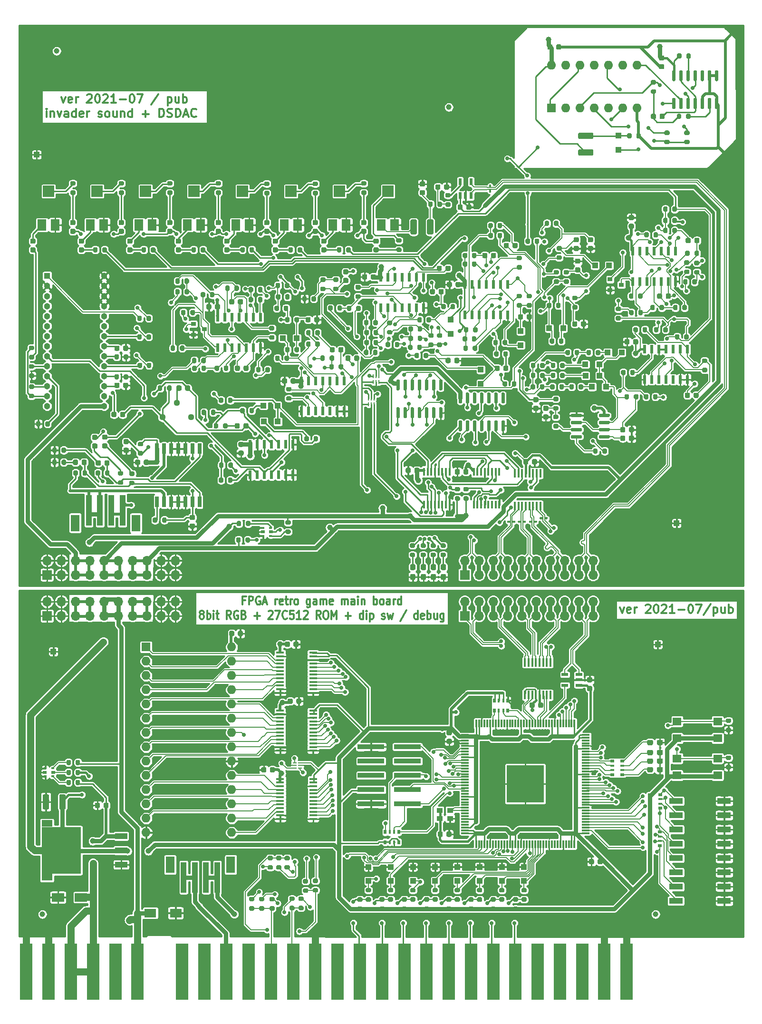
<source format=gbr>
%TF.GenerationSoftware,KiCad,Pcbnew,(5.1.9)-1*%
%TF.CreationDate,2021-07-10T01:48:30+09:00*%
%TF.ProjectId,invader-haichigae,696e7661-6465-4722-9d68-616963686967,rev?*%
%TF.SameCoordinates,Original*%
%TF.FileFunction,Copper,L1,Top*%
%TF.FilePolarity,Positive*%
%FSLAX46Y46*%
G04 Gerber Fmt 4.6, Leading zero omitted, Abs format (unit mm)*
G04 Created by KiCad (PCBNEW (5.1.9)-1) date 2021-07-10 01:48:30*
%MOMM*%
%LPD*%
G01*
G04 APERTURE LIST*
%TA.AperFunction,NonConductor*%
%ADD10C,0.300000*%
%TD*%
%TA.AperFunction,ComponentPad*%
%ADD11C,1.000000*%
%TD*%
%TA.AperFunction,SMDPad,CuDef*%
%ADD12R,2.300000X10.000000*%
%TD*%
%TA.AperFunction,SMDPad,CuDef*%
%ADD13R,0.550000X0.400000*%
%TD*%
%TA.AperFunction,SMDPad,CuDef*%
%ADD14R,0.700000X0.500000*%
%TD*%
%TA.AperFunction,ComponentPad*%
%ADD15R,1.000000X1.000000*%
%TD*%
%TA.AperFunction,SMDPad,CuDef*%
%ADD16R,0.750000X0.250000*%
%TD*%
%TA.AperFunction,ComponentPad*%
%ADD17O,1.600000X1.600000*%
%TD*%
%TA.AperFunction,ComponentPad*%
%ADD18R,1.600000X1.600000*%
%TD*%
%TA.AperFunction,SMDPad,CuDef*%
%ADD19R,1.475000X0.450000*%
%TD*%
%TA.AperFunction,SMDPad,CuDef*%
%ADD20R,1.600000X3.000000*%
%TD*%
%TA.AperFunction,SMDPad,CuDef*%
%ADD21R,1.000000X5.500000*%
%TD*%
%TA.AperFunction,ComponentPad*%
%ADD22O,1.700000X1.700000*%
%TD*%
%TA.AperFunction,ComponentPad*%
%ADD23R,1.700000X1.700000*%
%TD*%
%TA.AperFunction,SMDPad,CuDef*%
%ADD24R,0.450000X1.500000*%
%TD*%
%TA.AperFunction,SMDPad,CuDef*%
%ADD25R,0.600000X1.200000*%
%TD*%
%TA.AperFunction,SMDPad,CuDef*%
%ADD26R,1.200000X0.600000*%
%TD*%
%TA.AperFunction,SMDPad,CuDef*%
%ADD27R,0.450000X1.475000*%
%TD*%
%TA.AperFunction,SMDPad,CuDef*%
%ADD28R,0.250000X0.750000*%
%TD*%
%TA.AperFunction,SMDPad,CuDef*%
%ADD29R,0.650000X1.954000*%
%TD*%
%TA.AperFunction,SMDPad,CuDef*%
%ADD30R,0.600000X1.500000*%
%TD*%
%TA.AperFunction,SMDPad,CuDef*%
%ADD31R,1.000000X1.000000*%
%TD*%
%TA.AperFunction,SMDPad,CuDef*%
%ADD32R,1.600000X1.400000*%
%TD*%
%TA.AperFunction,SMDPad,CuDef*%
%ADD33R,1.600000X2.000000*%
%TD*%
%TA.AperFunction,SMDPad,CuDef*%
%ADD34R,2.000000X2.000000*%
%TD*%
%TA.AperFunction,SMDPad,CuDef*%
%ADD35R,2.150000X1.550000*%
%TD*%
%TA.AperFunction,SMDPad,CuDef*%
%ADD36R,2.200000X1.550000*%
%TD*%
%TA.AperFunction,ComponentPad*%
%ADD37C,1.120000*%
%TD*%
%TA.AperFunction,SMDPad,CuDef*%
%ADD38R,0.900000X0.800000*%
%TD*%
%TA.AperFunction,ComponentPad*%
%ADD39R,1.133000X1.133000*%
%TD*%
%TA.AperFunction,ComponentPad*%
%ADD40C,1.133000*%
%TD*%
%TA.AperFunction,SMDPad,CuDef*%
%ADD41R,0.800000X0.500000*%
%TD*%
%TA.AperFunction,SMDPad,CuDef*%
%ADD42R,0.800000X0.400000*%
%TD*%
%TA.AperFunction,SMDPad,CuDef*%
%ADD43R,2.440000X1.120000*%
%TD*%
%TA.AperFunction,SMDPad,CuDef*%
%ADD44R,1.050000X0.950000*%
%TD*%
%TA.AperFunction,SMDPad,CuDef*%
%ADD45R,0.500000X0.800000*%
%TD*%
%TA.AperFunction,SMDPad,CuDef*%
%ADD46R,0.400000X0.800000*%
%TD*%
%TA.AperFunction,SMDPad,CuDef*%
%ADD47R,4.800000X0.890000*%
%TD*%
%TA.AperFunction,SMDPad,CuDef*%
%ADD48R,2.160000X1.070000*%
%TD*%
%TA.AperFunction,SMDPad,CuDef*%
%ADD49R,7.000000X8.330000*%
%TD*%
%TA.AperFunction,SMDPad,CuDef*%
%ADD50R,1.910000X1.235000*%
%TD*%
%TA.AperFunction,SMDPad,CuDef*%
%ADD51R,6.610000X6.610000*%
%TD*%
%TA.AperFunction,SMDPad,CuDef*%
%ADD52R,0.300000X1.475000*%
%TD*%
%TA.AperFunction,SMDPad,CuDef*%
%ADD53R,1.475000X0.300000*%
%TD*%
%TA.AperFunction,ViaPad*%
%ADD54C,0.700000*%
%TD*%
%TA.AperFunction,ViaPad*%
%ADD55C,1.000000*%
%TD*%
%TA.AperFunction,Conductor*%
%ADD56C,0.254000*%
%TD*%
%TA.AperFunction,Conductor*%
%ADD57C,1.270000*%
%TD*%
%TA.AperFunction,Conductor*%
%ADD58C,0.127000*%
%TD*%
%TA.AperFunction,Conductor*%
%ADD59C,0.508000*%
%TD*%
%TA.AperFunction,Conductor*%
%ADD60C,0.381000*%
%TD*%
%TA.AperFunction,Conductor*%
%ADD61C,0.762000*%
%TD*%
%TA.AperFunction,Conductor*%
%ADD62C,0.200000*%
%TD*%
%TA.AperFunction,Conductor*%
%ADD63C,0.100000*%
%TD*%
G04 APERTURE END LIST*
D10*
X146075071Y-119503071D02*
X146432214Y-120503071D01*
X146789357Y-119503071D01*
X147932214Y-120431642D02*
X147789357Y-120503071D01*
X147503642Y-120503071D01*
X147360785Y-120431642D01*
X147289357Y-120288785D01*
X147289357Y-119717357D01*
X147360785Y-119574500D01*
X147503642Y-119503071D01*
X147789357Y-119503071D01*
X147932214Y-119574500D01*
X148003642Y-119717357D01*
X148003642Y-119860214D01*
X147289357Y-120003071D01*
X148646500Y-120503071D02*
X148646500Y-119503071D01*
X148646500Y-119788785D02*
X148717928Y-119645928D01*
X148789357Y-119574500D01*
X148932214Y-119503071D01*
X149075071Y-119503071D01*
X150646500Y-119145928D02*
X150717928Y-119074500D01*
X150860785Y-119003071D01*
X151217928Y-119003071D01*
X151360785Y-119074500D01*
X151432214Y-119145928D01*
X151503642Y-119288785D01*
X151503642Y-119431642D01*
X151432214Y-119645928D01*
X150575071Y-120503071D01*
X151503642Y-120503071D01*
X152432214Y-119003071D02*
X152575071Y-119003071D01*
X152717928Y-119074500D01*
X152789357Y-119145928D01*
X152860785Y-119288785D01*
X152932214Y-119574500D01*
X152932214Y-119931642D01*
X152860785Y-120217357D01*
X152789357Y-120360214D01*
X152717928Y-120431642D01*
X152575071Y-120503071D01*
X152432214Y-120503071D01*
X152289357Y-120431642D01*
X152217928Y-120360214D01*
X152146500Y-120217357D01*
X152075071Y-119931642D01*
X152075071Y-119574500D01*
X152146500Y-119288785D01*
X152217928Y-119145928D01*
X152289357Y-119074500D01*
X152432214Y-119003071D01*
X153503642Y-119145928D02*
X153575071Y-119074500D01*
X153717928Y-119003071D01*
X154075071Y-119003071D01*
X154217928Y-119074500D01*
X154289357Y-119145928D01*
X154360785Y-119288785D01*
X154360785Y-119431642D01*
X154289357Y-119645928D01*
X153432214Y-120503071D01*
X154360785Y-120503071D01*
X155789357Y-120503071D02*
X154932214Y-120503071D01*
X155360785Y-120503071D02*
X155360785Y-119003071D01*
X155217928Y-119217357D01*
X155075071Y-119360214D01*
X154932214Y-119431642D01*
X156432214Y-119931642D02*
X157575071Y-119931642D01*
X158575071Y-119003071D02*
X158717928Y-119003071D01*
X158860785Y-119074500D01*
X158932214Y-119145928D01*
X159003642Y-119288785D01*
X159075071Y-119574500D01*
X159075071Y-119931642D01*
X159003642Y-120217357D01*
X158932214Y-120360214D01*
X158860785Y-120431642D01*
X158717928Y-120503071D01*
X158575071Y-120503071D01*
X158432214Y-120431642D01*
X158360785Y-120360214D01*
X158289357Y-120217357D01*
X158217928Y-119931642D01*
X158217928Y-119574500D01*
X158289357Y-119288785D01*
X158360785Y-119145928D01*
X158432214Y-119074500D01*
X158575071Y-119003071D01*
X159575071Y-119003071D02*
X160575071Y-119003071D01*
X159932214Y-120503071D01*
X162217928Y-118931642D02*
X160932214Y-120860214D01*
X162717928Y-119503071D02*
X162717928Y-121003071D01*
X162717928Y-119574500D02*
X162860785Y-119503071D01*
X163146500Y-119503071D01*
X163289357Y-119574500D01*
X163360785Y-119645928D01*
X163432214Y-119788785D01*
X163432214Y-120217357D01*
X163360785Y-120360214D01*
X163289357Y-120431642D01*
X163146500Y-120503071D01*
X162860785Y-120503071D01*
X162717928Y-120431642D01*
X164717928Y-119503071D02*
X164717928Y-120503071D01*
X164075071Y-119503071D02*
X164075071Y-120288785D01*
X164146500Y-120431642D01*
X164289357Y-120503071D01*
X164503642Y-120503071D01*
X164646500Y-120431642D01*
X164717928Y-120360214D01*
X165432214Y-120503071D02*
X165432214Y-119003071D01*
X165432214Y-119574500D02*
X165575071Y-119503071D01*
X165860785Y-119503071D01*
X166003642Y-119574500D01*
X166075071Y-119645928D01*
X166146500Y-119788785D01*
X166146500Y-120217357D01*
X166075071Y-120360214D01*
X166003642Y-120431642D01*
X165860785Y-120503071D01*
X165575071Y-120503071D01*
X165432214Y-120431642D01*
X79283047Y-118251857D02*
X78849714Y-118251857D01*
X78849714Y-119037571D02*
X78849714Y-117537571D01*
X79468761Y-117537571D01*
X79964000Y-119037571D02*
X79964000Y-117537571D01*
X80459238Y-117537571D01*
X80583047Y-117609000D01*
X80644952Y-117680428D01*
X80706857Y-117823285D01*
X80706857Y-118037571D01*
X80644952Y-118180428D01*
X80583047Y-118251857D01*
X80459238Y-118323285D01*
X79964000Y-118323285D01*
X81944952Y-117609000D02*
X81821142Y-117537571D01*
X81635428Y-117537571D01*
X81449714Y-117609000D01*
X81325904Y-117751857D01*
X81264000Y-117894714D01*
X81202095Y-118180428D01*
X81202095Y-118394714D01*
X81264000Y-118680428D01*
X81325904Y-118823285D01*
X81449714Y-118966142D01*
X81635428Y-119037571D01*
X81759238Y-119037571D01*
X81944952Y-118966142D01*
X82006857Y-118894714D01*
X82006857Y-118394714D01*
X81759238Y-118394714D01*
X82502095Y-118609000D02*
X83121142Y-118609000D01*
X82378285Y-119037571D02*
X82811619Y-117537571D01*
X83244952Y-119037571D01*
X84668761Y-119037571D02*
X84668761Y-118037571D01*
X84668761Y-118323285D02*
X84730666Y-118180428D01*
X84792571Y-118109000D01*
X84916380Y-118037571D01*
X85040190Y-118037571D01*
X85968761Y-118966142D02*
X85844952Y-119037571D01*
X85597333Y-119037571D01*
X85473523Y-118966142D01*
X85411619Y-118823285D01*
X85411619Y-118251857D01*
X85473523Y-118109000D01*
X85597333Y-118037571D01*
X85844952Y-118037571D01*
X85968761Y-118109000D01*
X86030666Y-118251857D01*
X86030666Y-118394714D01*
X85411619Y-118537571D01*
X86402095Y-118037571D02*
X86897333Y-118037571D01*
X86587809Y-117537571D02*
X86587809Y-118823285D01*
X86649714Y-118966142D01*
X86773523Y-119037571D01*
X86897333Y-119037571D01*
X87330666Y-119037571D02*
X87330666Y-118037571D01*
X87330666Y-118323285D02*
X87392571Y-118180428D01*
X87454476Y-118109000D01*
X87578285Y-118037571D01*
X87702095Y-118037571D01*
X88321142Y-119037571D02*
X88197333Y-118966142D01*
X88135428Y-118894714D01*
X88073523Y-118751857D01*
X88073523Y-118323285D01*
X88135428Y-118180428D01*
X88197333Y-118109000D01*
X88321142Y-118037571D01*
X88506857Y-118037571D01*
X88630666Y-118109000D01*
X88692571Y-118180428D01*
X88754476Y-118323285D01*
X88754476Y-118751857D01*
X88692571Y-118894714D01*
X88630666Y-118966142D01*
X88506857Y-119037571D01*
X88321142Y-119037571D01*
X90859238Y-118037571D02*
X90859238Y-119251857D01*
X90797333Y-119394714D01*
X90735428Y-119466142D01*
X90611619Y-119537571D01*
X90425904Y-119537571D01*
X90302095Y-119466142D01*
X90859238Y-118966142D02*
X90735428Y-119037571D01*
X90487809Y-119037571D01*
X90364000Y-118966142D01*
X90302095Y-118894714D01*
X90240190Y-118751857D01*
X90240190Y-118323285D01*
X90302095Y-118180428D01*
X90364000Y-118109000D01*
X90487809Y-118037571D01*
X90735428Y-118037571D01*
X90859238Y-118109000D01*
X92035428Y-119037571D02*
X92035428Y-118251857D01*
X91973523Y-118109000D01*
X91849714Y-118037571D01*
X91602095Y-118037571D01*
X91478285Y-118109000D01*
X92035428Y-118966142D02*
X91911619Y-119037571D01*
X91602095Y-119037571D01*
X91478285Y-118966142D01*
X91416380Y-118823285D01*
X91416380Y-118680428D01*
X91478285Y-118537571D01*
X91602095Y-118466142D01*
X91911619Y-118466142D01*
X92035428Y-118394714D01*
X92654476Y-119037571D02*
X92654476Y-118037571D01*
X92654476Y-118180428D02*
X92716380Y-118109000D01*
X92840190Y-118037571D01*
X93025904Y-118037571D01*
X93149714Y-118109000D01*
X93211619Y-118251857D01*
X93211619Y-119037571D01*
X93211619Y-118251857D02*
X93273523Y-118109000D01*
X93397333Y-118037571D01*
X93583047Y-118037571D01*
X93706857Y-118109000D01*
X93768761Y-118251857D01*
X93768761Y-119037571D01*
X94883047Y-118966142D02*
X94759238Y-119037571D01*
X94511619Y-119037571D01*
X94387809Y-118966142D01*
X94325904Y-118823285D01*
X94325904Y-118251857D01*
X94387809Y-118109000D01*
X94511619Y-118037571D01*
X94759238Y-118037571D01*
X94883047Y-118109000D01*
X94944952Y-118251857D01*
X94944952Y-118394714D01*
X94325904Y-118537571D01*
X96492571Y-119037571D02*
X96492571Y-118037571D01*
X96492571Y-118180428D02*
X96554476Y-118109000D01*
X96678285Y-118037571D01*
X96864000Y-118037571D01*
X96987809Y-118109000D01*
X97049714Y-118251857D01*
X97049714Y-119037571D01*
X97049714Y-118251857D02*
X97111619Y-118109000D01*
X97235428Y-118037571D01*
X97421142Y-118037571D01*
X97544952Y-118109000D01*
X97606857Y-118251857D01*
X97606857Y-119037571D01*
X98783047Y-119037571D02*
X98783047Y-118251857D01*
X98721142Y-118109000D01*
X98597333Y-118037571D01*
X98349714Y-118037571D01*
X98225904Y-118109000D01*
X98783047Y-118966142D02*
X98659238Y-119037571D01*
X98349714Y-119037571D01*
X98225904Y-118966142D01*
X98164000Y-118823285D01*
X98164000Y-118680428D01*
X98225904Y-118537571D01*
X98349714Y-118466142D01*
X98659238Y-118466142D01*
X98783047Y-118394714D01*
X99402095Y-119037571D02*
X99402095Y-118037571D01*
X99402095Y-117537571D02*
X99340190Y-117609000D01*
X99402095Y-117680428D01*
X99464000Y-117609000D01*
X99402095Y-117537571D01*
X99402095Y-117680428D01*
X100021142Y-118037571D02*
X100021142Y-119037571D01*
X100021142Y-118180428D02*
X100083047Y-118109000D01*
X100206857Y-118037571D01*
X100392571Y-118037571D01*
X100516380Y-118109000D01*
X100578285Y-118251857D01*
X100578285Y-119037571D01*
X102187809Y-119037571D02*
X102187809Y-117537571D01*
X102187809Y-118109000D02*
X102311619Y-118037571D01*
X102559238Y-118037571D01*
X102683047Y-118109000D01*
X102744952Y-118180428D01*
X102806857Y-118323285D01*
X102806857Y-118751857D01*
X102744952Y-118894714D01*
X102683047Y-118966142D01*
X102559238Y-119037571D01*
X102311619Y-119037571D01*
X102187809Y-118966142D01*
X103549714Y-119037571D02*
X103425904Y-118966142D01*
X103364000Y-118894714D01*
X103302095Y-118751857D01*
X103302095Y-118323285D01*
X103364000Y-118180428D01*
X103425904Y-118109000D01*
X103549714Y-118037571D01*
X103735428Y-118037571D01*
X103859238Y-118109000D01*
X103921142Y-118180428D01*
X103983047Y-118323285D01*
X103983047Y-118751857D01*
X103921142Y-118894714D01*
X103859238Y-118966142D01*
X103735428Y-119037571D01*
X103549714Y-119037571D01*
X105097333Y-119037571D02*
X105097333Y-118251857D01*
X105035428Y-118109000D01*
X104911619Y-118037571D01*
X104664000Y-118037571D01*
X104540190Y-118109000D01*
X105097333Y-118966142D02*
X104973523Y-119037571D01*
X104664000Y-119037571D01*
X104540190Y-118966142D01*
X104478285Y-118823285D01*
X104478285Y-118680428D01*
X104540190Y-118537571D01*
X104664000Y-118466142D01*
X104973523Y-118466142D01*
X105097333Y-118394714D01*
X105716380Y-119037571D02*
X105716380Y-118037571D01*
X105716380Y-118323285D02*
X105778285Y-118180428D01*
X105840190Y-118109000D01*
X105964000Y-118037571D01*
X106087809Y-118037571D01*
X107078285Y-119037571D02*
X107078285Y-117537571D01*
X107078285Y-118966142D02*
X106954476Y-119037571D01*
X106706857Y-119037571D01*
X106583047Y-118966142D01*
X106521142Y-118894714D01*
X106459238Y-118751857D01*
X106459238Y-118323285D01*
X106521142Y-118180428D01*
X106583047Y-118109000D01*
X106706857Y-118037571D01*
X106954476Y-118037571D01*
X107078285Y-118109000D01*
X71452095Y-120730428D02*
X71328285Y-120659000D01*
X71266380Y-120587571D01*
X71204476Y-120444714D01*
X71204476Y-120373285D01*
X71266380Y-120230428D01*
X71328285Y-120159000D01*
X71452095Y-120087571D01*
X71699714Y-120087571D01*
X71823523Y-120159000D01*
X71885428Y-120230428D01*
X71947333Y-120373285D01*
X71947333Y-120444714D01*
X71885428Y-120587571D01*
X71823523Y-120659000D01*
X71699714Y-120730428D01*
X71452095Y-120730428D01*
X71328285Y-120801857D01*
X71266380Y-120873285D01*
X71204476Y-121016142D01*
X71204476Y-121301857D01*
X71266380Y-121444714D01*
X71328285Y-121516142D01*
X71452095Y-121587571D01*
X71699714Y-121587571D01*
X71823523Y-121516142D01*
X71885428Y-121444714D01*
X71947333Y-121301857D01*
X71947333Y-121016142D01*
X71885428Y-120873285D01*
X71823523Y-120801857D01*
X71699714Y-120730428D01*
X72504476Y-121587571D02*
X72504476Y-120087571D01*
X72504476Y-120659000D02*
X72628285Y-120587571D01*
X72875904Y-120587571D01*
X72999714Y-120659000D01*
X73061619Y-120730428D01*
X73123523Y-120873285D01*
X73123523Y-121301857D01*
X73061619Y-121444714D01*
X72999714Y-121516142D01*
X72875904Y-121587571D01*
X72628285Y-121587571D01*
X72504476Y-121516142D01*
X73680666Y-121587571D02*
X73680666Y-120587571D01*
X73680666Y-120087571D02*
X73618761Y-120159000D01*
X73680666Y-120230428D01*
X73742571Y-120159000D01*
X73680666Y-120087571D01*
X73680666Y-120230428D01*
X74113999Y-120587571D02*
X74609238Y-120587571D01*
X74299714Y-120087571D02*
X74299714Y-121373285D01*
X74361619Y-121516142D01*
X74485428Y-121587571D01*
X74609238Y-121587571D01*
X76775904Y-121587571D02*
X76342571Y-120873285D01*
X76033047Y-121587571D02*
X76033047Y-120087571D01*
X76528285Y-120087571D01*
X76652095Y-120159000D01*
X76713999Y-120230428D01*
X76775904Y-120373285D01*
X76775904Y-120587571D01*
X76713999Y-120730428D01*
X76652095Y-120801857D01*
X76528285Y-120873285D01*
X76033047Y-120873285D01*
X78013999Y-120159000D02*
X77890190Y-120087571D01*
X77704476Y-120087571D01*
X77518761Y-120159000D01*
X77394952Y-120301857D01*
X77333047Y-120444714D01*
X77271142Y-120730428D01*
X77271142Y-120944714D01*
X77333047Y-121230428D01*
X77394952Y-121373285D01*
X77518761Y-121516142D01*
X77704476Y-121587571D01*
X77828285Y-121587571D01*
X78013999Y-121516142D01*
X78075904Y-121444714D01*
X78075904Y-120944714D01*
X77828285Y-120944714D01*
X79066380Y-120801857D02*
X79252095Y-120873285D01*
X79313999Y-120944714D01*
X79375904Y-121087571D01*
X79375904Y-121301857D01*
X79313999Y-121444714D01*
X79252095Y-121516142D01*
X79128285Y-121587571D01*
X78633047Y-121587571D01*
X78633047Y-120087571D01*
X79066380Y-120087571D01*
X79190190Y-120159000D01*
X79252095Y-120230428D01*
X79313999Y-120373285D01*
X79313999Y-120516142D01*
X79252095Y-120659000D01*
X79190190Y-120730428D01*
X79066380Y-120801857D01*
X78633047Y-120801857D01*
X80923523Y-121016142D02*
X81913999Y-121016142D01*
X81418761Y-121587571D02*
X81418761Y-120444714D01*
X83461619Y-120230428D02*
X83523523Y-120159000D01*
X83647333Y-120087571D01*
X83956857Y-120087571D01*
X84080666Y-120159000D01*
X84142571Y-120230428D01*
X84204476Y-120373285D01*
X84204476Y-120516142D01*
X84142571Y-120730428D01*
X83399714Y-121587571D01*
X84204476Y-121587571D01*
X84637809Y-120087571D02*
X85504476Y-120087571D01*
X84947333Y-121587571D01*
X86742571Y-121444714D02*
X86680666Y-121516142D01*
X86494952Y-121587571D01*
X86371142Y-121587571D01*
X86185428Y-121516142D01*
X86061619Y-121373285D01*
X85999714Y-121230428D01*
X85937809Y-120944714D01*
X85937809Y-120730428D01*
X85999714Y-120444714D01*
X86061619Y-120301857D01*
X86185428Y-120159000D01*
X86371142Y-120087571D01*
X86494952Y-120087571D01*
X86680666Y-120159000D01*
X86742571Y-120230428D01*
X87918761Y-120087571D02*
X87299714Y-120087571D01*
X87237809Y-120801857D01*
X87299714Y-120730428D01*
X87423523Y-120659000D01*
X87733047Y-120659000D01*
X87856857Y-120730428D01*
X87918761Y-120801857D01*
X87980666Y-120944714D01*
X87980666Y-121301857D01*
X87918761Y-121444714D01*
X87856857Y-121516142D01*
X87733047Y-121587571D01*
X87423523Y-121587571D01*
X87299714Y-121516142D01*
X87237809Y-121444714D01*
X89218761Y-121587571D02*
X88475904Y-121587571D01*
X88847333Y-121587571D02*
X88847333Y-120087571D01*
X88723523Y-120301857D01*
X88599714Y-120444714D01*
X88475904Y-120516142D01*
X89714000Y-120230428D02*
X89775904Y-120159000D01*
X89899714Y-120087571D01*
X90209238Y-120087571D01*
X90333047Y-120159000D01*
X90394952Y-120230428D01*
X90456857Y-120373285D01*
X90456857Y-120516142D01*
X90394952Y-120730428D01*
X89652095Y-121587571D01*
X90456857Y-121587571D01*
X92747333Y-121587571D02*
X92314000Y-120873285D01*
X92004476Y-121587571D02*
X92004476Y-120087571D01*
X92499714Y-120087571D01*
X92623523Y-120159000D01*
X92685428Y-120230428D01*
X92747333Y-120373285D01*
X92747333Y-120587571D01*
X92685428Y-120730428D01*
X92623523Y-120801857D01*
X92499714Y-120873285D01*
X92004476Y-120873285D01*
X93552095Y-120087571D02*
X93799714Y-120087571D01*
X93923523Y-120159000D01*
X94047333Y-120301857D01*
X94109238Y-120587571D01*
X94109238Y-121087571D01*
X94047333Y-121373285D01*
X93923523Y-121516142D01*
X93799714Y-121587571D01*
X93552095Y-121587571D01*
X93428285Y-121516142D01*
X93304476Y-121373285D01*
X93242571Y-121087571D01*
X93242571Y-120587571D01*
X93304476Y-120301857D01*
X93428285Y-120159000D01*
X93552095Y-120087571D01*
X94666380Y-121587571D02*
X94666380Y-120087571D01*
X95099714Y-121159000D01*
X95533047Y-120087571D01*
X95533047Y-121587571D01*
X97142571Y-121016142D02*
X98133047Y-121016142D01*
X97637809Y-121587571D02*
X97637809Y-120444714D01*
X100299714Y-121587571D02*
X100299714Y-120087571D01*
X100299714Y-121516142D02*
X100175904Y-121587571D01*
X99928285Y-121587571D01*
X99804476Y-121516142D01*
X99742571Y-121444714D01*
X99680666Y-121301857D01*
X99680666Y-120873285D01*
X99742571Y-120730428D01*
X99804476Y-120659000D01*
X99928285Y-120587571D01*
X100175904Y-120587571D01*
X100299714Y-120659000D01*
X100918761Y-121587571D02*
X100918761Y-120587571D01*
X100918761Y-120087571D02*
X100856857Y-120159000D01*
X100918761Y-120230428D01*
X100980666Y-120159000D01*
X100918761Y-120087571D01*
X100918761Y-120230428D01*
X101537809Y-120587571D02*
X101537809Y-122087571D01*
X101537809Y-120659000D02*
X101661619Y-120587571D01*
X101909238Y-120587571D01*
X102033047Y-120659000D01*
X102094952Y-120730428D01*
X102156857Y-120873285D01*
X102156857Y-121301857D01*
X102094952Y-121444714D01*
X102033047Y-121516142D01*
X101909238Y-121587571D01*
X101661619Y-121587571D01*
X101537809Y-121516142D01*
X103642571Y-121516142D02*
X103766380Y-121587571D01*
X104014000Y-121587571D01*
X104137809Y-121516142D01*
X104199714Y-121373285D01*
X104199714Y-121301857D01*
X104137809Y-121159000D01*
X104014000Y-121087571D01*
X103828285Y-121087571D01*
X103704476Y-121016142D01*
X103642571Y-120873285D01*
X103642571Y-120801857D01*
X103704476Y-120659000D01*
X103828285Y-120587571D01*
X104014000Y-120587571D01*
X104137809Y-120659000D01*
X104633047Y-120587571D02*
X104880666Y-121587571D01*
X105128285Y-120873285D01*
X105375904Y-121587571D01*
X105623523Y-120587571D01*
X108037809Y-120016142D02*
X106923523Y-121944714D01*
X110018761Y-121587571D02*
X110018761Y-120087571D01*
X110018761Y-121516142D02*
X109894952Y-121587571D01*
X109647333Y-121587571D01*
X109523523Y-121516142D01*
X109461619Y-121444714D01*
X109399714Y-121301857D01*
X109399714Y-120873285D01*
X109461619Y-120730428D01*
X109523523Y-120659000D01*
X109647333Y-120587571D01*
X109894952Y-120587571D01*
X110018761Y-120659000D01*
X111133047Y-121516142D02*
X111009238Y-121587571D01*
X110761619Y-121587571D01*
X110637809Y-121516142D01*
X110575904Y-121373285D01*
X110575904Y-120801857D01*
X110637809Y-120659000D01*
X110761619Y-120587571D01*
X111009238Y-120587571D01*
X111133047Y-120659000D01*
X111194952Y-120801857D01*
X111194952Y-120944714D01*
X110575904Y-121087571D01*
X111752095Y-121587571D02*
X111752095Y-120087571D01*
X111752095Y-120659000D02*
X111875904Y-120587571D01*
X112123523Y-120587571D01*
X112247333Y-120659000D01*
X112309238Y-120730428D01*
X112371142Y-120873285D01*
X112371142Y-121301857D01*
X112309238Y-121444714D01*
X112247333Y-121516142D01*
X112123523Y-121587571D01*
X111875904Y-121587571D01*
X111752095Y-121516142D01*
X113485428Y-120587571D02*
X113485428Y-121587571D01*
X112928285Y-120587571D02*
X112928285Y-121373285D01*
X112990190Y-121516142D01*
X113114000Y-121587571D01*
X113299714Y-121587571D01*
X113423523Y-121516142D01*
X113485428Y-121444714D01*
X114661619Y-120587571D02*
X114661619Y-121801857D01*
X114599714Y-121944714D01*
X114537809Y-122016142D01*
X114414000Y-122087571D01*
X114228285Y-122087571D01*
X114104476Y-122016142D01*
X114661619Y-121516142D02*
X114537809Y-121587571D01*
X114290190Y-121587571D01*
X114166380Y-121516142D01*
X114104476Y-121444714D01*
X114042571Y-121301857D01*
X114042571Y-120873285D01*
X114104476Y-120730428D01*
X114166380Y-120659000D01*
X114290190Y-120587571D01*
X114537809Y-120587571D01*
X114661619Y-120659000D01*
X46570714Y-28693071D02*
X46927857Y-29693071D01*
X47284999Y-28693071D01*
X48427857Y-29621642D02*
X48284999Y-29693071D01*
X47999285Y-29693071D01*
X47856428Y-29621642D01*
X47784999Y-29478785D01*
X47784999Y-28907357D01*
X47856428Y-28764500D01*
X47999285Y-28693071D01*
X48284999Y-28693071D01*
X48427857Y-28764500D01*
X48499285Y-28907357D01*
X48499285Y-29050214D01*
X47784999Y-29193071D01*
X49142142Y-29693071D02*
X49142142Y-28693071D01*
X49142142Y-28978785D02*
X49213571Y-28835928D01*
X49284999Y-28764500D01*
X49427857Y-28693071D01*
X49570714Y-28693071D01*
X51142142Y-28335928D02*
X51213571Y-28264500D01*
X51356428Y-28193071D01*
X51713571Y-28193071D01*
X51856428Y-28264500D01*
X51927857Y-28335928D01*
X51999285Y-28478785D01*
X51999285Y-28621642D01*
X51927857Y-28835928D01*
X51070714Y-29693071D01*
X51999285Y-29693071D01*
X52927857Y-28193071D02*
X53070714Y-28193071D01*
X53213571Y-28264500D01*
X53284999Y-28335928D01*
X53356428Y-28478785D01*
X53427857Y-28764500D01*
X53427857Y-29121642D01*
X53356428Y-29407357D01*
X53284999Y-29550214D01*
X53213571Y-29621642D01*
X53070714Y-29693071D01*
X52927857Y-29693071D01*
X52784999Y-29621642D01*
X52713571Y-29550214D01*
X52642142Y-29407357D01*
X52570714Y-29121642D01*
X52570714Y-28764500D01*
X52642142Y-28478785D01*
X52713571Y-28335928D01*
X52784999Y-28264500D01*
X52927857Y-28193071D01*
X53999285Y-28335928D02*
X54070714Y-28264500D01*
X54213571Y-28193071D01*
X54570714Y-28193071D01*
X54713571Y-28264500D01*
X54784999Y-28335928D01*
X54856428Y-28478785D01*
X54856428Y-28621642D01*
X54784999Y-28835928D01*
X53927857Y-29693071D01*
X54856428Y-29693071D01*
X56285000Y-29693071D02*
X55427857Y-29693071D01*
X55856428Y-29693071D02*
X55856428Y-28193071D01*
X55713571Y-28407357D01*
X55570714Y-28550214D01*
X55427857Y-28621642D01*
X56927857Y-29121642D02*
X58070714Y-29121642D01*
X59070714Y-28193071D02*
X59213571Y-28193071D01*
X59356428Y-28264500D01*
X59427857Y-28335928D01*
X59499285Y-28478785D01*
X59570714Y-28764500D01*
X59570714Y-29121642D01*
X59499285Y-29407357D01*
X59427857Y-29550214D01*
X59356428Y-29621642D01*
X59213571Y-29693071D01*
X59070714Y-29693071D01*
X58927857Y-29621642D01*
X58856428Y-29550214D01*
X58784999Y-29407357D01*
X58713571Y-29121642D01*
X58713571Y-28764500D01*
X58784999Y-28478785D01*
X58856428Y-28335928D01*
X58927857Y-28264500D01*
X59070714Y-28193071D01*
X60070714Y-28193071D02*
X61070714Y-28193071D01*
X60427857Y-29693071D01*
X63856428Y-28121642D02*
X62570714Y-30050214D01*
X65499285Y-28693071D02*
X65499285Y-30193071D01*
X65499285Y-28764500D02*
X65642142Y-28693071D01*
X65927857Y-28693071D01*
X66070714Y-28764500D01*
X66142142Y-28835928D01*
X66213571Y-28978785D01*
X66213571Y-29407357D01*
X66142142Y-29550214D01*
X66070714Y-29621642D01*
X65927857Y-29693071D01*
X65642142Y-29693071D01*
X65499285Y-29621642D01*
X67499285Y-28693071D02*
X67499285Y-29693071D01*
X66856428Y-28693071D02*
X66856428Y-29478785D01*
X66927857Y-29621642D01*
X67070714Y-29693071D01*
X67285000Y-29693071D01*
X67427857Y-29621642D01*
X67499285Y-29550214D01*
X68213571Y-29693071D02*
X68213571Y-28193071D01*
X68213571Y-28764500D02*
X68356428Y-28693071D01*
X68642142Y-28693071D01*
X68785000Y-28764500D01*
X68856428Y-28835928D01*
X68927857Y-28978785D01*
X68927857Y-29407357D01*
X68856428Y-29550214D01*
X68785000Y-29621642D01*
X68642142Y-29693071D01*
X68356428Y-29693071D01*
X68213571Y-29621642D01*
X43927857Y-32243071D02*
X43927857Y-31243071D01*
X43927857Y-30743071D02*
X43856428Y-30814500D01*
X43927857Y-30885928D01*
X43999285Y-30814500D01*
X43927857Y-30743071D01*
X43927857Y-30885928D01*
X44642142Y-31243071D02*
X44642142Y-32243071D01*
X44642142Y-31385928D02*
X44713571Y-31314500D01*
X44856428Y-31243071D01*
X45070714Y-31243071D01*
X45213571Y-31314500D01*
X45285000Y-31457357D01*
X45285000Y-32243071D01*
X45856428Y-31243071D02*
X46213571Y-32243071D01*
X46570714Y-31243071D01*
X47785000Y-32243071D02*
X47785000Y-31457357D01*
X47713571Y-31314500D01*
X47570714Y-31243071D01*
X47285000Y-31243071D01*
X47142142Y-31314500D01*
X47785000Y-32171642D02*
X47642142Y-32243071D01*
X47285000Y-32243071D01*
X47142142Y-32171642D01*
X47070714Y-32028785D01*
X47070714Y-31885928D01*
X47142142Y-31743071D01*
X47285000Y-31671642D01*
X47642142Y-31671642D01*
X47785000Y-31600214D01*
X49142142Y-32243071D02*
X49142142Y-30743071D01*
X49142142Y-32171642D02*
X48999285Y-32243071D01*
X48713571Y-32243071D01*
X48570714Y-32171642D01*
X48499285Y-32100214D01*
X48427857Y-31957357D01*
X48427857Y-31528785D01*
X48499285Y-31385928D01*
X48570714Y-31314500D01*
X48713571Y-31243071D01*
X48999285Y-31243071D01*
X49142142Y-31314500D01*
X50427857Y-32171642D02*
X50285000Y-32243071D01*
X49999285Y-32243071D01*
X49856428Y-32171642D01*
X49785000Y-32028785D01*
X49785000Y-31457357D01*
X49856428Y-31314500D01*
X49999285Y-31243071D01*
X50285000Y-31243071D01*
X50427857Y-31314500D01*
X50499285Y-31457357D01*
X50499285Y-31600214D01*
X49785000Y-31743071D01*
X51142142Y-32243071D02*
X51142142Y-31243071D01*
X51142142Y-31528785D02*
X51213571Y-31385928D01*
X51285000Y-31314500D01*
X51427857Y-31243071D01*
X51570714Y-31243071D01*
X53142142Y-32171642D02*
X53285000Y-32243071D01*
X53570714Y-32243071D01*
X53713571Y-32171642D01*
X53785000Y-32028785D01*
X53785000Y-31957357D01*
X53713571Y-31814500D01*
X53570714Y-31743071D01*
X53356428Y-31743071D01*
X53213571Y-31671642D01*
X53142142Y-31528785D01*
X53142142Y-31457357D01*
X53213571Y-31314500D01*
X53356428Y-31243071D01*
X53570714Y-31243071D01*
X53713571Y-31314500D01*
X54642142Y-32243071D02*
X54499285Y-32171642D01*
X54427857Y-32100214D01*
X54356428Y-31957357D01*
X54356428Y-31528785D01*
X54427857Y-31385928D01*
X54499285Y-31314500D01*
X54642142Y-31243071D01*
X54856428Y-31243071D01*
X54999285Y-31314500D01*
X55070714Y-31385928D01*
X55142142Y-31528785D01*
X55142142Y-31957357D01*
X55070714Y-32100214D01*
X54999285Y-32171642D01*
X54856428Y-32243071D01*
X54642142Y-32243071D01*
X56427857Y-31243071D02*
X56427857Y-32243071D01*
X55784999Y-31243071D02*
X55784999Y-32028785D01*
X55856428Y-32171642D01*
X55999285Y-32243071D01*
X56213571Y-32243071D01*
X56356428Y-32171642D01*
X56427857Y-32100214D01*
X57142142Y-31243071D02*
X57142142Y-32243071D01*
X57142142Y-31385928D02*
X57213571Y-31314500D01*
X57356428Y-31243071D01*
X57570714Y-31243071D01*
X57713571Y-31314500D01*
X57784999Y-31457357D01*
X57784999Y-32243071D01*
X59142142Y-32243071D02*
X59142142Y-30743071D01*
X59142142Y-32171642D02*
X58999285Y-32243071D01*
X58713571Y-32243071D01*
X58570714Y-32171642D01*
X58499285Y-32100214D01*
X58427857Y-31957357D01*
X58427857Y-31528785D01*
X58499285Y-31385928D01*
X58570714Y-31314500D01*
X58713571Y-31243071D01*
X58999285Y-31243071D01*
X59142142Y-31314500D01*
X60999285Y-31671642D02*
X62142142Y-31671642D01*
X61570714Y-32243071D02*
X61570714Y-31100214D01*
X63999285Y-32243071D02*
X63999285Y-30743071D01*
X64356428Y-30743071D01*
X64570714Y-30814500D01*
X64713571Y-30957357D01*
X64784999Y-31100214D01*
X64856428Y-31385928D01*
X64856428Y-31600214D01*
X64784999Y-31885928D01*
X64713571Y-32028785D01*
X64570714Y-32171642D01*
X64356428Y-32243071D01*
X63999285Y-32243071D01*
X65427857Y-32171642D02*
X65642142Y-32243071D01*
X65999285Y-32243071D01*
X66142142Y-32171642D01*
X66213571Y-32100214D01*
X66284999Y-31957357D01*
X66284999Y-31814500D01*
X66213571Y-31671642D01*
X66142142Y-31600214D01*
X65999285Y-31528785D01*
X65713571Y-31457357D01*
X65570714Y-31385928D01*
X65499285Y-31314500D01*
X65427857Y-31171642D01*
X65427857Y-31028785D01*
X65499285Y-30885928D01*
X65570714Y-30814500D01*
X65713571Y-30743071D01*
X66070714Y-30743071D01*
X66284999Y-30814500D01*
X66927857Y-32243071D02*
X66927857Y-30743071D01*
X67285000Y-30743071D01*
X67499285Y-30814500D01*
X67642142Y-30957357D01*
X67713571Y-31100214D01*
X67785000Y-31385928D01*
X67785000Y-31600214D01*
X67713571Y-31885928D01*
X67642142Y-32028785D01*
X67499285Y-32171642D01*
X67285000Y-32243071D01*
X66927857Y-32243071D01*
X68356428Y-31814500D02*
X69070714Y-31814500D01*
X68213571Y-32243071D02*
X68713571Y-30743071D01*
X69213571Y-32243071D01*
X70570714Y-32100214D02*
X70499285Y-32171642D01*
X70285000Y-32243071D01*
X70142142Y-32243071D01*
X69927857Y-32171642D01*
X69785000Y-32028785D01*
X69713571Y-31885928D01*
X69642142Y-31600214D01*
X69642142Y-31385928D01*
X69713571Y-31100214D01*
X69785000Y-30957357D01*
X69927857Y-30814500D01*
X70142142Y-30743071D01*
X70285000Y-30743071D01*
X70499285Y-30814500D01*
X70570714Y-30885928D01*
D11*
%TO.P,TP7,1*%
%TO.N,Net-(TP7-Pad1)*%
X43180000Y-174150000D03*
%TD*%
%TO.P,TP8,1*%
%TO.N,Net-(TP8-Pad1)*%
X152400000Y-174150000D03*
%TD*%
%TO.P,TP5,1*%
%TO.N,Net-(TP5-Pad1)*%
X45720000Y-20480000D03*
%TD*%
%TO.P,TP6,1*%
%TO.N,Net-(TP6-Pad1)*%
X115570000Y-30480000D03*
%TD*%
D12*
%TO.P,JAMMA1,1*%
%TO.N,GND*%
X40322500Y-184340500D03*
%TO.P,JAMMA1,2*%
X44282500Y-184340500D03*
%TO.P,JAMMA1,3*%
%TO.N,VCC*%
X48242500Y-184340500D03*
%TO.P,JAMMA1,4*%
X52202500Y-184340500D03*
%TO.P,JAMMA1,5*%
%TO.N,Net-(JAMMA1-Pad5)*%
X56162500Y-184340500D03*
%TO.P,JAMMA1,6*%
%TO.N,+12V*%
X60122500Y-184340500D03*
%TO.P,JAMMA1,8*%
%TO.N,Net-(JAMMA1-Pad8)*%
X68042500Y-184340500D03*
%TO.P,JAMMA1,9*%
%TO.N,Net-(JAMMA1-Pad9)*%
X72002500Y-184340500D03*
%TO.P,JAMMA1,10*%
%TO.N,SP+*%
X75962500Y-184340500D03*
%TO.P,JAMMA1,11*%
%TO.N,Net-(JAMMA1-Pad11)*%
X79922500Y-184340500D03*
%TO.P,JAMMA1,12*%
%TO.N,/RED*%
X83882500Y-184340500D03*
%TO.P,JAMMA1,13*%
%TO.N,/BLUE*%
X87842500Y-184340500D03*
%TO.P,JAMMA1,14*%
%TO.N,GND*%
X91802500Y-184340500D03*
%TO.P,JAMMA1,15*%
%TO.N,Net-(JAMMA1-Pad15)*%
X95762500Y-184340500D03*
%TO.P,JAMMA1,16*%
%TO.N,/COIN1*%
X99722500Y-184340500D03*
%TO.P,JAMMA1,17*%
%TO.N,/START1*%
X103682500Y-184340500D03*
%TO.P,JAMMA1,18*%
%TO.N,/UP1*%
X107642500Y-184340500D03*
%TO.P,JAMMA1,19*%
%TO.N,/DOWN1*%
X111602500Y-184340500D03*
%TO.P,JAMMA1,20*%
%TO.N,/LEFT1*%
X115562500Y-184340500D03*
%TO.P,JAMMA1,21*%
%TO.N,/RIGHT1*%
X119522500Y-184340500D03*
%TO.P,JAMMA1,22*%
%TO.N,/PUSH1*%
X123482500Y-184340500D03*
%TO.P,JAMMA1,23*%
%TO.N,/PUSH2*%
X127442500Y-184340500D03*
%TO.P,JAMMA1,24*%
%TO.N,Net-(JAMMA1-Pad24)*%
X131402500Y-184340500D03*
%TO.P,JAMMA1,27*%
%TO.N,GND*%
X143282500Y-184340500D03*
%TO.P,JAMMA1,28*%
X147242500Y-184340500D03*
%TO.P,JAMMA1,25*%
%TO.N,Net-(JAMMA1-Pad25)*%
X135362500Y-184340500D03*
%TO.P,JAMMA1,26*%
%TO.N,Net-(JAMMA1-Pad26)*%
X139322500Y-184340500D03*
%TD*%
%TO.P,R50,2*%
%TO.N,Net-(LED2-Pad2)*%
%TA.AperFunction,SMDPad,CuDef*%
G36*
G01*
X86656500Y-105644500D02*
X87206500Y-105644500D01*
G75*
G02*
X87406500Y-105844500I0J-200000D01*
G01*
X87406500Y-106244500D01*
G75*
G02*
X87206500Y-106444500I-200000J0D01*
G01*
X86656500Y-106444500D01*
G75*
G02*
X86456500Y-106244500I0J200000D01*
G01*
X86456500Y-105844500D01*
G75*
G02*
X86656500Y-105644500I200000J0D01*
G01*
G37*
%TD.AperFunction*%
%TO.P,R50,1*%
%TO.N,VCC*%
%TA.AperFunction,SMDPad,CuDef*%
G36*
G01*
X86656500Y-103994500D02*
X87206500Y-103994500D01*
G75*
G02*
X87406500Y-104194500I0J-200000D01*
G01*
X87406500Y-104594500D01*
G75*
G02*
X87206500Y-104794500I-200000J0D01*
G01*
X86656500Y-104794500D01*
G75*
G02*
X86456500Y-104594500I0J200000D01*
G01*
X86456500Y-104194500D01*
G75*
G02*
X86656500Y-103994500I200000J0D01*
G01*
G37*
%TD.AperFunction*%
%TD*%
%TO.P,R49,2*%
%TO.N,Net-(LED2-Pad4)*%
%TA.AperFunction,SMDPad,CuDef*%
G36*
G01*
X79355000Y-107780500D02*
X79355000Y-107230500D01*
G75*
G02*
X79555000Y-107030500I200000J0D01*
G01*
X79955000Y-107030500D01*
G75*
G02*
X80155000Y-107230500I0J-200000D01*
G01*
X80155000Y-107780500D01*
G75*
G02*
X79955000Y-107980500I-200000J0D01*
G01*
X79555000Y-107980500D01*
G75*
G02*
X79355000Y-107780500I0J200000D01*
G01*
G37*
%TD.AperFunction*%
%TO.P,R49,1*%
%TO.N,+3V3*%
%TA.AperFunction,SMDPad,CuDef*%
G36*
G01*
X77705000Y-107780500D02*
X77705000Y-107230500D01*
G75*
G02*
X77905000Y-107030500I200000J0D01*
G01*
X78305000Y-107030500D01*
G75*
G02*
X78505000Y-107230500I0J-200000D01*
G01*
X78505000Y-107780500D01*
G75*
G02*
X78305000Y-107980500I-200000J0D01*
G01*
X77905000Y-107980500D01*
G75*
G02*
X77705000Y-107780500I0J200000D01*
G01*
G37*
%TD.AperFunction*%
%TD*%
%TO.P,R48,2*%
%TO.N,Net-(LED2-Pad6)*%
%TA.AperFunction,SMDPad,CuDef*%
G36*
G01*
X79418500Y-104859500D02*
X79418500Y-104309500D01*
G75*
G02*
X79618500Y-104109500I200000J0D01*
G01*
X80018500Y-104109500D01*
G75*
G02*
X80218500Y-104309500I0J-200000D01*
G01*
X80218500Y-104859500D01*
G75*
G02*
X80018500Y-105059500I-200000J0D01*
G01*
X79618500Y-105059500D01*
G75*
G02*
X79418500Y-104859500I0J200000D01*
G01*
G37*
%TD.AperFunction*%
%TO.P,R48,1*%
%TO.N,+12V*%
%TA.AperFunction,SMDPad,CuDef*%
G36*
G01*
X77768500Y-104859500D02*
X77768500Y-104309500D01*
G75*
G02*
X77968500Y-104109500I200000J0D01*
G01*
X78368500Y-104109500D01*
G75*
G02*
X78568500Y-104309500I0J-200000D01*
G01*
X78568500Y-104859500D01*
G75*
G02*
X78368500Y-105059500I-200000J0D01*
G01*
X77968500Y-105059500D01*
G75*
G02*
X77768500Y-104859500I0J200000D01*
G01*
G37*
%TD.AperFunction*%
%TD*%
D13*
%TO.P,LED2,6*%
%TO.N,Net-(LED2-Pad6)*%
X83838500Y-105333500D03*
%TO.P,LED2,5*%
%TO.N,GND*%
X82488500Y-105333500D03*
D14*
%TO.P,LED2,4*%
%TO.N,Net-(LED2-Pad4)*%
X83913500Y-106058500D03*
%TO.P,LED2,3*%
%TO.N,GND*%
X82413500Y-106058500D03*
D13*
%TO.P,LED2,2*%
%TO.N,Net-(LED2-Pad2)*%
X83838500Y-106783500D03*
%TO.P,LED2,1*%
%TO.N,GND*%
X82488500Y-106783500D03*
%TD*%
D15*
%TO.P,TP4,1*%
%TO.N,GND*%
X156146500Y-104521000D03*
%TD*%
%TO.P,TP3,1*%
%TO.N,GND*%
X42164000Y-38925500D03*
%TD*%
%TO.P,TP2,1*%
%TO.N,GND*%
X45148500Y-127381000D03*
%TD*%
%TO.P,TP1,1*%
%TO.N,GND*%
X152781000Y-126111000D03*
%TD*%
%TO.P,R47,2*%
%TO.N,/BLUE*%
%TA.AperFunction,SMDPad,CuDef*%
G36*
G01*
X87355000Y-172637000D02*
X87905000Y-172637000D01*
G75*
G02*
X88105000Y-172837000I0J-200000D01*
G01*
X88105000Y-173237000D01*
G75*
G02*
X87905000Y-173437000I-200000J0D01*
G01*
X87355000Y-173437000D01*
G75*
G02*
X87155000Y-173237000I0J200000D01*
G01*
X87155000Y-172837000D01*
G75*
G02*
X87355000Y-172637000I200000J0D01*
G01*
G37*
%TD.AperFunction*%
%TO.P,R47,1*%
%TO.N,/blue2*%
%TA.AperFunction,SMDPad,CuDef*%
G36*
G01*
X87355000Y-170987000D02*
X87905000Y-170987000D01*
G75*
G02*
X88105000Y-171187000I0J-200000D01*
G01*
X88105000Y-171587000D01*
G75*
G02*
X87905000Y-171787000I-200000J0D01*
G01*
X87355000Y-171787000D01*
G75*
G02*
X87155000Y-171587000I0J200000D01*
G01*
X87155000Y-171187000D01*
G75*
G02*
X87355000Y-170987000I200000J0D01*
G01*
G37*
%TD.AperFunction*%
%TD*%
%TO.P,R46,2*%
%TO.N,/GREEN*%
%TA.AperFunction,SMDPad,CuDef*%
G36*
G01*
X84031500Y-164547500D02*
X83481500Y-164547500D01*
G75*
G02*
X83281500Y-164347500I0J200000D01*
G01*
X83281500Y-163947500D01*
G75*
G02*
X83481500Y-163747500I200000J0D01*
G01*
X84031500Y-163747500D01*
G75*
G02*
X84231500Y-163947500I0J-200000D01*
G01*
X84231500Y-164347500D01*
G75*
G02*
X84031500Y-164547500I-200000J0D01*
G01*
G37*
%TD.AperFunction*%
%TO.P,R46,1*%
%TO.N,/green3*%
%TA.AperFunction,SMDPad,CuDef*%
G36*
G01*
X84031500Y-166197500D02*
X83481500Y-166197500D01*
G75*
G02*
X83281500Y-165997500I0J200000D01*
G01*
X83281500Y-165597500D01*
G75*
G02*
X83481500Y-165397500I200000J0D01*
G01*
X84031500Y-165397500D01*
G75*
G02*
X84231500Y-165597500I0J-200000D01*
G01*
X84231500Y-165997500D01*
G75*
G02*
X84031500Y-166197500I-200000J0D01*
G01*
G37*
%TD.AperFunction*%
%TD*%
%TO.P,R45,2*%
%TO.N,/GREEN*%
%TA.AperFunction,SMDPad,CuDef*%
G36*
G01*
X85555500Y-164548000D02*
X85005500Y-164548000D01*
G75*
G02*
X84805500Y-164348000I0J200000D01*
G01*
X84805500Y-163948000D01*
G75*
G02*
X85005500Y-163748000I200000J0D01*
G01*
X85555500Y-163748000D01*
G75*
G02*
X85755500Y-163948000I0J-200000D01*
G01*
X85755500Y-164348000D01*
G75*
G02*
X85555500Y-164548000I-200000J0D01*
G01*
G37*
%TD.AperFunction*%
%TO.P,R45,1*%
%TO.N,/green2*%
%TA.AperFunction,SMDPad,CuDef*%
G36*
G01*
X85555500Y-166198000D02*
X85005500Y-166198000D01*
G75*
G02*
X84805500Y-165998000I0J200000D01*
G01*
X84805500Y-165598000D01*
G75*
G02*
X85005500Y-165398000I200000J0D01*
G01*
X85555500Y-165398000D01*
G75*
G02*
X85755500Y-165598000I0J-200000D01*
G01*
X85755500Y-165998000D01*
G75*
G02*
X85555500Y-166198000I-200000J0D01*
G01*
G37*
%TD.AperFunction*%
%TD*%
%TO.P,R44,2*%
%TO.N,/RED*%
%TA.AperFunction,SMDPad,CuDef*%
G36*
G01*
X80179500Y-172700000D02*
X80729500Y-172700000D01*
G75*
G02*
X80929500Y-172900000I0J-200000D01*
G01*
X80929500Y-173300000D01*
G75*
G02*
X80729500Y-173500000I-200000J0D01*
G01*
X80179500Y-173500000D01*
G75*
G02*
X79979500Y-173300000I0J200000D01*
G01*
X79979500Y-172900000D01*
G75*
G02*
X80179500Y-172700000I200000J0D01*
G01*
G37*
%TD.AperFunction*%
%TO.P,R44,1*%
%TO.N,/red3*%
%TA.AperFunction,SMDPad,CuDef*%
G36*
G01*
X80179500Y-171050000D02*
X80729500Y-171050000D01*
G75*
G02*
X80929500Y-171250000I0J-200000D01*
G01*
X80929500Y-171650000D01*
G75*
G02*
X80729500Y-171850000I-200000J0D01*
G01*
X80179500Y-171850000D01*
G75*
G02*
X79979500Y-171650000I0J200000D01*
G01*
X79979500Y-171250000D01*
G75*
G02*
X80179500Y-171050000I200000J0D01*
G01*
G37*
%TD.AperFunction*%
%TD*%
%TO.P,R43,2*%
%TO.N,/RED*%
%TA.AperFunction,SMDPad,CuDef*%
G36*
G01*
X81957500Y-172701000D02*
X82507500Y-172701000D01*
G75*
G02*
X82707500Y-172901000I0J-200000D01*
G01*
X82707500Y-173301000D01*
G75*
G02*
X82507500Y-173501000I-200000J0D01*
G01*
X81957500Y-173501000D01*
G75*
G02*
X81757500Y-173301000I0J200000D01*
G01*
X81757500Y-172901000D01*
G75*
G02*
X81957500Y-172701000I200000J0D01*
G01*
G37*
%TD.AperFunction*%
%TO.P,R43,1*%
%TO.N,/red2*%
%TA.AperFunction,SMDPad,CuDef*%
G36*
G01*
X81957500Y-171051000D02*
X82507500Y-171051000D01*
G75*
G02*
X82707500Y-171251000I0J-200000D01*
G01*
X82707500Y-171651000D01*
G75*
G02*
X82507500Y-171851000I-200000J0D01*
G01*
X81957500Y-171851000D01*
G75*
G02*
X81757500Y-171651000I0J200000D01*
G01*
X81757500Y-171251000D01*
G75*
G02*
X81957500Y-171051000I200000J0D01*
G01*
G37*
%TD.AperFunction*%
%TD*%
%TO.P,R38,2*%
%TO.N,/ds_0-*%
%TA.AperFunction,SMDPad,CuDef*%
G36*
G01*
X132553500Y-103732000D02*
X132553500Y-103532000D01*
G75*
G02*
X132653500Y-103432000I100000J0D01*
G01*
X133088500Y-103432000D01*
G75*
G02*
X133188500Y-103532000I0J-100000D01*
G01*
X133188500Y-103732000D01*
G75*
G02*
X133088500Y-103832000I-100000J0D01*
G01*
X132653500Y-103832000D01*
G75*
G02*
X132553500Y-103732000I0J100000D01*
G01*
G37*
%TD.AperFunction*%
%TO.P,R38,1*%
%TO.N,/ds_0+*%
%TA.AperFunction,SMDPad,CuDef*%
G36*
G01*
X131738500Y-103732000D02*
X131738500Y-103532000D01*
G75*
G02*
X131838500Y-103432000I100000J0D01*
G01*
X132273500Y-103432000D01*
G75*
G02*
X132373500Y-103532000I0J-100000D01*
G01*
X132373500Y-103732000D01*
G75*
G02*
X132273500Y-103832000I-100000J0D01*
G01*
X131838500Y-103832000D01*
G75*
G02*
X131738500Y-103732000I0J100000D01*
G01*
G37*
%TD.AperFunction*%
%TD*%
%TO.P,R37,2*%
%TO.N,/ds_4+*%
%TA.AperFunction,SMDPad,CuDef*%
G36*
G01*
X122830920Y-45045420D02*
X123030920Y-45045420D01*
G75*
G02*
X123130920Y-45145420I0J-100000D01*
G01*
X123130920Y-45580420D01*
G75*
G02*
X123030920Y-45680420I-100000J0D01*
G01*
X122830920Y-45680420D01*
G75*
G02*
X122730920Y-45580420I0J100000D01*
G01*
X122730920Y-45145420D01*
G75*
G02*
X122830920Y-45045420I100000J0D01*
G01*
G37*
%TD.AperFunction*%
%TO.P,R37,1*%
%TO.N,/ds_4-*%
%TA.AperFunction,SMDPad,CuDef*%
G36*
G01*
X122830920Y-44230420D02*
X123030920Y-44230420D01*
G75*
G02*
X123130920Y-44330420I0J-100000D01*
G01*
X123130920Y-44765420D01*
G75*
G02*
X123030920Y-44865420I-100000J0D01*
G01*
X122830920Y-44865420D01*
G75*
G02*
X122730920Y-44765420I0J100000D01*
G01*
X122730920Y-44330420D01*
G75*
G02*
X122830920Y-44230420I100000J0D01*
G01*
G37*
%TD.AperFunction*%
%TD*%
%TO.P,R36,2*%
%TO.N,/ds_3-*%
%TA.AperFunction,SMDPad,CuDef*%
G36*
G01*
X130468500Y-104167000D02*
X130468500Y-104367000D01*
G75*
G02*
X130368500Y-104467000I-100000J0D01*
G01*
X129933500Y-104467000D01*
G75*
G02*
X129833500Y-104367000I0J100000D01*
G01*
X129833500Y-104167000D01*
G75*
G02*
X129933500Y-104067000I100000J0D01*
G01*
X130368500Y-104067000D01*
G75*
G02*
X130468500Y-104167000I0J-100000D01*
G01*
G37*
%TD.AperFunction*%
%TO.P,R36,1*%
%TO.N,/ds_3+*%
%TA.AperFunction,SMDPad,CuDef*%
G36*
G01*
X131283500Y-104167000D02*
X131283500Y-104367000D01*
G75*
G02*
X131183500Y-104467000I-100000J0D01*
G01*
X130748500Y-104467000D01*
G75*
G02*
X130648500Y-104367000I0J100000D01*
G01*
X130648500Y-104167000D01*
G75*
G02*
X130748500Y-104067000I100000J0D01*
G01*
X131183500Y-104067000D01*
G75*
G02*
X131283500Y-104167000I0J-100000D01*
G01*
G37*
%TD.AperFunction*%
%TD*%
%TO.P,R35,2*%
%TO.N,/ds_2-*%
%TA.AperFunction,SMDPad,CuDef*%
G36*
G01*
X128675000Y-104367000D02*
X128675000Y-104167000D01*
G75*
G02*
X128775000Y-104067000I100000J0D01*
G01*
X129210000Y-104067000D01*
G75*
G02*
X129310000Y-104167000I0J-100000D01*
G01*
X129310000Y-104367000D01*
G75*
G02*
X129210000Y-104467000I-100000J0D01*
G01*
X128775000Y-104467000D01*
G75*
G02*
X128675000Y-104367000I0J100000D01*
G01*
G37*
%TD.AperFunction*%
%TO.P,R35,1*%
%TO.N,/ds_2+*%
%TA.AperFunction,SMDPad,CuDef*%
G36*
G01*
X127860000Y-104367000D02*
X127860000Y-104167000D01*
G75*
G02*
X127960000Y-104067000I100000J0D01*
G01*
X128395000Y-104067000D01*
G75*
G02*
X128495000Y-104167000I0J-100000D01*
G01*
X128495000Y-104367000D01*
G75*
G02*
X128395000Y-104467000I-100000J0D01*
G01*
X127960000Y-104467000D01*
G75*
G02*
X127860000Y-104367000I0J100000D01*
G01*
G37*
%TD.AperFunction*%
%TD*%
%TO.P,R32,2*%
%TO.N,/ds_1-*%
%TA.AperFunction,SMDPad,CuDef*%
G36*
G01*
X126590000Y-104167000D02*
X126590000Y-104367000D01*
G75*
G02*
X126490000Y-104467000I-100000J0D01*
G01*
X126055000Y-104467000D01*
G75*
G02*
X125955000Y-104367000I0J100000D01*
G01*
X125955000Y-104167000D01*
G75*
G02*
X126055000Y-104067000I100000J0D01*
G01*
X126490000Y-104067000D01*
G75*
G02*
X126590000Y-104167000I0J-100000D01*
G01*
G37*
%TD.AperFunction*%
%TO.P,R32,1*%
%TO.N,/ds_1+*%
%TA.AperFunction,SMDPad,CuDef*%
G36*
G01*
X127405000Y-104167000D02*
X127405000Y-104367000D01*
G75*
G02*
X127305000Y-104467000I-100000J0D01*
G01*
X126870000Y-104467000D01*
G75*
G02*
X126770000Y-104367000I0J100000D01*
G01*
X126770000Y-104167000D01*
G75*
G02*
X126870000Y-104067000I100000J0D01*
G01*
X127305000Y-104067000D01*
G75*
G02*
X127405000Y-104167000I0J-100000D01*
G01*
G37*
%TD.AperFunction*%
%TD*%
%TO.P,D20,2*%
%TO.N,Net-(D20-Pad2)*%
%TA.AperFunction,SMDPad,CuDef*%
G36*
G01*
X114842300Y-112869200D02*
X114367300Y-112869200D01*
G75*
G02*
X114129800Y-112631700I0J237500D01*
G01*
X114129800Y-112056700D01*
G75*
G02*
X114367300Y-111819200I237500J0D01*
G01*
X114842300Y-111819200D01*
G75*
G02*
X115079800Y-112056700I0J-237500D01*
G01*
X115079800Y-112631700D01*
G75*
G02*
X114842300Y-112869200I-237500J0D01*
G01*
G37*
%TD.AperFunction*%
%TO.P,D20,1*%
%TO.N,GND*%
%TA.AperFunction,SMDPad,CuDef*%
G36*
G01*
X114842300Y-114619200D02*
X114367300Y-114619200D01*
G75*
G02*
X114129800Y-114381700I0J237500D01*
G01*
X114129800Y-113806700D01*
G75*
G02*
X114367300Y-113569200I237500J0D01*
G01*
X114842300Y-113569200D01*
G75*
G02*
X115079800Y-113806700I0J-237500D01*
G01*
X115079800Y-114381700D01*
G75*
G02*
X114842300Y-114619200I-237500J0D01*
G01*
G37*
%TD.AperFunction*%
%TD*%
%TO.P,D19,2*%
%TO.N,Net-(D19-Pad2)*%
%TA.AperFunction,SMDPad,CuDef*%
G36*
G01*
X113064300Y-112869200D02*
X112589300Y-112869200D01*
G75*
G02*
X112351800Y-112631700I0J237500D01*
G01*
X112351800Y-112056700D01*
G75*
G02*
X112589300Y-111819200I237500J0D01*
G01*
X113064300Y-111819200D01*
G75*
G02*
X113301800Y-112056700I0J-237500D01*
G01*
X113301800Y-112631700D01*
G75*
G02*
X113064300Y-112869200I-237500J0D01*
G01*
G37*
%TD.AperFunction*%
%TO.P,D19,1*%
%TO.N,GND*%
%TA.AperFunction,SMDPad,CuDef*%
G36*
G01*
X113064300Y-114619200D02*
X112589300Y-114619200D01*
G75*
G02*
X112351800Y-114381700I0J237500D01*
G01*
X112351800Y-113806700D01*
G75*
G02*
X112589300Y-113569200I237500J0D01*
G01*
X113064300Y-113569200D01*
G75*
G02*
X113301800Y-113806700I0J-237500D01*
G01*
X113301800Y-114381700D01*
G75*
G02*
X113064300Y-114619200I-237500J0D01*
G01*
G37*
%TD.AperFunction*%
%TD*%
%TO.P,D18,2*%
%TO.N,Net-(D18-Pad2)*%
%TA.AperFunction,SMDPad,CuDef*%
G36*
G01*
X111286300Y-112869200D02*
X110811300Y-112869200D01*
G75*
G02*
X110573800Y-112631700I0J237500D01*
G01*
X110573800Y-112056700D01*
G75*
G02*
X110811300Y-111819200I237500J0D01*
G01*
X111286300Y-111819200D01*
G75*
G02*
X111523800Y-112056700I0J-237500D01*
G01*
X111523800Y-112631700D01*
G75*
G02*
X111286300Y-112869200I-237500J0D01*
G01*
G37*
%TD.AperFunction*%
%TO.P,D18,1*%
%TO.N,GND*%
%TA.AperFunction,SMDPad,CuDef*%
G36*
G01*
X111286300Y-114619200D02*
X110811300Y-114619200D01*
G75*
G02*
X110573800Y-114381700I0J237500D01*
G01*
X110573800Y-113806700D01*
G75*
G02*
X110811300Y-113569200I237500J0D01*
G01*
X111286300Y-113569200D01*
G75*
G02*
X111523800Y-113806700I0J-237500D01*
G01*
X111523800Y-114381700D01*
G75*
G02*
X111286300Y-114619200I-237500J0D01*
G01*
G37*
%TD.AperFunction*%
%TD*%
%TO.P,D17,2*%
%TO.N,Net-(D17-Pad2)*%
%TA.AperFunction,SMDPad,CuDef*%
G36*
G01*
X109381300Y-112869200D02*
X108906300Y-112869200D01*
G75*
G02*
X108668800Y-112631700I0J237500D01*
G01*
X108668800Y-112056700D01*
G75*
G02*
X108906300Y-111819200I237500J0D01*
G01*
X109381300Y-111819200D01*
G75*
G02*
X109618800Y-112056700I0J-237500D01*
G01*
X109618800Y-112631700D01*
G75*
G02*
X109381300Y-112869200I-237500J0D01*
G01*
G37*
%TD.AperFunction*%
%TO.P,D17,1*%
%TO.N,GND*%
%TA.AperFunction,SMDPad,CuDef*%
G36*
G01*
X109381300Y-114619200D02*
X108906300Y-114619200D01*
G75*
G02*
X108668800Y-114381700I0J237500D01*
G01*
X108668800Y-113806700D01*
G75*
G02*
X108906300Y-113569200I237500J0D01*
G01*
X109381300Y-113569200D01*
G75*
G02*
X109618800Y-113806700I0J-237500D01*
G01*
X109618800Y-114381700D01*
G75*
G02*
X109381300Y-114619200I-237500J0D01*
G01*
G37*
%TD.AperFunction*%
%TD*%
%TO.P,R42,2*%
%TO.N,Net-(D20-Pad2)*%
%TA.AperFunction,SMDPad,CuDef*%
G36*
G01*
X114279000Y-109772000D02*
X114829000Y-109772000D01*
G75*
G02*
X115029000Y-109972000I0J-200000D01*
G01*
X115029000Y-110372000D01*
G75*
G02*
X114829000Y-110572000I-200000J0D01*
G01*
X114279000Y-110572000D01*
G75*
G02*
X114079000Y-110372000I0J200000D01*
G01*
X114079000Y-109972000D01*
G75*
G02*
X114279000Y-109772000I200000J0D01*
G01*
G37*
%TD.AperFunction*%
%TO.P,R42,1*%
%TO.N,/sx5*%
%TA.AperFunction,SMDPad,CuDef*%
G36*
G01*
X114279000Y-108122000D02*
X114829000Y-108122000D01*
G75*
G02*
X115029000Y-108322000I0J-200000D01*
G01*
X115029000Y-108722000D01*
G75*
G02*
X114829000Y-108922000I-200000J0D01*
G01*
X114279000Y-108922000D01*
G75*
G02*
X114079000Y-108722000I0J200000D01*
G01*
X114079000Y-108322000D01*
G75*
G02*
X114279000Y-108122000I200000J0D01*
G01*
G37*
%TD.AperFunction*%
%TD*%
%TO.P,R41,2*%
%TO.N,Net-(D19-Pad2)*%
%TA.AperFunction,SMDPad,CuDef*%
G36*
G01*
X112501000Y-109772000D02*
X113051000Y-109772000D01*
G75*
G02*
X113251000Y-109972000I0J-200000D01*
G01*
X113251000Y-110372000D01*
G75*
G02*
X113051000Y-110572000I-200000J0D01*
G01*
X112501000Y-110572000D01*
G75*
G02*
X112301000Y-110372000I0J200000D01*
G01*
X112301000Y-109972000D01*
G75*
G02*
X112501000Y-109772000I200000J0D01*
G01*
G37*
%TD.AperFunction*%
%TO.P,R41,1*%
%TO.N,/sx3*%
%TA.AperFunction,SMDPad,CuDef*%
G36*
G01*
X112501000Y-108122000D02*
X113051000Y-108122000D01*
G75*
G02*
X113251000Y-108322000I0J-200000D01*
G01*
X113251000Y-108722000D01*
G75*
G02*
X113051000Y-108922000I-200000J0D01*
G01*
X112501000Y-108922000D01*
G75*
G02*
X112301000Y-108722000I0J200000D01*
G01*
X112301000Y-108322000D01*
G75*
G02*
X112501000Y-108122000I200000J0D01*
G01*
G37*
%TD.AperFunction*%
%TD*%
%TO.P,R40,2*%
%TO.N,Net-(D18-Pad2)*%
%TA.AperFunction,SMDPad,CuDef*%
G36*
G01*
X110723000Y-109772000D02*
X111273000Y-109772000D01*
G75*
G02*
X111473000Y-109972000I0J-200000D01*
G01*
X111473000Y-110372000D01*
G75*
G02*
X111273000Y-110572000I-200000J0D01*
G01*
X110723000Y-110572000D01*
G75*
G02*
X110523000Y-110372000I0J200000D01*
G01*
X110523000Y-109972000D01*
G75*
G02*
X110723000Y-109772000I200000J0D01*
G01*
G37*
%TD.AperFunction*%
%TO.P,R40,1*%
%TO.N,/sx2*%
%TA.AperFunction,SMDPad,CuDef*%
G36*
G01*
X110723000Y-108122000D02*
X111273000Y-108122000D01*
G75*
G02*
X111473000Y-108322000I0J-200000D01*
G01*
X111473000Y-108722000D01*
G75*
G02*
X111273000Y-108922000I-200000J0D01*
G01*
X110723000Y-108922000D01*
G75*
G02*
X110523000Y-108722000I0J200000D01*
G01*
X110523000Y-108322000D01*
G75*
G02*
X110723000Y-108122000I200000J0D01*
G01*
G37*
%TD.AperFunction*%
%TD*%
%TO.P,R39,2*%
%TO.N,Net-(D17-Pad2)*%
%TA.AperFunction,SMDPad,CuDef*%
G36*
G01*
X108818000Y-109772000D02*
X109368000Y-109772000D01*
G75*
G02*
X109568000Y-109972000I0J-200000D01*
G01*
X109568000Y-110372000D01*
G75*
G02*
X109368000Y-110572000I-200000J0D01*
G01*
X108818000Y-110572000D01*
G75*
G02*
X108618000Y-110372000I0J200000D01*
G01*
X108618000Y-109972000D01*
G75*
G02*
X108818000Y-109772000I200000J0D01*
G01*
G37*
%TD.AperFunction*%
%TO.P,R39,1*%
%TO.N,/sx1*%
%TA.AperFunction,SMDPad,CuDef*%
G36*
G01*
X108818000Y-108122000D02*
X109368000Y-108122000D01*
G75*
G02*
X109568000Y-108322000I0J-200000D01*
G01*
X109568000Y-108722000D01*
G75*
G02*
X109368000Y-108922000I-200000J0D01*
G01*
X108818000Y-108922000D01*
G75*
G02*
X108618000Y-108722000I0J200000D01*
G01*
X108618000Y-108322000D01*
G75*
G02*
X108818000Y-108122000I200000J0D01*
G01*
G37*
%TD.AperFunction*%
%TD*%
%TO.P,C17,2*%
%TO.N,GND*%
%TA.AperFunction,SMDPad,CuDef*%
G36*
G01*
X118689000Y-48510000D02*
X118689000Y-48010000D01*
G75*
G02*
X118914000Y-47785000I225000J0D01*
G01*
X119364000Y-47785000D01*
G75*
G02*
X119589000Y-48010000I0J-225000D01*
G01*
X119589000Y-48510000D01*
G75*
G02*
X119364000Y-48735000I-225000J0D01*
G01*
X118914000Y-48735000D01*
G75*
G02*
X118689000Y-48510000I0J225000D01*
G01*
G37*
%TD.AperFunction*%
%TO.P,C17,1*%
%TO.N,+3V3*%
%TA.AperFunction,SMDPad,CuDef*%
G36*
G01*
X117139000Y-48510000D02*
X117139000Y-48010000D01*
G75*
G02*
X117364000Y-47785000I225000J0D01*
G01*
X117814000Y-47785000D01*
G75*
G02*
X118039000Y-48010000I0J-225000D01*
G01*
X118039000Y-48510000D01*
G75*
G02*
X117814000Y-48735000I-225000J0D01*
G01*
X117364000Y-48735000D01*
G75*
G02*
X117139000Y-48510000I0J225000D01*
G01*
G37*
%TD.AperFunction*%
%TD*%
%TO.P,C16,2*%
%TO.N,GND*%
%TA.AperFunction,SMDPad,CuDef*%
G36*
G01*
X130386000Y-93849000D02*
X130386000Y-93349000D01*
G75*
G02*
X130611000Y-93124000I225000J0D01*
G01*
X131061000Y-93124000D01*
G75*
G02*
X131286000Y-93349000I0J-225000D01*
G01*
X131286000Y-93849000D01*
G75*
G02*
X131061000Y-94074000I-225000J0D01*
G01*
X130611000Y-94074000D01*
G75*
G02*
X130386000Y-93849000I0J225000D01*
G01*
G37*
%TD.AperFunction*%
%TO.P,C16,1*%
%TO.N,+3V3*%
%TA.AperFunction,SMDPad,CuDef*%
G36*
G01*
X128836000Y-93849000D02*
X128836000Y-93349000D01*
G75*
G02*
X129061000Y-93124000I225000J0D01*
G01*
X129511000Y-93124000D01*
G75*
G02*
X129736000Y-93349000I0J-225000D01*
G01*
X129736000Y-93849000D01*
G75*
G02*
X129511000Y-94074000I-225000J0D01*
G01*
X129061000Y-94074000D01*
G75*
G02*
X128836000Y-93849000I0J225000D01*
G01*
G37*
%TD.AperFunction*%
%TD*%
%TO.P,CU6,2*%
%TO.N,GND*%
%TA.AperFunction,SMDPad,CuDef*%
G36*
G01*
X73271500Y-65751900D02*
X73271500Y-66251900D01*
G75*
G02*
X73046500Y-66476900I-225000J0D01*
G01*
X72596500Y-66476900D01*
G75*
G02*
X72371500Y-66251900I0J225000D01*
G01*
X72371500Y-65751900D01*
G75*
G02*
X72596500Y-65526900I225000J0D01*
G01*
X73046500Y-65526900D01*
G75*
G02*
X73271500Y-65751900I0J-225000D01*
G01*
G37*
%TD.AperFunction*%
%TO.P,CU6,1*%
%TO.N,+12V*%
%TA.AperFunction,SMDPad,CuDef*%
G36*
G01*
X74821500Y-65751900D02*
X74821500Y-66251900D01*
G75*
G02*
X74596500Y-66476900I-225000J0D01*
G01*
X74146500Y-66476900D01*
G75*
G02*
X73921500Y-66251900I0J225000D01*
G01*
X73921500Y-65751900D01*
G75*
G02*
X74146500Y-65526900I225000J0D01*
G01*
X74596500Y-65526900D01*
G75*
G02*
X74821500Y-65751900I0J-225000D01*
G01*
G37*
%TD.AperFunction*%
%TD*%
%TO.P,R964,1*%
%TO.N,Net-(C955-Pad2)*%
%TA.AperFunction,SMDPad,CuDef*%
G36*
G01*
X65296500Y-103699900D02*
X65296500Y-104249900D01*
G75*
G02*
X65096500Y-104449900I-200000J0D01*
G01*
X64696500Y-104449900D01*
G75*
G02*
X64496500Y-104249900I0J200000D01*
G01*
X64496500Y-103699900D01*
G75*
G02*
X64696500Y-103499900I200000J0D01*
G01*
X65096500Y-103499900D01*
G75*
G02*
X65296500Y-103699900I0J-200000D01*
G01*
G37*
%TD.AperFunction*%
%TO.P,R964,2*%
%TO.N,Net-(R964-Pad2)*%
%TA.AperFunction,SMDPad,CuDef*%
G36*
G01*
X63646500Y-103699900D02*
X63646500Y-104249900D01*
G75*
G02*
X63446500Y-104449900I-200000J0D01*
G01*
X63046500Y-104449900D01*
G75*
G02*
X62846500Y-104249900I0J200000D01*
G01*
X62846500Y-103699900D01*
G75*
G02*
X63046500Y-103499900I200000J0D01*
G01*
X63446500Y-103499900D01*
G75*
G02*
X63646500Y-103699900I0J-200000D01*
G01*
G37*
%TD.AperFunction*%
%TD*%
%TO.P,C15,2*%
%TO.N,GND*%
%TA.AperFunction,SMDPad,CuDef*%
G36*
G01*
X83050500Y-148174900D02*
X83050500Y-148674900D01*
G75*
G02*
X82825500Y-148899900I-225000J0D01*
G01*
X82375500Y-148899900D01*
G75*
G02*
X82150500Y-148674900I0J225000D01*
G01*
X82150500Y-148174900D01*
G75*
G02*
X82375500Y-147949900I225000J0D01*
G01*
X82825500Y-147949900D01*
G75*
G02*
X83050500Y-148174900I0J-225000D01*
G01*
G37*
%TD.AperFunction*%
%TO.P,C15,1*%
%TO.N,VCC*%
%TA.AperFunction,SMDPad,CuDef*%
G36*
G01*
X84600500Y-148174900D02*
X84600500Y-148674900D01*
G75*
G02*
X84375500Y-148899900I-225000J0D01*
G01*
X83925500Y-148899900D01*
G75*
G02*
X83700500Y-148674900I0J225000D01*
G01*
X83700500Y-148174900D01*
G75*
G02*
X83925500Y-147949900I225000J0D01*
G01*
X84375500Y-147949900D01*
G75*
G02*
X84600500Y-148174900I0J-225000D01*
G01*
G37*
%TD.AperFunction*%
%TD*%
%TO.P,C14,2*%
%TO.N,GND*%
%TA.AperFunction,SMDPad,CuDef*%
G36*
G01*
X88412500Y-136457500D02*
X88412500Y-135957500D01*
G75*
G02*
X88637500Y-135732500I225000J0D01*
G01*
X89087500Y-135732500D01*
G75*
G02*
X89312500Y-135957500I0J-225000D01*
G01*
X89312500Y-136457500D01*
G75*
G02*
X89087500Y-136682500I-225000J0D01*
G01*
X88637500Y-136682500D01*
G75*
G02*
X88412500Y-136457500I0J225000D01*
G01*
G37*
%TD.AperFunction*%
%TO.P,C14,1*%
%TO.N,VCC*%
%TA.AperFunction,SMDPad,CuDef*%
G36*
G01*
X86862500Y-136457500D02*
X86862500Y-135957500D01*
G75*
G02*
X87087500Y-135732500I225000J0D01*
G01*
X87537500Y-135732500D01*
G75*
G02*
X87762500Y-135957500I0J-225000D01*
G01*
X87762500Y-136457500D01*
G75*
G02*
X87537500Y-136682500I-225000J0D01*
G01*
X87087500Y-136682500D01*
G75*
G02*
X86862500Y-136457500I0J225000D01*
G01*
G37*
%TD.AperFunction*%
%TD*%
%TO.P,C11,2*%
%TO.N,GND*%
%TA.AperFunction,SMDPad,CuDef*%
G36*
G01*
X87904500Y-126322900D02*
X87904500Y-125822900D01*
G75*
G02*
X88129500Y-125597900I225000J0D01*
G01*
X88579500Y-125597900D01*
G75*
G02*
X88804500Y-125822900I0J-225000D01*
G01*
X88804500Y-126322900D01*
G75*
G02*
X88579500Y-126547900I-225000J0D01*
G01*
X88129500Y-126547900D01*
G75*
G02*
X87904500Y-126322900I0J225000D01*
G01*
G37*
%TD.AperFunction*%
%TO.P,C11,1*%
%TO.N,VCC*%
%TA.AperFunction,SMDPad,CuDef*%
G36*
G01*
X86354500Y-126322900D02*
X86354500Y-125822900D01*
G75*
G02*
X86579500Y-125597900I225000J0D01*
G01*
X87029500Y-125597900D01*
G75*
G02*
X87254500Y-125822900I0J-225000D01*
G01*
X87254500Y-126322900D01*
G75*
G02*
X87029500Y-126547900I-225000J0D01*
G01*
X86579500Y-126547900D01*
G75*
G02*
X86354500Y-126322900I0J225000D01*
G01*
G37*
%TD.AperFunction*%
%TD*%
%TO.P,C10,2*%
%TO.N,GND*%
%TA.AperFunction,SMDPad,CuDef*%
G36*
G01*
X77998500Y-124417900D02*
X77998500Y-123917900D01*
G75*
G02*
X78223500Y-123692900I225000J0D01*
G01*
X78673500Y-123692900D01*
G75*
G02*
X78898500Y-123917900I0J-225000D01*
G01*
X78898500Y-124417900D01*
G75*
G02*
X78673500Y-124642900I-225000J0D01*
G01*
X78223500Y-124642900D01*
G75*
G02*
X77998500Y-124417900I0J225000D01*
G01*
G37*
%TD.AperFunction*%
%TO.P,C10,1*%
%TO.N,VCC*%
%TA.AperFunction,SMDPad,CuDef*%
G36*
G01*
X76448500Y-124417900D02*
X76448500Y-123917900D01*
G75*
G02*
X76673500Y-123692900I225000J0D01*
G01*
X77123500Y-123692900D01*
G75*
G02*
X77348500Y-123917900I0J-225000D01*
G01*
X77348500Y-124417900D01*
G75*
G02*
X77123500Y-124642900I-225000J0D01*
G01*
X76673500Y-124642900D01*
G75*
G02*
X76448500Y-124417900I0J225000D01*
G01*
G37*
%TD.AperFunction*%
%TD*%
D16*
%TO.P,IC12,6*%
%TO.N,+3V3*%
X89082500Y-147162900D03*
%TO.P,IC12,5*%
%TO.N,GND*%
X89082500Y-147662900D03*
%TO.P,IC12,4*%
%TO.N,/~extrom_oe33*%
X89082500Y-148162900D03*
%TO.P,IC12,3*%
%TO.N,/~extrom_oe*%
X88082500Y-148162900D03*
%TO.P,IC12,2*%
%TO.N,GND*%
X88082500Y-147662900D03*
%TO.P,IC12,1*%
%TO.N,VCC*%
X88082500Y-147162900D03*
%TD*%
D17*
%TO.P,U15,28*%
%TO.N,VCC*%
X76898500Y-126580900D03*
%TO.P,U15,14*%
%TO.N,GND*%
X61658500Y-159600900D03*
%TO.P,U15,27*%
%TO.N,/extrom_a14*%
X76898500Y-129120900D03*
%TO.P,U15,13*%
%TO.N,/extrom_5v_d2*%
X61658500Y-157060900D03*
%TO.P,U15,26*%
%TO.N,/extrom_a13*%
X76898500Y-131660900D03*
%TO.P,U15,12*%
%TO.N,/extrom_5v_d1*%
X61658500Y-154520900D03*
%TO.P,U15,25*%
%TO.N,/extrom_a8*%
X76898500Y-134200900D03*
%TO.P,U15,11*%
%TO.N,/extrom_5v_d0*%
X61658500Y-151980900D03*
%TO.P,U15,24*%
%TO.N,/extrom_a9*%
X76898500Y-136740900D03*
%TO.P,U15,10*%
%TO.N,/extrom_a0*%
X61658500Y-149440900D03*
%TO.P,U15,23*%
%TO.N,/extrom_a11*%
X76898500Y-139280900D03*
%TO.P,U15,9*%
%TO.N,/extrom_a1*%
X61658500Y-146900900D03*
%TO.P,U15,22*%
%TO.N,/~extrom_oe*%
X76898500Y-141820900D03*
%TO.P,U15,8*%
%TO.N,/extrom_a2*%
X61658500Y-144360900D03*
%TO.P,U15,21*%
%TO.N,/extrom_a10*%
X76898500Y-144360900D03*
%TO.P,U15,7*%
%TO.N,/extrom_a3*%
X61658500Y-141820900D03*
%TO.P,U15,20*%
%TO.N,GND*%
X76898500Y-146900900D03*
%TO.P,U15,6*%
%TO.N,/extrom_a4*%
X61658500Y-139280900D03*
%TO.P,U15,19*%
%TO.N,/extrom_5v_d7*%
X76898500Y-149440900D03*
%TO.P,U15,5*%
%TO.N,/extrom_a5*%
X61658500Y-136740900D03*
%TO.P,U15,18*%
%TO.N,/extrom_5v_d6*%
X76898500Y-151980900D03*
%TO.P,U15,4*%
%TO.N,/extrom_a6*%
X61658500Y-134200900D03*
%TO.P,U15,17*%
%TO.N,/extrom_5v_d5*%
X76898500Y-154520900D03*
%TO.P,U15,3*%
%TO.N,/extrom_a7*%
X61658500Y-131660900D03*
%TO.P,U15,16*%
%TO.N,/extrom_5v_d4*%
X76898500Y-157060900D03*
%TO.P,U15,2*%
%TO.N,/extrom_a12*%
X61658500Y-129120900D03*
%TO.P,U15,15*%
%TO.N,/extrom_5v_d3*%
X76898500Y-159600900D03*
D18*
%TO.P,U15,1*%
%TO.N,/extrom_a15*%
X61658500Y-126580900D03*
%TD*%
D19*
%TO.P,IC11,24*%
%TO.N,+3V3*%
X91393500Y-127577900D03*
%TO.P,IC11,23*%
X91393500Y-128227900D03*
%TO.P,IC11,22*%
%TO.N,GND*%
X91393500Y-128877900D03*
%TO.P,IC11,21*%
%TO.N,/extrom_a15_33*%
X91393500Y-129527900D03*
%TO.P,IC11,20*%
%TO.N,/extrom_a12_33*%
X91393500Y-130177900D03*
%TO.P,IC11,19*%
%TO.N,/extrom_a14_33*%
X91393500Y-130827900D03*
%TO.P,IC11,18*%
%TO.N,/extrom_a7_33*%
X91393500Y-131477900D03*
%TO.P,IC11,17*%
%TO.N,/extrom_a13_33*%
X91393500Y-132127900D03*
%TO.P,IC11,16*%
%TO.N,/extrom_a6_33*%
X91393500Y-132777900D03*
%TO.P,IC11,15*%
%TO.N,/extrom_a8_33*%
X91393500Y-133427900D03*
%TO.P,IC11,14*%
%TO.N,/extrom_a5_33*%
X91393500Y-134077900D03*
%TO.P,IC11,13*%
%TO.N,GND*%
X91393500Y-134727900D03*
%TO.P,IC11,12*%
X85517500Y-134727900D03*
%TO.P,IC11,11*%
X85517500Y-134077900D03*
%TO.P,IC11,10*%
%TO.N,/extrom_a5*%
X85517500Y-133427900D03*
%TO.P,IC11,9*%
%TO.N,/extrom_a8*%
X85517500Y-132777900D03*
%TO.P,IC11,8*%
%TO.N,/extrom_a6*%
X85517500Y-132127900D03*
%TO.P,IC11,7*%
%TO.N,/extrom_a13*%
X85517500Y-131477900D03*
%TO.P,IC11,6*%
%TO.N,/extrom_a7*%
X85517500Y-130827900D03*
%TO.P,IC11,5*%
%TO.N,/extrom_a14*%
X85517500Y-130177900D03*
%TO.P,IC11,4*%
%TO.N,/extrom_a12*%
X85517500Y-129527900D03*
%TO.P,IC11,3*%
%TO.N,/extrom_a15*%
X85517500Y-128877900D03*
%TO.P,IC11,2*%
%TO.N,GND*%
X85517500Y-128227900D03*
%TO.P,IC11,1*%
%TO.N,VCC*%
X85517500Y-127577900D03*
%TD*%
%TO.P,IC10,24*%
%TO.N,+3V3*%
X91393500Y-137864900D03*
%TO.P,IC10,23*%
X91393500Y-138514900D03*
%TO.P,IC10,22*%
%TO.N,GND*%
X91393500Y-139164900D03*
%TO.P,IC10,21*%
%TO.N,/extrom_a9_33*%
X91393500Y-139814900D03*
%TO.P,IC10,20*%
%TO.N,/extrom_a4_33*%
X91393500Y-140464900D03*
%TO.P,IC10,19*%
%TO.N,/extrom_a11_33*%
X91393500Y-141114900D03*
%TO.P,IC10,18*%
%TO.N,/extrom_a3_33*%
X91393500Y-141764900D03*
%TO.P,IC10,17*%
%TO.N,/extrom_a2_33*%
X91393500Y-142414900D03*
%TO.P,IC10,16*%
%TO.N,/extrom_a10_33*%
X91393500Y-143064900D03*
%TO.P,IC10,15*%
%TO.N,/extrom_a1_33*%
X91393500Y-143714900D03*
%TO.P,IC10,14*%
%TO.N,/extrom_a0_33*%
X91393500Y-144364900D03*
%TO.P,IC10,13*%
%TO.N,GND*%
X91393500Y-145014900D03*
%TO.P,IC10,12*%
X85517500Y-145014900D03*
%TO.P,IC10,11*%
X85517500Y-144364900D03*
%TO.P,IC10,10*%
%TO.N,/extrom_a0*%
X85517500Y-143714900D03*
%TO.P,IC10,9*%
%TO.N,/extrom_a1*%
X85517500Y-143064900D03*
%TO.P,IC10,8*%
%TO.N,/extrom_a10*%
X85517500Y-142414900D03*
%TO.P,IC10,7*%
%TO.N,/extrom_a2*%
X85517500Y-141764900D03*
%TO.P,IC10,6*%
%TO.N,/extrom_a3*%
X85517500Y-141114900D03*
%TO.P,IC10,5*%
%TO.N,/extrom_a11*%
X85517500Y-140464900D03*
%TO.P,IC10,4*%
%TO.N,/extrom_a4*%
X85517500Y-139814900D03*
%TO.P,IC10,3*%
%TO.N,/extrom_a9*%
X85517500Y-139164900D03*
%TO.P,IC10,2*%
%TO.N,GND*%
X85517500Y-138514900D03*
%TO.P,IC10,1*%
%TO.N,VCC*%
X85517500Y-137864900D03*
%TD*%
%TO.P,IC9,24*%
%TO.N,+3V3*%
X91410500Y-150037900D03*
%TO.P,IC9,23*%
X91410500Y-150687900D03*
%TO.P,IC9,22*%
%TO.N,GND*%
X91410500Y-151337900D03*
%TO.P,IC9,21*%
%TO.N,/extrom_d7*%
X91410500Y-151987900D03*
%TO.P,IC9,20*%
%TO.N,/extrom_d0*%
X91410500Y-152637900D03*
%TO.P,IC9,19*%
%TO.N,/extrom_d6*%
X91410500Y-153287900D03*
%TO.P,IC9,18*%
%TO.N,/extrom_d1*%
X91410500Y-153937900D03*
%TO.P,IC9,17*%
%TO.N,/extrom_d5*%
X91410500Y-154587900D03*
%TO.P,IC9,16*%
%TO.N,/extrom_d2*%
X91410500Y-155237900D03*
%TO.P,IC9,15*%
%TO.N,/extrom_d4*%
X91410500Y-155887900D03*
%TO.P,IC9,14*%
%TO.N,/extrom_d3*%
X91410500Y-156537900D03*
%TO.P,IC9,13*%
%TO.N,GND*%
X91410500Y-157187900D03*
%TO.P,IC9,12*%
X85534500Y-157187900D03*
%TO.P,IC9,11*%
X85534500Y-156537900D03*
%TO.P,IC9,10*%
%TO.N,/extrom_5v_d3*%
X85534500Y-155887900D03*
%TO.P,IC9,9*%
%TO.N,/extrom_5v_d4*%
X85534500Y-155237900D03*
%TO.P,IC9,8*%
%TO.N,/extrom_5v_d2*%
X85534500Y-154587900D03*
%TO.P,IC9,7*%
%TO.N,/extrom_5v_d5*%
X85534500Y-153937900D03*
%TO.P,IC9,6*%
%TO.N,/extrom_5v_d1*%
X85534500Y-153287900D03*
%TO.P,IC9,5*%
%TO.N,/extrom_5v_d6*%
X85534500Y-152637900D03*
%TO.P,IC9,4*%
%TO.N,/extrom_5v_d0*%
X85534500Y-151987900D03*
%TO.P,IC9,3*%
%TO.N,/extrom_5v_d7*%
X85534500Y-151337900D03*
%TO.P,IC9,2*%
%TO.N,VCC*%
X85534500Y-150687900D03*
%TO.P,IC9,1*%
X85534500Y-150037900D03*
%TD*%
%TO.P,R24,2*%
%TO.N,/VSYNC*%
%TA.AperFunction,SMDPad,CuDef*%
G36*
G01*
X91527500Y-169461500D02*
X92077500Y-169461500D01*
G75*
G02*
X92277500Y-169661500I0J-200000D01*
G01*
X92277500Y-170061500D01*
G75*
G02*
X92077500Y-170261500I-200000J0D01*
G01*
X91527500Y-170261500D01*
G75*
G02*
X91327500Y-170061500I0J200000D01*
G01*
X91327500Y-169661500D01*
G75*
G02*
X91527500Y-169461500I200000J0D01*
G01*
G37*
%TD.AperFunction*%
%TO.P,R24,1*%
%TO.N,/sync_2*%
%TA.AperFunction,SMDPad,CuDef*%
G36*
G01*
X91527500Y-167811500D02*
X92077500Y-167811500D01*
G75*
G02*
X92277500Y-168011500I0J-200000D01*
G01*
X92277500Y-168411500D01*
G75*
G02*
X92077500Y-168611500I-200000J0D01*
G01*
X91527500Y-168611500D01*
G75*
G02*
X91327500Y-168411500I0J200000D01*
G01*
X91327500Y-168011500D01*
G75*
G02*
X91527500Y-167811500I200000J0D01*
G01*
G37*
%TD.AperFunction*%
%TD*%
%TO.P,R23,2*%
%TO.N,/VSYNC*%
%TA.AperFunction,SMDPad,CuDef*%
G36*
G01*
X89768000Y-169526000D02*
X90318000Y-169526000D01*
G75*
G02*
X90518000Y-169726000I0J-200000D01*
G01*
X90518000Y-170126000D01*
G75*
G02*
X90318000Y-170326000I-200000J0D01*
G01*
X89768000Y-170326000D01*
G75*
G02*
X89568000Y-170126000I0J200000D01*
G01*
X89568000Y-169726000D01*
G75*
G02*
X89768000Y-169526000I200000J0D01*
G01*
G37*
%TD.AperFunction*%
%TO.P,R23,1*%
%TO.N,/sync*%
%TA.AperFunction,SMDPad,CuDef*%
G36*
G01*
X89768000Y-167876000D02*
X90318000Y-167876000D01*
G75*
G02*
X90518000Y-168076000I0J-200000D01*
G01*
X90518000Y-168476000D01*
G75*
G02*
X90318000Y-168676000I-200000J0D01*
G01*
X89768000Y-168676000D01*
G75*
G02*
X89568000Y-168476000I0J200000D01*
G01*
X89568000Y-168076000D01*
G75*
G02*
X89768000Y-167876000I200000J0D01*
G01*
G37*
%TD.AperFunction*%
%TD*%
D20*
%TO.P,J7,MP2*%
%TO.N,Net-(J7-PadMP2)*%
X49035500Y-104485000D03*
%TO.P,J7,MP1*%
%TO.N,Net-(J7-PadMP1)*%
X59835500Y-104485000D03*
D21*
%TO.P,J7,4*%
%TO.N,SP-*%
X51435500Y-102235000D03*
%TO.P,J7,3*%
X53435500Y-102235000D03*
%TO.P,J7,2*%
%TO.N,SP+*%
X55435500Y-102235000D03*
%TO.P,J7,1*%
X57435500Y-102235000D03*
%TD*%
D20*
%TO.P,J6,MP2*%
%TO.N,Net-(J6-PadMP2)*%
X76726000Y-165326500D03*
%TO.P,J6,MP1*%
%TO.N,Net-(J6-PadMP1)*%
X65926000Y-165326500D03*
D21*
%TO.P,J6,4*%
%TO.N,SP-*%
X74326000Y-167576500D03*
%TO.P,J6,3*%
X72326000Y-167576500D03*
%TO.P,J6,2*%
%TO.N,SP+*%
X70326000Y-167576500D03*
%TO.P,J6,1*%
X68326000Y-167576500D03*
%TD*%
%TO.P,R31,2*%
%TO.N,Net-(IC7-Pad10)*%
%TA.AperFunction,SMDPad,CuDef*%
G36*
G01*
X118893000Y-98889000D02*
X118343000Y-98889000D01*
G75*
G02*
X118143000Y-98689000I0J200000D01*
G01*
X118143000Y-98289000D01*
G75*
G02*
X118343000Y-98089000I200000J0D01*
G01*
X118893000Y-98089000D01*
G75*
G02*
X119093000Y-98289000I0J-200000D01*
G01*
X119093000Y-98689000D01*
G75*
G02*
X118893000Y-98889000I-200000J0D01*
G01*
G37*
%TD.AperFunction*%
%TO.P,R31,1*%
%TO.N,VCC*%
%TA.AperFunction,SMDPad,CuDef*%
G36*
G01*
X118893000Y-100539000D02*
X118343000Y-100539000D01*
G75*
G02*
X118143000Y-100339000I0J200000D01*
G01*
X118143000Y-99939000D01*
G75*
G02*
X118343000Y-99739000I200000J0D01*
G01*
X118893000Y-99739000D01*
G75*
G02*
X119093000Y-99939000I0J-200000D01*
G01*
X119093000Y-100339000D01*
G75*
G02*
X118893000Y-100539000I-200000J0D01*
G01*
G37*
%TD.AperFunction*%
%TD*%
%TO.P,C8,2*%
%TO.N,GND*%
%TA.AperFunction,SMDPad,CuDef*%
G36*
G01*
X117518000Y-95127000D02*
X117518000Y-95627000D01*
G75*
G02*
X117293000Y-95852000I-225000J0D01*
G01*
X116843000Y-95852000D01*
G75*
G02*
X116618000Y-95627000I0J225000D01*
G01*
X116618000Y-95127000D01*
G75*
G02*
X116843000Y-94902000I225000J0D01*
G01*
X117293000Y-94902000D01*
G75*
G02*
X117518000Y-95127000I0J-225000D01*
G01*
G37*
%TD.AperFunction*%
%TO.P,C8,1*%
%TO.N,VCC*%
%TA.AperFunction,SMDPad,CuDef*%
G36*
G01*
X119068000Y-95127000D02*
X119068000Y-95627000D01*
G75*
G02*
X118843000Y-95852000I-225000J0D01*
G01*
X118393000Y-95852000D01*
G75*
G02*
X118168000Y-95627000I0J225000D01*
G01*
X118168000Y-95127000D01*
G75*
G02*
X118393000Y-94902000I225000J0D01*
G01*
X118843000Y-94902000D01*
G75*
G02*
X119068000Y-95127000I0J-225000D01*
G01*
G37*
%TD.AperFunction*%
%TD*%
%TO.P,C9,2*%
%TO.N,GND*%
%TA.AperFunction,SMDPad,CuDef*%
G36*
G01*
X108781000Y-94873000D02*
X108781000Y-95373000D01*
G75*
G02*
X108556000Y-95598000I-225000J0D01*
G01*
X108106000Y-95598000D01*
G75*
G02*
X107881000Y-95373000I0J225000D01*
G01*
X107881000Y-94873000D01*
G75*
G02*
X108106000Y-94648000I225000J0D01*
G01*
X108556000Y-94648000D01*
G75*
G02*
X108781000Y-94873000I0J-225000D01*
G01*
G37*
%TD.AperFunction*%
%TO.P,C9,1*%
%TO.N,VCC*%
%TA.AperFunction,SMDPad,CuDef*%
G36*
G01*
X110331000Y-94873000D02*
X110331000Y-95373000D01*
G75*
G02*
X110106000Y-95598000I-225000J0D01*
G01*
X109656000Y-95598000D01*
G75*
G02*
X109431000Y-95373000I0J225000D01*
G01*
X109431000Y-94873000D01*
G75*
G02*
X109656000Y-94648000I225000J0D01*
G01*
X110106000Y-94648000D01*
G75*
G02*
X110331000Y-94873000I0J-225000D01*
G01*
G37*
%TD.AperFunction*%
%TD*%
%TO.P,C7,2*%
%TO.N,GND*%
%TA.AperFunction,SMDPad,CuDef*%
G36*
G01*
X140902500Y-132859900D02*
X140402500Y-132859900D01*
G75*
G02*
X140177500Y-132634900I0J225000D01*
G01*
X140177500Y-132184900D01*
G75*
G02*
X140402500Y-131959900I225000J0D01*
G01*
X140902500Y-131959900D01*
G75*
G02*
X141127500Y-132184900I0J-225000D01*
G01*
X141127500Y-132634900D01*
G75*
G02*
X140902500Y-132859900I-225000J0D01*
G01*
G37*
%TD.AperFunction*%
%TO.P,C7,1*%
%TO.N,+3V3*%
%TA.AperFunction,SMDPad,CuDef*%
G36*
G01*
X140902500Y-134409900D02*
X140402500Y-134409900D01*
G75*
G02*
X140177500Y-134184900I0J225000D01*
G01*
X140177500Y-133734900D01*
G75*
G02*
X140402500Y-133509900I225000J0D01*
G01*
X140902500Y-133509900D01*
G75*
G02*
X141127500Y-133734900I0J-225000D01*
G01*
X141127500Y-134184900D01*
G75*
G02*
X140902500Y-134409900I-225000J0D01*
G01*
G37*
%TD.AperFunction*%
%TD*%
D22*
%TO.P,J5,20*%
%TO.N,GND*%
X66852500Y-111180500D03*
%TO.P,J5,19*%
X66852500Y-113720500D03*
%TO.P,J5,18*%
X64312500Y-111180500D03*
%TO.P,J5,17*%
X64312500Y-113720500D03*
%TO.P,J5,16*%
%TO.N,+3V3*%
X61772500Y-111180500D03*
%TO.P,J5,15*%
X61772500Y-113720500D03*
%TO.P,J5,14*%
X59232500Y-111180500D03*
%TO.P,J5,13*%
X59232500Y-113720500D03*
%TO.P,J5,12*%
%TO.N,+12V*%
X56692500Y-111180500D03*
%TO.P,J5,11*%
X56692500Y-113720500D03*
%TO.P,J5,10*%
X54152500Y-111180500D03*
%TO.P,J5,9*%
X54152500Y-113720500D03*
%TO.P,J5,8*%
%TO.N,VCC*%
X51612500Y-111180500D03*
%TO.P,J5,7*%
X51612500Y-113720500D03*
%TO.P,J5,6*%
X49072500Y-111180500D03*
%TO.P,J5,5*%
X49072500Y-113720500D03*
%TO.P,J5,4*%
%TO.N,GND*%
X46532500Y-111180500D03*
%TO.P,J5,3*%
X46532500Y-113720500D03*
%TO.P,J5,2*%
X43992500Y-111180500D03*
D23*
%TO.P,J5,1*%
X43992500Y-113720500D03*
%TD*%
D22*
%TO.P,J4,20*%
%TO.N,/ds_4-*%
X141252500Y-111180500D03*
%TO.P,J4,19*%
X141252500Y-113720500D03*
%TO.P,J4,18*%
%TO.N,/ds_4+*%
X138712500Y-111180500D03*
%TO.P,J4,17*%
X138712500Y-113720500D03*
%TO.P,J4,16*%
%TO.N,/ds_3+*%
X136172500Y-111180500D03*
%TO.P,J4,15*%
X136172500Y-113720500D03*
%TO.P,J4,14*%
%TO.N,/ds_3-*%
X133632500Y-111180500D03*
%TO.P,J4,13*%
X133632500Y-113720500D03*
%TO.P,J4,12*%
%TO.N,/ds_2-*%
X131092500Y-111180500D03*
%TO.P,J4,11*%
X131092500Y-113720500D03*
%TO.P,J4,10*%
%TO.N,/ds_2+*%
X128552500Y-111180500D03*
%TO.P,J4,9*%
X128552500Y-113720500D03*
%TO.P,J4,8*%
%TO.N,/ds_1+*%
X126012500Y-111180500D03*
%TO.P,J4,7*%
X126012500Y-113720500D03*
%TO.P,J4,6*%
%TO.N,/ds_1-*%
X123472500Y-111180500D03*
%TO.P,J4,5*%
X123472500Y-113720500D03*
%TO.P,J4,4*%
%TO.N,/ds_0-*%
X120932500Y-111180500D03*
%TO.P,J4,3*%
X120932500Y-113720500D03*
%TO.P,J4,2*%
%TO.N,/ds_0+*%
X118392500Y-111180500D03*
D23*
%TO.P,J4,1*%
X118392500Y-113720500D03*
%TD*%
D22*
%TO.P,J3,20*%
%TO.N,/ds_4-*%
X141252500Y-118480500D03*
%TO.P,J3,19*%
X141252500Y-121020500D03*
%TO.P,J3,18*%
%TO.N,/ds_4+*%
X138712500Y-118480500D03*
%TO.P,J3,17*%
X138712500Y-121020500D03*
%TO.P,J3,16*%
%TO.N,/ds_3+*%
X136172500Y-118480500D03*
%TO.P,J3,15*%
X136172500Y-121020500D03*
%TO.P,J3,14*%
%TO.N,/ds_3-*%
X133632500Y-118480500D03*
%TO.P,J3,13*%
X133632500Y-121020500D03*
%TO.P,J3,12*%
%TO.N,/ds_2-*%
X131092500Y-118480500D03*
%TO.P,J3,11*%
X131092500Y-121020500D03*
%TO.P,J3,10*%
%TO.N,/ds_2+*%
X128552500Y-118480500D03*
%TO.P,J3,9*%
X128552500Y-121020500D03*
%TO.P,J3,8*%
%TO.N,/ds_1+*%
X126012500Y-118480500D03*
%TO.P,J3,7*%
X126012500Y-121020500D03*
%TO.P,J3,6*%
%TO.N,/ds_1-*%
X123472500Y-118480500D03*
%TO.P,J3,5*%
X123472500Y-121020500D03*
%TO.P,J3,4*%
%TO.N,/ds_0-*%
X120932500Y-118480500D03*
%TO.P,J3,3*%
X120932500Y-121020500D03*
%TO.P,J3,2*%
%TO.N,/ds_0+*%
X118392500Y-118480500D03*
D23*
%TO.P,J3,1*%
X118392500Y-121020500D03*
%TD*%
D22*
%TO.P,J2,20*%
%TO.N,GND*%
X66852500Y-118480500D03*
%TO.P,J2,19*%
X66852500Y-121020500D03*
%TO.P,J2,18*%
X64312500Y-118480500D03*
%TO.P,J2,17*%
X64312500Y-121020500D03*
%TO.P,J2,16*%
%TO.N,+3V3*%
X61772500Y-118480500D03*
%TO.P,J2,15*%
X61772500Y-121020500D03*
%TO.P,J2,14*%
X59232500Y-118480500D03*
%TO.P,J2,13*%
X59232500Y-121020500D03*
%TO.P,J2,12*%
%TO.N,+12V*%
X56692500Y-118480500D03*
%TO.P,J2,11*%
X56692500Y-121020500D03*
%TO.P,J2,10*%
X54152500Y-118480500D03*
%TO.P,J2,9*%
X54152500Y-121020500D03*
%TO.P,J2,8*%
%TO.N,VCC*%
X51612500Y-118480500D03*
%TO.P,J2,7*%
X51612500Y-121020500D03*
%TO.P,J2,6*%
X49072500Y-118480500D03*
%TO.P,J2,5*%
X49072500Y-121020500D03*
%TO.P,J2,4*%
%TO.N,GND*%
X46532500Y-118480500D03*
%TO.P,J2,3*%
X46532500Y-121020500D03*
%TO.P,J2,2*%
X43992500Y-118480500D03*
D23*
%TO.P,J2,1*%
X43992500Y-121020500D03*
%TD*%
D24*
%TO.P,U14,16*%
%TO.N,+3V3*%
X127328500Y-95652000D03*
%TO.P,U14,1*%
%TO.N,/ds_1-*%
X127328500Y-101452000D03*
%TO.P,U14,15*%
%TO.N,/SDATA_DSO*%
X127978500Y-95652000D03*
%TO.P,U14,2*%
%TO.N,/ds_1+*%
X127978500Y-101452000D03*
%TO.P,U14,14*%
%TO.N,/SCLK_DSO*%
X128628500Y-95652000D03*
%TO.P,U14,3*%
%TO.N,/ds_2+*%
X128628500Y-101452000D03*
%TO.P,U14,13*%
%TO.N,+3V3*%
X129278500Y-95652000D03*
%TO.P,U14,4*%
%TO.N,/ds_2-*%
X129278500Y-101452000D03*
%TO.P,U14,12*%
%TO.N,GND*%
X129928500Y-95652000D03*
%TO.P,U14,5*%
%TO.N,/ds_3-*%
X129928500Y-101452000D03*
%TO.P,U14,11*%
%TO.N,/RCLK_DSO*%
X130578500Y-95652000D03*
%TO.P,U14,6*%
%TO.N,/ds_3+*%
X130578500Y-101452000D03*
%TO.P,U14,10*%
%TO.N,/sx4_DSO*%
X131228500Y-95652000D03*
%TO.P,U14,7*%
%TO.N,/ds_0+*%
X131228500Y-101452000D03*
%TO.P,U14,9*%
%TO.N,Net-(U14-Pad9)*%
X131878500Y-95652000D03*
%TO.P,U14,8*%
%TO.N,/ds_0-*%
X131878500Y-101452000D03*
%TD*%
%TO.P,U13,8*%
%TO.N,Net-(U13-Pad8)*%
X133667500Y-135120500D03*
%TO.P,U13,9*%
%TO.N,/ds_0-*%
X133667500Y-129320500D03*
%TO.P,U13,7*%
%TO.N,/sx4*%
X133017500Y-135120500D03*
%TO.P,U13,10*%
%TO.N,/ds_0+*%
X133017500Y-129320500D03*
%TO.P,U13,6*%
%TO.N,/RCLK*%
X132367500Y-135120500D03*
%TO.P,U13,11*%
%TO.N,/ds_3+*%
X132367500Y-129320500D03*
%TO.P,U13,5*%
%TO.N,GND*%
X131717500Y-135120500D03*
%TO.P,U13,12*%
%TO.N,/ds_3-*%
X131717500Y-129320500D03*
%TO.P,U13,4*%
%TO.N,+3V3*%
X131067500Y-135120500D03*
%TO.P,U13,13*%
%TO.N,/ds_2-*%
X131067500Y-129320500D03*
%TO.P,U13,3*%
%TO.N,/SCLK*%
X130417500Y-135120500D03*
%TO.P,U13,14*%
%TO.N,/ds_2+*%
X130417500Y-129320500D03*
%TO.P,U13,2*%
%TO.N,/SX*%
X129767500Y-135120500D03*
%TO.P,U13,15*%
%TO.N,/ds_1+*%
X129767500Y-129320500D03*
%TO.P,U13,1*%
%TO.N,+3V3*%
X129117500Y-135120500D03*
%TO.P,U13,16*%
%TO.N,/ds_1-*%
X129117500Y-129320500D03*
%TD*%
D25*
%TO.P,U12,5*%
%TO.N,DSDAC_DSO*%
X117602000Y-43728000D03*
%TO.P,U12,4*%
%TO.N,/ds_4-*%
X119502000Y-43728000D03*
%TO.P,U12,3*%
%TO.N,/ds_4+*%
X119502000Y-46228000D03*
%TO.P,U12,2*%
%TO.N,GND*%
X118552000Y-46228000D03*
%TO.P,U12,1*%
%TO.N,+3V3*%
X117602000Y-46228000D03*
%TD*%
%TO.P,R28,2*%
%TO.N,Net-(IC5-Pad10)*%
%TA.AperFunction,SMDPad,CuDef*%
G36*
G01*
X117369000Y-98889000D02*
X116819000Y-98889000D01*
G75*
G02*
X116619000Y-98689000I0J200000D01*
G01*
X116619000Y-98289000D01*
G75*
G02*
X116819000Y-98089000I200000J0D01*
G01*
X117369000Y-98089000D01*
G75*
G02*
X117569000Y-98289000I0J-200000D01*
G01*
X117569000Y-98689000D01*
G75*
G02*
X117369000Y-98889000I-200000J0D01*
G01*
G37*
%TD.AperFunction*%
%TO.P,R28,1*%
%TO.N,VCC*%
%TA.AperFunction,SMDPad,CuDef*%
G36*
G01*
X117369000Y-100539000D02*
X116819000Y-100539000D01*
G75*
G02*
X116619000Y-100339000I0J200000D01*
G01*
X116619000Y-99939000D01*
G75*
G02*
X116819000Y-99739000I200000J0D01*
G01*
X117369000Y-99739000D01*
G75*
G02*
X117569000Y-99939000I0J-200000D01*
G01*
X117569000Y-100339000D01*
G75*
G02*
X117369000Y-100539000I-200000J0D01*
G01*
G37*
%TD.AperFunction*%
%TD*%
D26*
%TO.P,IC8,5*%
%TO.N,/dsdac*%
X136227500Y-133372900D03*
%TO.P,IC8,4*%
%TO.N,/ds_4+*%
X136227500Y-131472900D03*
%TO.P,IC8,3*%
%TO.N,/ds_4-*%
X138727500Y-131472900D03*
%TO.P,IC8,2*%
%TO.N,GND*%
X138727500Y-132422900D03*
%TO.P,IC8,1*%
%TO.N,+3V3*%
X138727500Y-133372900D03*
%TD*%
D27*
%TO.P,IC7,1*%
%TO.N,/sx10*%
X120015000Y-101253000D03*
%TO.P,IC7,2*%
%TO.N,/sx11*%
X120665000Y-101253000D03*
%TO.P,IC7,3*%
%TO.N,/sx12*%
X121315000Y-101253000D03*
%TO.P,IC7,4*%
%TO.N,/sx13*%
X121965000Y-101253000D03*
%TO.P,IC7,5*%
%TO.N,Net-(IC7-Pad5)*%
X122615000Y-101253000D03*
%TO.P,IC7,6*%
%TO.N,Net-(IC7-Pad6)*%
X123265000Y-101253000D03*
%TO.P,IC7,7*%
%TO.N,Net-(IC7-Pad7)*%
X123915000Y-101253000D03*
%TO.P,IC7,8*%
%TO.N,GND*%
X124565000Y-101253000D03*
%TO.P,IC7,9*%
%TO.N,Net-(IC7-Pad9)*%
X124565000Y-95377000D03*
%TO.P,IC7,10*%
%TO.N,Net-(IC7-Pad10)*%
X123915000Y-95377000D03*
%TO.P,IC7,11*%
%TO.N,/SCLK_DSO*%
X123265000Y-95377000D03*
%TO.P,IC7,12*%
%TO.N,/RCLK_DSO*%
X122615000Y-95377000D03*
%TO.P,IC7,13*%
%TO.N,GND*%
X121965000Y-95377000D03*
%TO.P,IC7,14*%
%TO.N,Net-(IC5-Pad9)*%
X121315000Y-95377000D03*
%TO.P,IC7,15*%
%TO.N,/sx9*%
X120665000Y-95377000D03*
%TO.P,IC7,16*%
%TO.N,VCC*%
X120015000Y-95377000D03*
%TD*%
%TO.P,IC5,1*%
%TO.N,/sx1*%
X111147000Y-101219000D03*
%TO.P,IC5,2*%
%TO.N,/sx2*%
X111797000Y-101219000D03*
%TO.P,IC5,3*%
%TO.N,/sx3*%
X112447000Y-101219000D03*
%TO.P,IC5,4*%
%TO.N,/sx5*%
X113097000Y-101219000D03*
%TO.P,IC5,5*%
%TO.N,/sx6*%
X113747000Y-101219000D03*
%TO.P,IC5,6*%
%TO.N,/sx7*%
X114397000Y-101219000D03*
%TO.P,IC5,7*%
%TO.N,/sx8*%
X115047000Y-101219000D03*
%TO.P,IC5,8*%
%TO.N,GND*%
X115697000Y-101219000D03*
%TO.P,IC5,9*%
%TO.N,Net-(IC5-Pad9)*%
X115697000Y-95343000D03*
%TO.P,IC5,10*%
%TO.N,Net-(IC5-Pad10)*%
X115047000Y-95343000D03*
%TO.P,IC5,11*%
%TO.N,/SCLK_DSO*%
X114397000Y-95343000D03*
%TO.P,IC5,12*%
%TO.N,/RCLK_DSO*%
X113747000Y-95343000D03*
%TO.P,IC5,13*%
%TO.N,GND*%
X113097000Y-95343000D03*
%TO.P,IC5,14*%
%TO.N,/SDATA_DSO*%
X112447000Y-95343000D03*
%TO.P,IC5,15*%
%TO.N,/sx0*%
X111797000Y-95343000D03*
%TO.P,IC5,16*%
%TO.N,VCC*%
X111147000Y-95343000D03*
%TD*%
%TO.P,C6,2*%
%TO.N,GND*%
%TA.AperFunction,SMDPad,CuDef*%
G36*
G01*
X131492500Y-137170500D02*
X131492500Y-136670500D01*
G75*
G02*
X131717500Y-136445500I225000J0D01*
G01*
X132167500Y-136445500D01*
G75*
G02*
X132392500Y-136670500I0J-225000D01*
G01*
X132392500Y-137170500D01*
G75*
G02*
X132167500Y-137395500I-225000J0D01*
G01*
X131717500Y-137395500D01*
G75*
G02*
X131492500Y-137170500I0J225000D01*
G01*
G37*
%TD.AperFunction*%
%TO.P,C6,1*%
%TO.N,+3V3*%
%TA.AperFunction,SMDPad,CuDef*%
G36*
G01*
X129942500Y-137170500D02*
X129942500Y-136670500D01*
G75*
G02*
X130167500Y-136445500I225000J0D01*
G01*
X130617500Y-136445500D01*
G75*
G02*
X130842500Y-136670500I0J-225000D01*
G01*
X130842500Y-137170500D01*
G75*
G02*
X130617500Y-137395500I-225000J0D01*
G01*
X130167500Y-137395500D01*
G75*
G02*
X129942500Y-137170500I0J225000D01*
G01*
G37*
%TD.AperFunction*%
%TD*%
D28*
%TO.P,IC3,1*%
%TO.N,+3V3*%
X102116000Y-79392400D03*
%TO.P,IC3,2*%
%TO.N,GND*%
X102616000Y-79392400D03*
%TO.P,IC3,3*%
%TO.N,/sx0*%
X103116000Y-79392400D03*
%TO.P,IC3,4*%
%TO.N,SX0_UFO*%
X103116000Y-78392400D03*
%TO.P,IC3,5*%
%TO.N,+3V3*%
X102616000Y-78392400D03*
%TO.P,IC3,6*%
%TO.N,VCC*%
X102116000Y-78392400D03*
%TD*%
%TO.P,IC4,1*%
%TO.N,+3V3*%
X101227000Y-83337400D03*
%TO.P,IC4,2*%
%TO.N,GND*%
X101727000Y-83337400D03*
%TO.P,IC4,3*%
%TO.N,/sx4_DSO*%
X102227000Y-83337400D03*
%TO.P,IC4,4*%
%TO.N,SX4_STREAM*%
X102227000Y-82337400D03*
%TO.P,IC4,5*%
%TO.N,+3V3*%
X101727000Y-82337400D03*
%TO.P,IC4,6*%
%TO.N,VCC*%
X101227000Y-82337400D03*
%TD*%
D18*
%TO.P,U801,1*%
%TO.N,Net-(U800-Pad1)*%
X133847260Y-30620600D03*
D17*
%TO.P,U801,8*%
%TO.N,Net-(U800-Pad2)*%
X149087260Y-23000600D03*
%TO.P,U801,2*%
%TO.N,Net-(U801-Pad2)*%
X136387260Y-30620600D03*
%TO.P,U801,9*%
%TO.N,Net-(U801-Pad9)*%
X146547260Y-23000600D03*
%TO.P,U801,3*%
%TO.N,Net-(R803-Pad1)*%
X138927260Y-30620600D03*
%TO.P,U801,10*%
%TO.N,NOISE*%
X144007260Y-23000600D03*
%TO.P,U801,4*%
%TO.N,Net-(R802-Pad1)*%
X141467260Y-30620600D03*
%TO.P,U801,11*%
%TO.N,Net-(U801-Pad11)*%
X141467260Y-23000600D03*
%TO.P,U801,5*%
%TO.N,Net-(U801-Pad13)*%
X144007260Y-30620600D03*
%TO.P,U801,12*%
%TO.N,Net-(U800-Pad1)*%
X138927260Y-23000600D03*
%TO.P,U801,6*%
%TO.N,NOISE*%
X146547260Y-30620600D03*
%TO.P,U801,13*%
%TO.N,Net-(U801-Pad13)*%
X136387260Y-23000600D03*
%TO.P,U801,7*%
%TO.N,GND*%
X149087260Y-30620600D03*
%TO.P,U801,14*%
%TO.N,+12V*%
X133847260Y-23000600D03*
%TD*%
%TO.P,C804,1*%
%TO.N,+12V*%
%TA.AperFunction,SMDPad,CuDef*%
G36*
G01*
X133138260Y-20008600D02*
X133138260Y-19508600D01*
G75*
G02*
X133363260Y-19283600I225000J0D01*
G01*
X133813260Y-19283600D01*
G75*
G02*
X134038260Y-19508600I0J-225000D01*
G01*
X134038260Y-20008600D01*
G75*
G02*
X133813260Y-20233600I-225000J0D01*
G01*
X133363260Y-20233600D01*
G75*
G02*
X133138260Y-20008600I0J225000D01*
G01*
G37*
%TD.AperFunction*%
%TO.P,C804,2*%
%TO.N,GND*%
%TA.AperFunction,SMDPad,CuDef*%
G36*
G01*
X134688260Y-20008600D02*
X134688260Y-19508600D01*
G75*
G02*
X134913260Y-19283600I225000J0D01*
G01*
X135363260Y-19283600D01*
G75*
G02*
X135588260Y-19508600I0J-225000D01*
G01*
X135588260Y-20008600D01*
G75*
G02*
X135363260Y-20233600I-225000J0D01*
G01*
X134913260Y-20233600D01*
G75*
G02*
X134688260Y-20008600I0J225000D01*
G01*
G37*
%TD.AperFunction*%
%TD*%
%TO.P,C803,2*%
%TO.N,+12V*%
%TA.AperFunction,SMDPad,CuDef*%
G36*
G01*
X153713260Y-22158600D02*
X153213260Y-22158600D01*
G75*
G02*
X152988260Y-21933600I0J225000D01*
G01*
X152988260Y-21483600D01*
G75*
G02*
X153213260Y-21258600I225000J0D01*
G01*
X153713260Y-21258600D01*
G75*
G02*
X153938260Y-21483600I0J-225000D01*
G01*
X153938260Y-21933600D01*
G75*
G02*
X153713260Y-22158600I-225000J0D01*
G01*
G37*
%TD.AperFunction*%
%TO.P,C803,1*%
%TO.N,GND*%
%TA.AperFunction,SMDPad,CuDef*%
G36*
G01*
X153713260Y-23708600D02*
X153213260Y-23708600D01*
G75*
G02*
X152988260Y-23483600I0J225000D01*
G01*
X152988260Y-23033600D01*
G75*
G02*
X153213260Y-22808600I225000J0D01*
G01*
X153713260Y-22808600D01*
G75*
G02*
X153938260Y-23033600I0J-225000D01*
G01*
X153938260Y-23483600D01*
G75*
G02*
X153713260Y-23708600I-225000J0D01*
G01*
G37*
%TD.AperFunction*%
%TD*%
D29*
%TO.P,U11,1*%
%TO.N,Net-(R964-Pad2)*%
X63563500Y-100720900D03*
%TO.P,U11,2*%
%TO.N,SP-*%
X64833500Y-100720900D03*
%TO.P,U11,3*%
%TO.N,GND*%
X66103500Y-100720900D03*
%TO.P,U11,4*%
X67373500Y-100720900D03*
%TO.P,U11,5*%
X68643500Y-100720900D03*
%TO.P,U11,6*%
%TO.N,Net-(C955-Pad2)*%
X69913500Y-100720900D03*
%TO.P,U11,7*%
%TO.N,Net-(C957-Pad2)*%
X71183500Y-100720900D03*
%TO.P,U11,8*%
%TO.N,Net-(C956-Pad1)*%
X71183500Y-91274900D03*
%TO.P,U11,9*%
%TO.N,Net-(C955-Pad2)*%
X69913500Y-91274900D03*
%TO.P,U11,10*%
%TO.N,GND*%
X68643500Y-91274900D03*
%TO.P,U11,11*%
X67373500Y-91274900D03*
%TO.P,U11,12*%
X66103500Y-91274900D03*
%TO.P,U11,13*%
%TO.N,SP+*%
X64833500Y-91274900D03*
%TO.P,U11,14*%
%TO.N,+12V*%
X63563500Y-91274900D03*
%TD*%
%TO.P,R990,1*%
%TO.N,Net-(C990-Pad2)*%
%TA.AperFunction,SMDPad,CuDef*%
G36*
G01*
X106948260Y-56253600D02*
X106398260Y-56253600D01*
G75*
G02*
X106198260Y-56053600I0J200000D01*
G01*
X106198260Y-55653600D01*
G75*
G02*
X106398260Y-55453600I200000J0D01*
G01*
X106948260Y-55453600D01*
G75*
G02*
X107148260Y-55653600I0J-200000D01*
G01*
X107148260Y-56053600D01*
G75*
G02*
X106948260Y-56253600I-200000J0D01*
G01*
G37*
%TD.AperFunction*%
%TO.P,R990,2*%
%TO.N,Net-(R990-Pad2)*%
%TA.AperFunction,SMDPad,CuDef*%
G36*
G01*
X106948260Y-54603600D02*
X106398260Y-54603600D01*
G75*
G02*
X106198260Y-54403600I0J200000D01*
G01*
X106198260Y-54003600D01*
G75*
G02*
X106398260Y-53803600I200000J0D01*
G01*
X106948260Y-53803600D01*
G75*
G02*
X107148260Y-54003600I0J-200000D01*
G01*
X107148260Y-54403600D01*
G75*
G02*
X106948260Y-54603600I-200000J0D01*
G01*
G37*
%TD.AperFunction*%
%TD*%
%TO.P,R963,1*%
%TO.N,Net-(C956-Pad2)*%
%TA.AperFunction,SMDPad,CuDef*%
G36*
G01*
X47389500Y-91253900D02*
X47389500Y-91803900D01*
G75*
G02*
X47189500Y-92003900I-200000J0D01*
G01*
X46789500Y-92003900D01*
G75*
G02*
X46589500Y-91803900I0J200000D01*
G01*
X46589500Y-91253900D01*
G75*
G02*
X46789500Y-91053900I200000J0D01*
G01*
X47189500Y-91053900D01*
G75*
G02*
X47389500Y-91253900I0J-200000D01*
G01*
G37*
%TD.AperFunction*%
%TO.P,R963,2*%
%TO.N,GND*%
%TA.AperFunction,SMDPad,CuDef*%
G36*
G01*
X45739500Y-91253900D02*
X45739500Y-91803900D01*
G75*
G02*
X45539500Y-92003900I-200000J0D01*
G01*
X45139500Y-92003900D01*
G75*
G02*
X44939500Y-91803900I0J200000D01*
G01*
X44939500Y-91253900D01*
G75*
G02*
X45139500Y-91053900I200000J0D01*
G01*
X45539500Y-91053900D01*
G75*
G02*
X45739500Y-91253900I0J-200000D01*
G01*
G37*
%TD.AperFunction*%
%TD*%
%TO.P,R962,1*%
%TO.N,Net-(C956-Pad1)*%
%TA.AperFunction,SMDPad,CuDef*%
G36*
G01*
X57361500Y-97706900D02*
X56811500Y-97706900D01*
G75*
G02*
X56611500Y-97506900I0J200000D01*
G01*
X56611500Y-97106900D01*
G75*
G02*
X56811500Y-96906900I200000J0D01*
G01*
X57361500Y-96906900D01*
G75*
G02*
X57561500Y-97106900I0J-200000D01*
G01*
X57561500Y-97506900D01*
G75*
G02*
X57361500Y-97706900I-200000J0D01*
G01*
G37*
%TD.AperFunction*%
%TO.P,R962,2*%
%TO.N,Net-(C954-Pad1)*%
%TA.AperFunction,SMDPad,CuDef*%
G36*
G01*
X57361500Y-96056900D02*
X56811500Y-96056900D01*
G75*
G02*
X56611500Y-95856900I0J200000D01*
G01*
X56611500Y-95456900D01*
G75*
G02*
X56811500Y-95256900I200000J0D01*
G01*
X57361500Y-95256900D01*
G75*
G02*
X57561500Y-95456900I0J-200000D01*
G01*
X57561500Y-95856900D01*
G75*
G02*
X57361500Y-96056900I-200000J0D01*
G01*
G37*
%TD.AperFunction*%
%TD*%
%TO.P,R961,1*%
%TO.N,SP+*%
%TA.AperFunction,SMDPad,CuDef*%
G36*
G01*
X52686500Y-95867900D02*
X52686500Y-95317900D01*
G75*
G02*
X52886500Y-95117900I200000J0D01*
G01*
X53286500Y-95117900D01*
G75*
G02*
X53486500Y-95317900I0J-200000D01*
G01*
X53486500Y-95867900D01*
G75*
G02*
X53286500Y-96067900I-200000J0D01*
G01*
X52886500Y-96067900D01*
G75*
G02*
X52686500Y-95867900I0J200000D01*
G01*
G37*
%TD.AperFunction*%
%TO.P,R961,2*%
%TO.N,Net-(C956-Pad1)*%
%TA.AperFunction,SMDPad,CuDef*%
G36*
G01*
X54336500Y-95867900D02*
X54336500Y-95317900D01*
G75*
G02*
X54536500Y-95117900I200000J0D01*
G01*
X54936500Y-95117900D01*
G75*
G02*
X55136500Y-95317900I0J-200000D01*
G01*
X55136500Y-95867900D01*
G75*
G02*
X54936500Y-96067900I-200000J0D01*
G01*
X54536500Y-96067900D01*
G75*
G02*
X54336500Y-95867900I0J200000D01*
G01*
G37*
%TD.AperFunction*%
%TD*%
%TO.P,R960,1*%
%TO.N,SP-*%
%TA.AperFunction,SMDPad,CuDef*%
G36*
G01*
X48685500Y-95867900D02*
X48685500Y-95317900D01*
G75*
G02*
X48885500Y-95117900I200000J0D01*
G01*
X49285500Y-95117900D01*
G75*
G02*
X49485500Y-95317900I0J-200000D01*
G01*
X49485500Y-95867900D01*
G75*
G02*
X49285500Y-96067900I-200000J0D01*
G01*
X48885500Y-96067900D01*
G75*
G02*
X48685500Y-95867900I0J200000D01*
G01*
G37*
%TD.AperFunction*%
%TO.P,R960,2*%
%TO.N,Net-(C957-Pad2)*%
%TA.AperFunction,SMDPad,CuDef*%
G36*
G01*
X50335500Y-95867900D02*
X50335500Y-95317900D01*
G75*
G02*
X50535500Y-95117900I200000J0D01*
G01*
X50935500Y-95117900D01*
G75*
G02*
X51135500Y-95317900I0J-200000D01*
G01*
X51135500Y-95867900D01*
G75*
G02*
X50935500Y-96067900I-200000J0D01*
G01*
X50535500Y-96067900D01*
G75*
G02*
X50335500Y-95867900I0J200000D01*
G01*
G37*
%TD.AperFunction*%
%TD*%
%TO.P,R959,1*%
%TO.N,GND*%
%TA.AperFunction,SMDPad,CuDef*%
G36*
G01*
X44939500Y-93962900D02*
X44939500Y-93412900D01*
G75*
G02*
X45139500Y-93212900I200000J0D01*
G01*
X45539500Y-93212900D01*
G75*
G02*
X45739500Y-93412900I0J-200000D01*
G01*
X45739500Y-93962900D01*
G75*
G02*
X45539500Y-94162900I-200000J0D01*
G01*
X45139500Y-94162900D01*
G75*
G02*
X44939500Y-93962900I0J200000D01*
G01*
G37*
%TD.AperFunction*%
%TO.P,R959,2*%
%TO.N,Net-(C957-Pad1)*%
%TA.AperFunction,SMDPad,CuDef*%
G36*
G01*
X46589500Y-93962900D02*
X46589500Y-93412900D01*
G75*
G02*
X46789500Y-93212900I200000J0D01*
G01*
X47189500Y-93212900D01*
G75*
G02*
X47389500Y-93412900I0J-200000D01*
G01*
X47389500Y-93962900D01*
G75*
G02*
X47189500Y-94162900I-200000J0D01*
G01*
X46789500Y-94162900D01*
G75*
G02*
X46589500Y-93962900I0J200000D01*
G01*
G37*
%TD.AperFunction*%
%TD*%
%TO.P,R958,1*%
%TO.N,Net-(C957-Pad2)*%
%TA.AperFunction,SMDPad,CuDef*%
G36*
G01*
X59393500Y-97770900D02*
X58843500Y-97770900D01*
G75*
G02*
X58643500Y-97570900I0J200000D01*
G01*
X58643500Y-97170900D01*
G75*
G02*
X58843500Y-96970900I200000J0D01*
G01*
X59393500Y-96970900D01*
G75*
G02*
X59593500Y-97170900I0J-200000D01*
G01*
X59593500Y-97570900D01*
G75*
G02*
X59393500Y-97770900I-200000J0D01*
G01*
G37*
%TD.AperFunction*%
%TO.P,R958,2*%
%TO.N,Net-(C953-Pad1)*%
%TA.AperFunction,SMDPad,CuDef*%
G36*
G01*
X59393500Y-96120900D02*
X58843500Y-96120900D01*
G75*
G02*
X58643500Y-95920900I0J200000D01*
G01*
X58643500Y-95520900D01*
G75*
G02*
X58843500Y-95320900I200000J0D01*
G01*
X59393500Y-95320900D01*
G75*
G02*
X59593500Y-95520900I0J-200000D01*
G01*
X59593500Y-95920900D01*
G75*
G02*
X59393500Y-96120900I-200000J0D01*
G01*
G37*
%TD.AperFunction*%
%TD*%
%TO.P,R957,1*%
%TO.N,Net-(C954-Pad2)*%
%TA.AperFunction,SMDPad,CuDef*%
G36*
G01*
X71546500Y-85072900D02*
X71546500Y-84522900D01*
G75*
G02*
X71746500Y-84322900I200000J0D01*
G01*
X72146500Y-84322900D01*
G75*
G02*
X72346500Y-84522900I0J-200000D01*
G01*
X72346500Y-85072900D01*
G75*
G02*
X72146500Y-85272900I-200000J0D01*
G01*
X71746500Y-85272900D01*
G75*
G02*
X71546500Y-85072900I0J200000D01*
G01*
G37*
%TD.AperFunction*%
%TO.P,R957,2*%
%TO.N,Net-(R953-Pad1)*%
%TA.AperFunction,SMDPad,CuDef*%
G36*
G01*
X73196500Y-85072900D02*
X73196500Y-84522900D01*
G75*
G02*
X73396500Y-84322900I200000J0D01*
G01*
X73796500Y-84322900D01*
G75*
G02*
X73996500Y-84522900I0J-200000D01*
G01*
X73996500Y-85072900D01*
G75*
G02*
X73796500Y-85272900I-200000J0D01*
G01*
X73396500Y-85272900D01*
G75*
G02*
X73196500Y-85072900I0J200000D01*
G01*
G37*
%TD.AperFunction*%
%TD*%
%TO.P,R955,1*%
%TO.N,Net-(R955-Pad1)*%
%TA.AperFunction,SMDPad,CuDef*%
G36*
G01*
X77107500Y-93920900D02*
X77107500Y-94470900D01*
G75*
G02*
X76907500Y-94670900I-200000J0D01*
G01*
X76507500Y-94670900D01*
G75*
G02*
X76307500Y-94470900I0J200000D01*
G01*
X76307500Y-93920900D01*
G75*
G02*
X76507500Y-93720900I200000J0D01*
G01*
X76907500Y-93720900D01*
G75*
G02*
X77107500Y-93920900I0J-200000D01*
G01*
G37*
%TD.AperFunction*%
%TO.P,R955,2*%
%TO.N,Net-(C950-Pad1)*%
%TA.AperFunction,SMDPad,CuDef*%
G36*
G01*
X75457500Y-93920900D02*
X75457500Y-94470900D01*
G75*
G02*
X75257500Y-94670900I-200000J0D01*
G01*
X74857500Y-94670900D01*
G75*
G02*
X74657500Y-94470900I0J200000D01*
G01*
X74657500Y-93920900D01*
G75*
G02*
X74857500Y-93720900I200000J0D01*
G01*
X75257500Y-93720900D01*
G75*
G02*
X75457500Y-93920900I0J-200000D01*
G01*
G37*
%TD.AperFunction*%
%TD*%
%TO.P,R954,1*%
%TO.N,Net-(R953-Pad1)*%
%TA.AperFunction,SMDPad,CuDef*%
G36*
G01*
X73704500Y-87485900D02*
X73704500Y-86935900D01*
G75*
G02*
X73904500Y-86735900I200000J0D01*
G01*
X74304500Y-86735900D01*
G75*
G02*
X74504500Y-86935900I0J-200000D01*
G01*
X74504500Y-87485900D01*
G75*
G02*
X74304500Y-87685900I-200000J0D01*
G01*
X73904500Y-87685900D01*
G75*
G02*
X73704500Y-87485900I0J200000D01*
G01*
G37*
%TD.AperFunction*%
%TO.P,R954,2*%
%TO.N,Net-(C951-Pad1)*%
%TA.AperFunction,SMDPad,CuDef*%
G36*
G01*
X75354500Y-87485900D02*
X75354500Y-86935900D01*
G75*
G02*
X75554500Y-86735900I200000J0D01*
G01*
X75954500Y-86735900D01*
G75*
G02*
X76154500Y-86935900I0J-200000D01*
G01*
X76154500Y-87485900D01*
G75*
G02*
X75954500Y-87685900I-200000J0D01*
G01*
X75554500Y-87685900D01*
G75*
G02*
X75354500Y-87485900I0J200000D01*
G01*
G37*
%TD.AperFunction*%
%TD*%
%TO.P,R953,1*%
%TO.N,Net-(R953-Pad1)*%
%TA.AperFunction,SMDPad,CuDef*%
G36*
G01*
X78394920Y-84757840D02*
X78394920Y-84207840D01*
G75*
G02*
X78594920Y-84007840I200000J0D01*
G01*
X78994920Y-84007840D01*
G75*
G02*
X79194920Y-84207840I0J-200000D01*
G01*
X79194920Y-84757840D01*
G75*
G02*
X78994920Y-84957840I-200000J0D01*
G01*
X78594920Y-84957840D01*
G75*
G02*
X78394920Y-84757840I0J200000D01*
G01*
G37*
%TD.AperFunction*%
%TO.P,R953,2*%
%TO.N,Net-(D16-Pad1)*%
%TA.AperFunction,SMDPad,CuDef*%
G36*
G01*
X80044920Y-84757840D02*
X80044920Y-84207840D01*
G75*
G02*
X80244920Y-84007840I200000J0D01*
G01*
X80644920Y-84007840D01*
G75*
G02*
X80844920Y-84207840I0J-200000D01*
G01*
X80844920Y-84757840D01*
G75*
G02*
X80644920Y-84957840I-200000J0D01*
G01*
X80244920Y-84957840D01*
G75*
G02*
X80044920Y-84757840I0J200000D01*
G01*
G37*
%TD.AperFunction*%
%TD*%
%TO.P,R952,1*%
%TO.N,Net-(D13-Pad1)*%
%TA.AperFunction,SMDPad,CuDef*%
G36*
G01*
X89833500Y-89771900D02*
X89833500Y-89221900D01*
G75*
G02*
X90033500Y-89021900I200000J0D01*
G01*
X90433500Y-89021900D01*
G75*
G02*
X90633500Y-89221900I0J-200000D01*
G01*
X90633500Y-89771900D01*
G75*
G02*
X90433500Y-89971900I-200000J0D01*
G01*
X90033500Y-89971900D01*
G75*
G02*
X89833500Y-89771900I0J200000D01*
G01*
G37*
%TD.AperFunction*%
%TO.P,R952,2*%
%TO.N,Net-(C914-Pad1)*%
%TA.AperFunction,SMDPad,CuDef*%
G36*
G01*
X91483500Y-89771900D02*
X91483500Y-89221900D01*
G75*
G02*
X91683500Y-89021900I200000J0D01*
G01*
X92083500Y-89021900D01*
G75*
G02*
X92283500Y-89221900I0J-200000D01*
G01*
X92283500Y-89771900D01*
G75*
G02*
X92083500Y-89971900I-200000J0D01*
G01*
X91683500Y-89971900D01*
G75*
G02*
X91483500Y-89771900I0J200000D01*
G01*
G37*
%TD.AperFunction*%
%TD*%
%TO.P,R951,1*%
%TO.N,Net-(R951-Pad1)*%
%TA.AperFunction,SMDPad,CuDef*%
G36*
G01*
X77044500Y-96587900D02*
X77044500Y-97137900D01*
G75*
G02*
X76844500Y-97337900I-200000J0D01*
G01*
X76444500Y-97337900D01*
G75*
G02*
X76244500Y-97137900I0J200000D01*
G01*
X76244500Y-96587900D01*
G75*
G02*
X76444500Y-96387900I200000J0D01*
G01*
X76844500Y-96387900D01*
G75*
G02*
X77044500Y-96587900I0J-200000D01*
G01*
G37*
%TD.AperFunction*%
%TO.P,R951,2*%
%TO.N,Net-(C950-Pad1)*%
%TA.AperFunction,SMDPad,CuDef*%
G36*
G01*
X75394500Y-96587900D02*
X75394500Y-97137900D01*
G75*
G02*
X75194500Y-97337900I-200000J0D01*
G01*
X74794500Y-97337900D01*
G75*
G02*
X74594500Y-97137900I0J200000D01*
G01*
X74594500Y-96587900D01*
G75*
G02*
X74794500Y-96387900I200000J0D01*
G01*
X75194500Y-96387900D01*
G75*
G02*
X75394500Y-96587900I0J-200000D01*
G01*
G37*
%TD.AperFunction*%
%TD*%
%TO.P,R950,1*%
%TO.N,+12V*%
%TA.AperFunction,SMDPad,CuDef*%
G36*
G01*
X60367500Y-90049900D02*
X60917500Y-90049900D01*
G75*
G02*
X61117500Y-90249900I0J-200000D01*
G01*
X61117500Y-90649900D01*
G75*
G02*
X60917500Y-90849900I-200000J0D01*
G01*
X60367500Y-90849900D01*
G75*
G02*
X60167500Y-90649900I0J200000D01*
G01*
X60167500Y-90249900D01*
G75*
G02*
X60367500Y-90049900I200000J0D01*
G01*
G37*
%TD.AperFunction*%
%TO.P,R950,2*%
%TO.N,Net-(C950-Pad1)*%
%TA.AperFunction,SMDPad,CuDef*%
G36*
G01*
X60367500Y-91699900D02*
X60917500Y-91699900D01*
G75*
G02*
X61117500Y-91899900I0J-200000D01*
G01*
X61117500Y-92299900D01*
G75*
G02*
X60917500Y-92499900I-200000J0D01*
G01*
X60367500Y-92499900D01*
G75*
G02*
X60167500Y-92299900I0J200000D01*
G01*
X60167500Y-91899900D01*
G75*
G02*
X60367500Y-91699900I200000J0D01*
G01*
G37*
%TD.AperFunction*%
%TD*%
%TO.P,CU11,1*%
%TO.N,+12V*%
%TA.AperFunction,SMDPad,CuDef*%
G36*
G01*
X78299500Y-90049900D02*
X78799500Y-90049900D01*
G75*
G02*
X79024500Y-90274900I0J-225000D01*
G01*
X79024500Y-90724900D01*
G75*
G02*
X78799500Y-90949900I-225000J0D01*
G01*
X78299500Y-90949900D01*
G75*
G02*
X78074500Y-90724900I0J225000D01*
G01*
X78074500Y-90274900D01*
G75*
G02*
X78299500Y-90049900I225000J0D01*
G01*
G37*
%TD.AperFunction*%
%TO.P,CU11,2*%
%TO.N,GND*%
%TA.AperFunction,SMDPad,CuDef*%
G36*
G01*
X78299500Y-91599900D02*
X78799500Y-91599900D01*
G75*
G02*
X79024500Y-91824900I0J-225000D01*
G01*
X79024500Y-92274900D01*
G75*
G02*
X78799500Y-92499900I-225000J0D01*
G01*
X78299500Y-92499900D01*
G75*
G02*
X78074500Y-92274900I0J225000D01*
G01*
X78074500Y-91824900D01*
G75*
G02*
X78299500Y-91599900I225000J0D01*
G01*
G37*
%TD.AperFunction*%
%TD*%
%TO.P,CU10,1*%
%TO.N,+12V*%
%TA.AperFunction,SMDPad,CuDef*%
G36*
G01*
X62134500Y-93437900D02*
X62134500Y-93937900D01*
G75*
G02*
X61909500Y-94162900I-225000J0D01*
G01*
X61459500Y-94162900D01*
G75*
G02*
X61234500Y-93937900I0J225000D01*
G01*
X61234500Y-93437900D01*
G75*
G02*
X61459500Y-93212900I225000J0D01*
G01*
X61909500Y-93212900D01*
G75*
G02*
X62134500Y-93437900I0J-225000D01*
G01*
G37*
%TD.AperFunction*%
%TO.P,CU10,2*%
%TO.N,GND*%
%TA.AperFunction,SMDPad,CuDef*%
G36*
G01*
X60584500Y-93437900D02*
X60584500Y-93937900D01*
G75*
G02*
X60359500Y-94162900I-225000J0D01*
G01*
X59909500Y-94162900D01*
G75*
G02*
X59684500Y-93937900I0J225000D01*
G01*
X59684500Y-93437900D01*
G75*
G02*
X59909500Y-93212900I225000J0D01*
G01*
X60359500Y-93212900D01*
G75*
G02*
X60584500Y-93437900I0J-225000D01*
G01*
G37*
%TD.AperFunction*%
%TD*%
%TO.P,C990,1*%
%TO.N,Net-(C907-Pad1)*%
%TA.AperFunction,SMDPad,CuDef*%
G36*
G01*
X102359260Y-53866600D02*
X102859260Y-53866600D01*
G75*
G02*
X103084260Y-54091600I0J-225000D01*
G01*
X103084260Y-54541600D01*
G75*
G02*
X102859260Y-54766600I-225000J0D01*
G01*
X102359260Y-54766600D01*
G75*
G02*
X102134260Y-54541600I0J225000D01*
G01*
X102134260Y-54091600D01*
G75*
G02*
X102359260Y-53866600I225000J0D01*
G01*
G37*
%TD.AperFunction*%
%TO.P,C990,2*%
%TO.N,Net-(C990-Pad2)*%
%TA.AperFunction,SMDPad,CuDef*%
G36*
G01*
X102359260Y-55416600D02*
X102859260Y-55416600D01*
G75*
G02*
X103084260Y-55641600I0J-225000D01*
G01*
X103084260Y-56091600D01*
G75*
G02*
X102859260Y-56316600I-225000J0D01*
G01*
X102359260Y-56316600D01*
G75*
G02*
X102134260Y-56091600I0J225000D01*
G01*
X102134260Y-55641600D01*
G75*
G02*
X102359260Y-55416600I225000J0D01*
G01*
G37*
%TD.AperFunction*%
%TD*%
%TO.P,C955,1*%
%TO.N,GND*%
%TA.AperFunction,SMDPad,CuDef*%
G36*
G01*
X70125400Y-105504400D02*
X69625400Y-105504400D01*
G75*
G02*
X69400400Y-105279400I0J225000D01*
G01*
X69400400Y-104829400D01*
G75*
G02*
X69625400Y-104604400I225000J0D01*
G01*
X70125400Y-104604400D01*
G75*
G02*
X70350400Y-104829400I0J-225000D01*
G01*
X70350400Y-105279400D01*
G75*
G02*
X70125400Y-105504400I-225000J0D01*
G01*
G37*
%TD.AperFunction*%
%TO.P,C955,2*%
%TO.N,Net-(C955-Pad2)*%
%TA.AperFunction,SMDPad,CuDef*%
G36*
G01*
X70125400Y-103954400D02*
X69625400Y-103954400D01*
G75*
G02*
X69400400Y-103729400I0J225000D01*
G01*
X69400400Y-103279400D01*
G75*
G02*
X69625400Y-103054400I225000J0D01*
G01*
X70125400Y-103054400D01*
G75*
G02*
X70350400Y-103279400I0J-225000D01*
G01*
X70350400Y-103729400D01*
G75*
G02*
X70125400Y-103954400I-225000J0D01*
G01*
G37*
%TD.AperFunction*%
%TD*%
%TO.P,C954,1*%
%TO.N,Net-(C954-Pad1)*%
%TA.AperFunction,SMDPad,CuDef*%
G36*
G01*
X52764500Y-91242900D02*
X52264500Y-91242900D01*
G75*
G02*
X52039500Y-91017900I0J225000D01*
G01*
X52039500Y-90567900D01*
G75*
G02*
X52264500Y-90342900I225000J0D01*
G01*
X52764500Y-90342900D01*
G75*
G02*
X52989500Y-90567900I0J-225000D01*
G01*
X52989500Y-91017900D01*
G75*
G02*
X52764500Y-91242900I-225000J0D01*
G01*
G37*
%TD.AperFunction*%
%TO.P,C954,2*%
%TO.N,Net-(C954-Pad2)*%
%TA.AperFunction,SMDPad,CuDef*%
G36*
G01*
X52764500Y-89692900D02*
X52264500Y-89692900D01*
G75*
G02*
X52039500Y-89467900I0J225000D01*
G01*
X52039500Y-89017900D01*
G75*
G02*
X52264500Y-88792900I225000J0D01*
G01*
X52764500Y-88792900D01*
G75*
G02*
X52989500Y-89017900I0J-225000D01*
G01*
X52989500Y-89467900D01*
G75*
G02*
X52764500Y-89692900I-225000J0D01*
G01*
G37*
%TD.AperFunction*%
%TD*%
%TO.P,C953,1*%
%TO.N,Net-(C953-Pad1)*%
%TA.AperFunction,SMDPad,CuDef*%
G36*
G01*
X54542500Y-91216900D02*
X54042500Y-91216900D01*
G75*
G02*
X53817500Y-90991900I0J225000D01*
G01*
X53817500Y-90541900D01*
G75*
G02*
X54042500Y-90316900I225000J0D01*
G01*
X54542500Y-90316900D01*
G75*
G02*
X54767500Y-90541900I0J-225000D01*
G01*
X54767500Y-90991900D01*
G75*
G02*
X54542500Y-91216900I-225000J0D01*
G01*
G37*
%TD.AperFunction*%
%TO.P,C953,2*%
%TO.N,Net-(C951-Pad2)*%
%TA.AperFunction,SMDPad,CuDef*%
G36*
G01*
X54542500Y-89666900D02*
X54042500Y-89666900D01*
G75*
G02*
X53817500Y-89441900I0J225000D01*
G01*
X53817500Y-88991900D01*
G75*
G02*
X54042500Y-88766900I225000J0D01*
G01*
X54542500Y-88766900D01*
G75*
G02*
X54767500Y-88991900I0J-225000D01*
G01*
X54767500Y-89441900D01*
G75*
G02*
X54542500Y-89666900I-225000J0D01*
G01*
G37*
%TD.AperFunction*%
%TD*%
%TO.P,C951,1*%
%TO.N,Net-(C951-Pad1)*%
%TA.AperFunction,SMDPad,CuDef*%
G36*
G01*
X77438500Y-87460900D02*
X77438500Y-86960900D01*
G75*
G02*
X77663500Y-86735900I225000J0D01*
G01*
X78113500Y-86735900D01*
G75*
G02*
X78338500Y-86960900I0J-225000D01*
G01*
X78338500Y-87460900D01*
G75*
G02*
X78113500Y-87685900I-225000J0D01*
G01*
X77663500Y-87685900D01*
G75*
G02*
X77438500Y-87460900I0J225000D01*
G01*
G37*
%TD.AperFunction*%
%TO.P,C951,2*%
%TO.N,Net-(C951-Pad2)*%
%TA.AperFunction,SMDPad,CuDef*%
G36*
G01*
X78988500Y-87460900D02*
X78988500Y-86960900D01*
G75*
G02*
X79213500Y-86735900I225000J0D01*
G01*
X79663500Y-86735900D01*
G75*
G02*
X79888500Y-86960900I0J-225000D01*
G01*
X79888500Y-87460900D01*
G75*
G02*
X79663500Y-87685900I-225000J0D01*
G01*
X79213500Y-87685900D01*
G75*
G02*
X78988500Y-87460900I0J225000D01*
G01*
G37*
%TD.AperFunction*%
%TD*%
%TO.P,C950,1*%
%TO.N,Net-(C950-Pad1)*%
%TA.AperFunction,SMDPad,CuDef*%
G36*
G01*
X57852500Y-89554900D02*
X58352500Y-89554900D01*
G75*
G02*
X58577500Y-89779900I0J-225000D01*
G01*
X58577500Y-90229900D01*
G75*
G02*
X58352500Y-90454900I-225000J0D01*
G01*
X57852500Y-90454900D01*
G75*
G02*
X57627500Y-90229900I0J225000D01*
G01*
X57627500Y-89779900D01*
G75*
G02*
X57852500Y-89554900I225000J0D01*
G01*
G37*
%TD.AperFunction*%
%TO.P,C950,2*%
%TO.N,GND*%
%TA.AperFunction,SMDPad,CuDef*%
G36*
G01*
X57852500Y-91104900D02*
X58352500Y-91104900D01*
G75*
G02*
X58577500Y-91329900I0J-225000D01*
G01*
X58577500Y-91779900D01*
G75*
G02*
X58352500Y-92004900I-225000J0D01*
G01*
X57852500Y-92004900D01*
G75*
G02*
X57627500Y-91779900I0J225000D01*
G01*
X57627500Y-91329900D01*
G75*
G02*
X57852500Y-91104900I225000J0D01*
G01*
G37*
%TD.AperFunction*%
%TD*%
%TO.P,CU9,1*%
%TO.N,+12V*%
%TA.AperFunction,SMDPad,CuDef*%
G36*
G01*
X149300260Y-71986600D02*
X149300260Y-72486600D01*
G75*
G02*
X149075260Y-72711600I-225000J0D01*
G01*
X148625260Y-72711600D01*
G75*
G02*
X148400260Y-72486600I0J225000D01*
G01*
X148400260Y-71986600D01*
G75*
G02*
X148625260Y-71761600I225000J0D01*
G01*
X149075260Y-71761600D01*
G75*
G02*
X149300260Y-71986600I0J-225000D01*
G01*
G37*
%TD.AperFunction*%
%TO.P,CU9,2*%
%TO.N,GND*%
%TA.AperFunction,SMDPad,CuDef*%
G36*
G01*
X147750260Y-71986600D02*
X147750260Y-72486600D01*
G75*
G02*
X147525260Y-72711600I-225000J0D01*
G01*
X147075260Y-72711600D01*
G75*
G02*
X146850260Y-72486600I0J225000D01*
G01*
X146850260Y-71986600D01*
G75*
G02*
X147075260Y-71761600I225000J0D01*
G01*
X147525260Y-71761600D01*
G75*
G02*
X147750260Y-71986600I0J-225000D01*
G01*
G37*
%TD.AperFunction*%
%TD*%
%TO.P,CU7,1*%
%TO.N,+12V*%
%TA.AperFunction,SMDPad,CuDef*%
G36*
G01*
X148325260Y-52125600D02*
X147825260Y-52125600D01*
G75*
G02*
X147600260Y-51900600I0J225000D01*
G01*
X147600260Y-51450600D01*
G75*
G02*
X147825260Y-51225600I225000J0D01*
G01*
X148325260Y-51225600D01*
G75*
G02*
X148550260Y-51450600I0J-225000D01*
G01*
X148550260Y-51900600D01*
G75*
G02*
X148325260Y-52125600I-225000J0D01*
G01*
G37*
%TD.AperFunction*%
%TO.P,CU7,2*%
%TO.N,GND*%
%TA.AperFunction,SMDPad,CuDef*%
G36*
G01*
X148325260Y-50575600D02*
X147825260Y-50575600D01*
G75*
G02*
X147600260Y-50350600I0J225000D01*
G01*
X147600260Y-49900600D01*
G75*
G02*
X147825260Y-49675600I225000J0D01*
G01*
X148325260Y-49675600D01*
G75*
G02*
X148550260Y-49900600I0J-225000D01*
G01*
X148550260Y-50350600D01*
G75*
G02*
X148325260Y-50575600I-225000J0D01*
G01*
G37*
%TD.AperFunction*%
%TD*%
%TO.P,CU5,1*%
%TO.N,+12V*%
%TA.AperFunction,SMDPad,CuDef*%
G36*
G01*
X88296500Y-78959900D02*
X88296500Y-79459900D01*
G75*
G02*
X88071500Y-79684900I-225000J0D01*
G01*
X87621500Y-79684900D01*
G75*
G02*
X87396500Y-79459900I0J225000D01*
G01*
X87396500Y-78959900D01*
G75*
G02*
X87621500Y-78734900I225000J0D01*
G01*
X88071500Y-78734900D01*
G75*
G02*
X88296500Y-78959900I0J-225000D01*
G01*
G37*
%TD.AperFunction*%
%TO.P,CU5,2*%
%TO.N,GND*%
%TA.AperFunction,SMDPad,CuDef*%
G36*
G01*
X86746500Y-78959900D02*
X86746500Y-79459900D01*
G75*
G02*
X86521500Y-79684900I-225000J0D01*
G01*
X86071500Y-79684900D01*
G75*
G02*
X85846500Y-79459900I0J225000D01*
G01*
X85846500Y-78959900D01*
G75*
G02*
X86071500Y-78734900I225000J0D01*
G01*
X86521500Y-78734900D01*
G75*
G02*
X86746500Y-78959900I0J-225000D01*
G01*
G37*
%TD.AperFunction*%
%TD*%
%TO.P,CU3,1*%
%TO.N,+12V*%
%TA.AperFunction,SMDPad,CuDef*%
G36*
G01*
X117671000Y-61789500D02*
X117671000Y-62289500D01*
G75*
G02*
X117446000Y-62514500I-225000J0D01*
G01*
X116996000Y-62514500D01*
G75*
G02*
X116771000Y-62289500I0J225000D01*
G01*
X116771000Y-61789500D01*
G75*
G02*
X116996000Y-61564500I225000J0D01*
G01*
X117446000Y-61564500D01*
G75*
G02*
X117671000Y-61789500I0J-225000D01*
G01*
G37*
%TD.AperFunction*%
%TO.P,CU3,2*%
%TO.N,GND*%
%TA.AperFunction,SMDPad,CuDef*%
G36*
G01*
X116121000Y-61789500D02*
X116121000Y-62289500D01*
G75*
G02*
X115896000Y-62514500I-225000J0D01*
G01*
X115446000Y-62514500D01*
G75*
G02*
X115221000Y-62289500I0J225000D01*
G01*
X115221000Y-61789500D01*
G75*
G02*
X115446000Y-61564500I225000J0D01*
G01*
X115896000Y-61564500D01*
G75*
G02*
X116121000Y-61789500I0J-225000D01*
G01*
G37*
%TD.AperFunction*%
%TD*%
%TO.P,CU4,1*%
%TO.N,+12V*%
%TA.AperFunction,SMDPad,CuDef*%
G36*
G01*
X102577260Y-60429600D02*
X102577260Y-60929600D01*
G75*
G02*
X102352260Y-61154600I-225000J0D01*
G01*
X101902260Y-61154600D01*
G75*
G02*
X101677260Y-60929600I0J225000D01*
G01*
X101677260Y-60429600D01*
G75*
G02*
X101902260Y-60204600I225000J0D01*
G01*
X102352260Y-60204600D01*
G75*
G02*
X102577260Y-60429600I0J-225000D01*
G01*
G37*
%TD.AperFunction*%
%TO.P,CU4,2*%
%TO.N,GND*%
%TA.AperFunction,SMDPad,CuDef*%
G36*
G01*
X101027260Y-60429600D02*
X101027260Y-60929600D01*
G75*
G02*
X100802260Y-61154600I-225000J0D01*
G01*
X100352260Y-61154600D01*
G75*
G02*
X100127260Y-60929600I0J225000D01*
G01*
X100127260Y-60429600D01*
G75*
G02*
X100352260Y-60204600I225000J0D01*
G01*
X100802260Y-60204600D01*
G75*
G02*
X101027260Y-60429600I0J-225000D01*
G01*
G37*
%TD.AperFunction*%
%TD*%
%TO.P,C957,1*%
%TO.N,Net-(C957-Pad1)*%
%TA.AperFunction,SMDPad,CuDef*%
G36*
G01*
X48622500Y-93937900D02*
X48622500Y-93437900D01*
G75*
G02*
X48847500Y-93212900I225000J0D01*
G01*
X49297500Y-93212900D01*
G75*
G02*
X49522500Y-93437900I0J-225000D01*
G01*
X49522500Y-93937900D01*
G75*
G02*
X49297500Y-94162900I-225000J0D01*
G01*
X48847500Y-94162900D01*
G75*
G02*
X48622500Y-93937900I0J225000D01*
G01*
G37*
%TD.AperFunction*%
%TO.P,C957,2*%
%TO.N,Net-(C957-Pad2)*%
%TA.AperFunction,SMDPad,CuDef*%
G36*
G01*
X50172500Y-93937900D02*
X50172500Y-93437900D01*
G75*
G02*
X50397500Y-93212900I225000J0D01*
G01*
X50847500Y-93212900D01*
G75*
G02*
X51072500Y-93437900I0J-225000D01*
G01*
X51072500Y-93937900D01*
G75*
G02*
X50847500Y-94162900I-225000J0D01*
G01*
X50397500Y-94162900D01*
G75*
G02*
X50172500Y-93937900I0J225000D01*
G01*
G37*
%TD.AperFunction*%
%TD*%
%TO.P,C956,1*%
%TO.N,Net-(C956-Pad1)*%
%TA.AperFunction,SMDPad,CuDef*%
G36*
G01*
X55136500Y-93564900D02*
X55136500Y-94064900D01*
G75*
G02*
X54911500Y-94289900I-225000J0D01*
G01*
X54461500Y-94289900D01*
G75*
G02*
X54236500Y-94064900I0J225000D01*
G01*
X54236500Y-93564900D01*
G75*
G02*
X54461500Y-93339900I225000J0D01*
G01*
X54911500Y-93339900D01*
G75*
G02*
X55136500Y-93564900I0J-225000D01*
G01*
G37*
%TD.AperFunction*%
%TO.P,C956,2*%
%TO.N,Net-(C956-Pad2)*%
%TA.AperFunction,SMDPad,CuDef*%
G36*
G01*
X53586500Y-93564900D02*
X53586500Y-94064900D01*
G75*
G02*
X53361500Y-94289900I-225000J0D01*
G01*
X52911500Y-94289900D01*
G75*
G02*
X52686500Y-94064900I0J225000D01*
G01*
X52686500Y-93564900D01*
G75*
G02*
X52911500Y-93339900I225000J0D01*
G01*
X53361500Y-93339900D01*
G75*
G02*
X53586500Y-93564900I0J-225000D01*
G01*
G37*
%TD.AperFunction*%
%TD*%
D30*
%TO.P,U10,14*%
%TO.N,+12V*%
X80200500Y-90512900D03*
%TO.P,U10,1*%
%TO.N,GND*%
X80200500Y-95912900D03*
%TO.P,U10,13*%
X81470500Y-90512900D03*
%TO.P,U10,2*%
%TO.N,Net-(R951-Pad1)*%
X81470500Y-95912900D03*
%TO.P,U10,12*%
%TO.N,Net-(R955-Pad1)*%
X82740500Y-90512900D03*
%TO.P,U10,3*%
%TO.N,Net-(C914-Pad1)*%
X82740500Y-95912900D03*
%TO.P,U10,11*%
%TO.N,Net-(R953-Pad1)*%
X84010500Y-90512900D03*
%TO.P,U10,4*%
%TO.N,Net-(C951-Pad2)*%
X84010500Y-95912900D03*
%TO.P,U10,10*%
%TO.N,Net-(C954-Pad2)*%
X85280500Y-90512900D03*
%TO.P,U10,5*%
%TO.N,Net-(U10-Pad5)*%
X85280500Y-95912900D03*
%TO.P,U10,9*%
%TO.N,Net-(U10-Pad9)*%
X86550500Y-90512900D03*
%TO.P,U10,6*%
%TO.N,GND*%
X86550500Y-95912900D03*
%TO.P,U10,8*%
X87820500Y-90512900D03*
%TO.P,U10,7*%
X87820500Y-95912900D03*
%TD*%
D31*
%TO.P,D16,1*%
%TO.N,Net-(D16-Pad1)*%
X82560920Y-83593840D03*
%TO.P,D16,2*%
%TO.N,SX5_MUTE*%
X85060920Y-83593840D03*
%TD*%
%TO.P,D13,1*%
%TO.N,Net-(D13-Pad1)*%
X82613500Y-86448900D03*
%TO.P,D13,2*%
%TO.N,SX5_MUTE*%
X85113500Y-86448900D03*
%TD*%
%TO.P,C702,1*%
%TO.N,Net-(C702-Pad1)*%
%TA.AperFunction,SMDPad,CuDef*%
G36*
G01*
X111114260Y-46143600D02*
X110614260Y-46143600D01*
G75*
G02*
X110389260Y-45918600I0J225000D01*
G01*
X110389260Y-45468600D01*
G75*
G02*
X110614260Y-45243600I225000J0D01*
G01*
X111114260Y-45243600D01*
G75*
G02*
X111339260Y-45468600I0J-225000D01*
G01*
X111339260Y-45918600D01*
G75*
G02*
X111114260Y-46143600I-225000J0D01*
G01*
G37*
%TD.AperFunction*%
%TO.P,C702,2*%
%TO.N,GND*%
%TA.AperFunction,SMDPad,CuDef*%
G36*
G01*
X111114260Y-44593600D02*
X110614260Y-44593600D01*
G75*
G02*
X110389260Y-44368600I0J225000D01*
G01*
X110389260Y-43918600D01*
G75*
G02*
X110614260Y-43693600I225000J0D01*
G01*
X111114260Y-43693600D01*
G75*
G02*
X111339260Y-43918600I0J-225000D01*
G01*
X111339260Y-44368600D01*
G75*
G02*
X111114260Y-44593600I-225000J0D01*
G01*
G37*
%TD.AperFunction*%
%TD*%
%TO.P,C802,1*%
%TO.N,Net-(C802-Pad1)*%
%TA.AperFunction,SMDPad,CuDef*%
G36*
G01*
X151562260Y-32354600D02*
X151562260Y-31854600D01*
G75*
G02*
X151787260Y-31629600I225000J0D01*
G01*
X152237260Y-31629600D01*
G75*
G02*
X152462260Y-31854600I0J-225000D01*
G01*
X152462260Y-32354600D01*
G75*
G02*
X152237260Y-32579600I-225000J0D01*
G01*
X151787260Y-32579600D01*
G75*
G02*
X151562260Y-32354600I0J225000D01*
G01*
G37*
%TD.AperFunction*%
%TO.P,C802,2*%
%TO.N,Net-(C802-Pad2)*%
%TA.AperFunction,SMDPad,CuDef*%
G36*
G01*
X153112260Y-32354600D02*
X153112260Y-31854600D01*
G75*
G02*
X153337260Y-31629600I225000J0D01*
G01*
X153787260Y-31629600D01*
G75*
G02*
X154012260Y-31854600I0J-225000D01*
G01*
X154012260Y-32354600D01*
G75*
G02*
X153787260Y-32579600I-225000J0D01*
G01*
X153337260Y-32579600D01*
G75*
G02*
X153112260Y-32354600I0J225000D01*
G01*
G37*
%TD.AperFunction*%
%TD*%
%TO.P,R514,1*%
%TO.N,VCC*%
%TA.AperFunction,SMDPad,CuDef*%
G36*
G01*
X143719000Y-91419000D02*
X143719000Y-91969000D01*
G75*
G02*
X143519000Y-92169000I-200000J0D01*
G01*
X143119000Y-92169000D01*
G75*
G02*
X142919000Y-91969000I0J200000D01*
G01*
X142919000Y-91419000D01*
G75*
G02*
X143119000Y-91219000I200000J0D01*
G01*
X143519000Y-91219000D01*
G75*
G02*
X143719000Y-91419000I0J-200000D01*
G01*
G37*
%TD.AperFunction*%
%TO.P,R514,2*%
%TO.N,Net-(R514-Pad2)*%
%TA.AperFunction,SMDPad,CuDef*%
G36*
G01*
X142069000Y-91419000D02*
X142069000Y-91969000D01*
G75*
G02*
X141869000Y-92169000I-200000J0D01*
G01*
X141469000Y-92169000D01*
G75*
G02*
X141269000Y-91969000I0J200000D01*
G01*
X141269000Y-91419000D01*
G75*
G02*
X141469000Y-91219000I200000J0D01*
G01*
X141869000Y-91219000D01*
G75*
G02*
X142069000Y-91419000I0J-200000D01*
G01*
G37*
%TD.AperFunction*%
%TD*%
%TO.P,R702,1*%
%TO.N,Net-(C702-Pad1)*%
%TA.AperFunction,SMDPad,CuDef*%
G36*
G01*
X111888260Y-48000600D02*
X111888260Y-47450600D01*
G75*
G02*
X112088260Y-47250600I200000J0D01*
G01*
X112488260Y-47250600D01*
G75*
G02*
X112688260Y-47450600I0J-200000D01*
G01*
X112688260Y-48000600D01*
G75*
G02*
X112488260Y-48200600I-200000J0D01*
G01*
X112088260Y-48200600D01*
G75*
G02*
X111888260Y-48000600I0J200000D01*
G01*
G37*
%TD.AperFunction*%
%TO.P,R702,2*%
%TO.N,Net-(C701-Pad1)*%
%TA.AperFunction,SMDPad,CuDef*%
G36*
G01*
X113538260Y-48000600D02*
X113538260Y-47450600D01*
G75*
G02*
X113738260Y-47250600I200000J0D01*
G01*
X114138260Y-47250600D01*
G75*
G02*
X114338260Y-47450600I0J-200000D01*
G01*
X114338260Y-48000600D01*
G75*
G02*
X114138260Y-48200600I-200000J0D01*
G01*
X113738260Y-48200600D01*
G75*
G02*
X113538260Y-48000600I0J200000D01*
G01*
G37*
%TD.AperFunction*%
%TD*%
%TO.P,R701,1*%
%TO.N,Net-(C701-Pad1)*%
%TA.AperFunction,SMDPad,CuDef*%
G36*
G01*
X115674260Y-48188600D02*
X115124260Y-48188600D01*
G75*
G02*
X114924260Y-47988600I0J200000D01*
G01*
X114924260Y-47588600D01*
G75*
G02*
X115124260Y-47388600I200000J0D01*
G01*
X115674260Y-47388600D01*
G75*
G02*
X115874260Y-47588600I0J-200000D01*
G01*
X115874260Y-47988600D01*
G75*
G02*
X115674260Y-48188600I-200000J0D01*
G01*
G37*
%TD.AperFunction*%
%TO.P,R701,2*%
%TO.N,DSDAC_DSO*%
%TA.AperFunction,SMDPad,CuDef*%
G36*
G01*
X115674260Y-46538600D02*
X115124260Y-46538600D01*
G75*
G02*
X114924260Y-46338600I0J200000D01*
G01*
X114924260Y-45938600D01*
G75*
G02*
X115124260Y-45738600I200000J0D01*
G01*
X115674260Y-45738600D01*
G75*
G02*
X115874260Y-45938600I0J-200000D01*
G01*
X115874260Y-46338600D01*
G75*
G02*
X115674260Y-46538600I-200000J0D01*
G01*
G37*
%TD.AperFunction*%
%TD*%
D32*
%TO.P,SW3,2*%
%TO.N,+3V3*%
X156236500Y-149415500D03*
X163436500Y-149415500D03*
%TO.P,SW3,1*%
%TO.N,Net-(IC2-Pad92)*%
X156236500Y-146415500D03*
X163436500Y-146415500D03*
%TD*%
%TO.P,SW2,2*%
%TO.N,+3V3*%
X156236500Y-142811500D03*
X163436500Y-142811500D03*
%TO.P,SW2,1*%
%TO.N,Net-(IC2-Pad93)*%
X156236500Y-139811500D03*
X163436500Y-139811500D03*
%TD*%
%TO.P,C703,1*%
%TO.N,Net-(C703-Pad1)*%
%TA.AperFunction,SMDPad,CuDef*%
G36*
G01*
X108728260Y-52889601D02*
X108728260Y-50689599D01*
G75*
G02*
X108978259Y-50439600I249999J0D01*
G01*
X109628261Y-50439600D01*
G75*
G02*
X109878260Y-50689599I0J-249999D01*
G01*
X109878260Y-52889601D01*
G75*
G02*
X109628261Y-53139600I-249999J0D01*
G01*
X108978259Y-53139600D01*
G75*
G02*
X108728260Y-52889601I0J249999D01*
G01*
G37*
%TD.AperFunction*%
%TO.P,C703,2*%
%TO.N,Net-(C702-Pad1)*%
%TA.AperFunction,SMDPad,CuDef*%
G36*
G01*
X111678260Y-52889601D02*
X111678260Y-50689599D01*
G75*
G02*
X111928259Y-50439600I249999J0D01*
G01*
X112578261Y-50439600D01*
G75*
G02*
X112828260Y-50689599I0J-249999D01*
G01*
X112828260Y-52889601D01*
G75*
G02*
X112578261Y-53139600I-249999J0D01*
G01*
X111928259Y-53139600D01*
G75*
G02*
X111678260Y-52889601I0J249999D01*
G01*
G37*
%TD.AperFunction*%
%TD*%
%TO.P,C701,1*%
%TO.N,Net-(C701-Pad1)*%
%TA.AperFunction,SMDPad,CuDef*%
G36*
G01*
X113171260Y-44927600D02*
X113171260Y-44427600D01*
G75*
G02*
X113396260Y-44202600I225000J0D01*
G01*
X113846260Y-44202600D01*
G75*
G02*
X114071260Y-44427600I0J-225000D01*
G01*
X114071260Y-44927600D01*
G75*
G02*
X113846260Y-45152600I-225000J0D01*
G01*
X113396260Y-45152600D01*
G75*
G02*
X113171260Y-44927600I0J225000D01*
G01*
G37*
%TD.AperFunction*%
%TO.P,C701,2*%
%TO.N,GND*%
%TA.AperFunction,SMDPad,CuDef*%
G36*
G01*
X114721260Y-44927600D02*
X114721260Y-44427600D01*
G75*
G02*
X114946260Y-44202600I225000J0D01*
G01*
X115396260Y-44202600D01*
G75*
G02*
X115621260Y-44427600I0J-225000D01*
G01*
X115621260Y-44927600D01*
G75*
G02*
X115396260Y-45152600I-225000J0D01*
G01*
X114946260Y-45152600D01*
G75*
G02*
X114721260Y-44927600I0J225000D01*
G01*
G37*
%TD.AperFunction*%
%TD*%
%TO.P,C1,2*%
%TO.N,GND*%
%TA.AperFunction,SMDPad,CuDef*%
G36*
G01*
X44375500Y-153039899D02*
X44375500Y-155239901D01*
G75*
G02*
X44125501Y-155489900I-249999J0D01*
G01*
X43475499Y-155489900D01*
G75*
G02*
X43225500Y-155239901I0J249999D01*
G01*
X43225500Y-153039899D01*
G75*
G02*
X43475499Y-152789900I249999J0D01*
G01*
X44125501Y-152789900D01*
G75*
G02*
X44375500Y-153039899I0J-249999D01*
G01*
G37*
%TD.AperFunction*%
%TO.P,C1,1*%
%TO.N,+3V3*%
%TA.AperFunction,SMDPad,CuDef*%
G36*
G01*
X47325500Y-153039899D02*
X47325500Y-155239901D01*
G75*
G02*
X47075501Y-155489900I-249999J0D01*
G01*
X46425499Y-155489900D01*
G75*
G02*
X46175500Y-155239901I0J249999D01*
G01*
X46175500Y-153039899D01*
G75*
G02*
X46425499Y-152789900I249999J0D01*
G01*
X47075501Y-152789900D01*
G75*
G02*
X47325500Y-153039899I0J-249999D01*
G01*
G37*
%TD.AperFunction*%
%TD*%
D33*
%TO.P,VR9,1*%
%TO.N,GND*%
X105906260Y-51439600D03*
D34*
%TO.P,VR9,2*%
%TO.N,Net-(R990-Pad2)*%
X104731260Y-45439600D03*
D33*
%TO.P,VR9,3*%
%TO.N,Net-(C703-Pad1)*%
X103556260Y-51439600D03*
%TD*%
D35*
%TO.P,D15,2*%
%TO.N,GND*%
X66920500Y-173926500D03*
%TO.P,D15,1*%
%TO.N,+12V*%
X62420500Y-173926500D03*
%TD*%
D36*
%TO.P,D14,2*%
%TO.N,GND*%
X45964500Y-171132500D03*
%TO.P,D14,1*%
%TO.N,VCC*%
X50064500Y-171132500D03*
%TD*%
%TO.P,R806,1*%
%TO.N,Net-(R806-Pad1)*%
%TA.AperFunction,SMDPad,CuDef*%
G36*
G01*
X158663260Y-21083600D02*
X158663260Y-21633600D01*
G75*
G02*
X158463260Y-21833600I-200000J0D01*
G01*
X158063260Y-21833600D01*
G75*
G02*
X157863260Y-21633600I0J200000D01*
G01*
X157863260Y-21083600D01*
G75*
G02*
X158063260Y-20883600I200000J0D01*
G01*
X158463260Y-20883600D01*
G75*
G02*
X158663260Y-21083600I0J-200000D01*
G01*
G37*
%TD.AperFunction*%
%TO.P,R806,2*%
%TO.N,+12V*%
%TA.AperFunction,SMDPad,CuDef*%
G36*
G01*
X157013260Y-21083600D02*
X157013260Y-21633600D01*
G75*
G02*
X156813260Y-21833600I-200000J0D01*
G01*
X156413260Y-21833600D01*
G75*
G02*
X156213260Y-21633600I0J200000D01*
G01*
X156213260Y-21083600D01*
G75*
G02*
X156413260Y-20883600I200000J0D01*
G01*
X156813260Y-20883600D01*
G75*
G02*
X157013260Y-21083600I0J-200000D01*
G01*
G37*
%TD.AperFunction*%
%TD*%
%TO.P,U800,14*%
%TO.N,+12V*%
%TA.AperFunction,SMDPad,CuDef*%
G36*
G01*
X155803260Y-25833600D02*
X155503260Y-25833600D01*
G75*
G02*
X155353260Y-25683600I0J150000D01*
G01*
X155353260Y-24033600D01*
G75*
G02*
X155503260Y-23883600I150000J0D01*
G01*
X155803260Y-23883600D01*
G75*
G02*
X155953260Y-24033600I0J-150000D01*
G01*
X155953260Y-25683600D01*
G75*
G02*
X155803260Y-25833600I-150000J0D01*
G01*
G37*
%TD.AperFunction*%
%TO.P,U800,13*%
%TO.N,Net-(C802-Pad2)*%
%TA.AperFunction,SMDPad,CuDef*%
G36*
G01*
X157073260Y-25833600D02*
X156773260Y-25833600D01*
G75*
G02*
X156623260Y-25683600I0J150000D01*
G01*
X156623260Y-24033600D01*
G75*
G02*
X156773260Y-23883600I150000J0D01*
G01*
X157073260Y-23883600D01*
G75*
G02*
X157223260Y-24033600I0J-150000D01*
G01*
X157223260Y-25683600D01*
G75*
G02*
X157073260Y-25833600I-150000J0D01*
G01*
G37*
%TD.AperFunction*%
%TO.P,U800,12*%
%TO.N,Net-(R806-Pad1)*%
%TA.AperFunction,SMDPad,CuDef*%
G36*
G01*
X158343260Y-25833600D02*
X158043260Y-25833600D01*
G75*
G02*
X157893260Y-25683600I0J150000D01*
G01*
X157893260Y-24033600D01*
G75*
G02*
X158043260Y-23883600I150000J0D01*
G01*
X158343260Y-23883600D01*
G75*
G02*
X158493260Y-24033600I0J-150000D01*
G01*
X158493260Y-25683600D01*
G75*
G02*
X158343260Y-25833600I-150000J0D01*
G01*
G37*
%TD.AperFunction*%
%TO.P,U800,11*%
%TO.N,Net-(R803-Pad1)*%
%TA.AperFunction,SMDPad,CuDef*%
G36*
G01*
X159613260Y-25833600D02*
X159313260Y-25833600D01*
G75*
G02*
X159163260Y-25683600I0J150000D01*
G01*
X159163260Y-24033600D01*
G75*
G02*
X159313260Y-23883600I150000J0D01*
G01*
X159613260Y-23883600D01*
G75*
G02*
X159763260Y-24033600I0J-150000D01*
G01*
X159763260Y-25683600D01*
G75*
G02*
X159613260Y-25833600I-150000J0D01*
G01*
G37*
%TD.AperFunction*%
%TO.P,U800,10*%
%TO.N,Net-(U800-Pad10)*%
%TA.AperFunction,SMDPad,CuDef*%
G36*
G01*
X160883260Y-25833600D02*
X160583260Y-25833600D01*
G75*
G02*
X160433260Y-25683600I0J150000D01*
G01*
X160433260Y-24033600D01*
G75*
G02*
X160583260Y-23883600I150000J0D01*
G01*
X160883260Y-23883600D01*
G75*
G02*
X161033260Y-24033600I0J-150000D01*
G01*
X161033260Y-25683600D01*
G75*
G02*
X160883260Y-25833600I-150000J0D01*
G01*
G37*
%TD.AperFunction*%
%TO.P,U800,9*%
%TO.N,GND*%
%TA.AperFunction,SMDPad,CuDef*%
G36*
G01*
X162153260Y-25833600D02*
X161853260Y-25833600D01*
G75*
G02*
X161703260Y-25683600I0J150000D01*
G01*
X161703260Y-24033600D01*
G75*
G02*
X161853260Y-23883600I150000J0D01*
G01*
X162153260Y-23883600D01*
G75*
G02*
X162303260Y-24033600I0J-150000D01*
G01*
X162303260Y-25683600D01*
G75*
G02*
X162153260Y-25833600I-150000J0D01*
G01*
G37*
%TD.AperFunction*%
%TO.P,U800,8*%
%TA.AperFunction,SMDPad,CuDef*%
G36*
G01*
X163423260Y-25833600D02*
X163123260Y-25833600D01*
G75*
G02*
X162973260Y-25683600I0J150000D01*
G01*
X162973260Y-24033600D01*
G75*
G02*
X163123260Y-23883600I150000J0D01*
G01*
X163423260Y-23883600D01*
G75*
G02*
X163573260Y-24033600I0J-150000D01*
G01*
X163573260Y-25683600D01*
G75*
G02*
X163423260Y-25833600I-150000J0D01*
G01*
G37*
%TD.AperFunction*%
%TO.P,U800,7*%
%TA.AperFunction,SMDPad,CuDef*%
G36*
G01*
X163423260Y-30783600D02*
X163123260Y-30783600D01*
G75*
G02*
X162973260Y-30633600I0J150000D01*
G01*
X162973260Y-28983600D01*
G75*
G02*
X163123260Y-28833600I150000J0D01*
G01*
X163423260Y-28833600D01*
G75*
G02*
X163573260Y-28983600I0J-150000D01*
G01*
X163573260Y-30633600D01*
G75*
G02*
X163423260Y-30783600I-150000J0D01*
G01*
G37*
%TD.AperFunction*%
%TO.P,U800,6*%
%TO.N,Net-(R804-Pad2)*%
%TA.AperFunction,SMDPad,CuDef*%
G36*
G01*
X162153260Y-30783600D02*
X161853260Y-30783600D01*
G75*
G02*
X161703260Y-30633600I0J150000D01*
G01*
X161703260Y-28983600D01*
G75*
G02*
X161853260Y-28833600I150000J0D01*
G01*
X162153260Y-28833600D01*
G75*
G02*
X162303260Y-28983600I0J-150000D01*
G01*
X162303260Y-30633600D01*
G75*
G02*
X162153260Y-30783600I-150000J0D01*
G01*
G37*
%TD.AperFunction*%
%TO.P,U800,5*%
%TO.N,GND*%
%TA.AperFunction,SMDPad,CuDef*%
G36*
G01*
X160883260Y-30783600D02*
X160583260Y-30783600D01*
G75*
G02*
X160433260Y-30633600I0J150000D01*
G01*
X160433260Y-28983600D01*
G75*
G02*
X160583260Y-28833600I150000J0D01*
G01*
X160883260Y-28833600D01*
G75*
G02*
X161033260Y-28983600I0J-150000D01*
G01*
X161033260Y-30633600D01*
G75*
G02*
X160883260Y-30783600I-150000J0D01*
G01*
G37*
%TD.AperFunction*%
%TO.P,U800,4*%
%TO.N,Net-(C802-Pad2)*%
%TA.AperFunction,SMDPad,CuDef*%
G36*
G01*
X159613260Y-30783600D02*
X159313260Y-30783600D01*
G75*
G02*
X159163260Y-30633600I0J150000D01*
G01*
X159163260Y-28983600D01*
G75*
G02*
X159313260Y-28833600I150000J0D01*
G01*
X159613260Y-28833600D01*
G75*
G02*
X159763260Y-28983600I0J-150000D01*
G01*
X159763260Y-30633600D01*
G75*
G02*
X159613260Y-30783600I-150000J0D01*
G01*
G37*
%TD.AperFunction*%
%TO.P,U800,3*%
%TO.N,Net-(R801-Pad1)*%
%TA.AperFunction,SMDPad,CuDef*%
G36*
G01*
X158343260Y-30783600D02*
X158043260Y-30783600D01*
G75*
G02*
X157893260Y-30633600I0J150000D01*
G01*
X157893260Y-28983600D01*
G75*
G02*
X158043260Y-28833600I150000J0D01*
G01*
X158343260Y-28833600D01*
G75*
G02*
X158493260Y-28983600I0J-150000D01*
G01*
X158493260Y-30633600D01*
G75*
G02*
X158343260Y-30783600I-150000J0D01*
G01*
G37*
%TD.AperFunction*%
%TO.P,U800,2*%
%TO.N,Net-(U800-Pad2)*%
%TA.AperFunction,SMDPad,CuDef*%
G36*
G01*
X157073260Y-30783600D02*
X156773260Y-30783600D01*
G75*
G02*
X156623260Y-30633600I0J150000D01*
G01*
X156623260Y-28983600D01*
G75*
G02*
X156773260Y-28833600I150000J0D01*
G01*
X157073260Y-28833600D01*
G75*
G02*
X157223260Y-28983600I0J-150000D01*
G01*
X157223260Y-30633600D01*
G75*
G02*
X157073260Y-30783600I-150000J0D01*
G01*
G37*
%TD.AperFunction*%
%TO.P,U800,1*%
%TO.N,Net-(U800-Pad1)*%
%TA.AperFunction,SMDPad,CuDef*%
G36*
G01*
X155803260Y-30783600D02*
X155503260Y-30783600D01*
G75*
G02*
X155353260Y-30633600I0J150000D01*
G01*
X155353260Y-28983600D01*
G75*
G02*
X155503260Y-28833600I150000J0D01*
G01*
X155803260Y-28833600D01*
G75*
G02*
X155953260Y-28983600I0J-150000D01*
G01*
X155953260Y-30633600D01*
G75*
G02*
X155803260Y-30783600I-150000J0D01*
G01*
G37*
%TD.AperFunction*%
%TD*%
%TO.P,R805,1*%
%TO.N,GND*%
%TA.AperFunction,SMDPad,CuDef*%
G36*
G01*
X149763260Y-35283600D02*
X149763260Y-35833600D01*
G75*
G02*
X149563260Y-36033600I-200000J0D01*
G01*
X149163260Y-36033600D01*
G75*
G02*
X148963260Y-35833600I0J200000D01*
G01*
X148963260Y-35283600D01*
G75*
G02*
X149163260Y-35083600I200000J0D01*
G01*
X149563260Y-35083600D01*
G75*
G02*
X149763260Y-35283600I0J-200000D01*
G01*
G37*
%TD.AperFunction*%
%TO.P,R805,2*%
%TO.N,Net-(C801-Pad1)*%
%TA.AperFunction,SMDPad,CuDef*%
G36*
G01*
X148113260Y-35283600D02*
X148113260Y-35833600D01*
G75*
G02*
X147913260Y-36033600I-200000J0D01*
G01*
X147513260Y-36033600D01*
G75*
G02*
X147313260Y-35833600I0J200000D01*
G01*
X147313260Y-35283600D01*
G75*
G02*
X147513260Y-35083600I200000J0D01*
G01*
X147913260Y-35083600D01*
G75*
G02*
X148113260Y-35283600I0J-200000D01*
G01*
G37*
%TD.AperFunction*%
%TD*%
%TO.P,R804,1*%
%TO.N,Net-(C802-Pad1)*%
%TA.AperFunction,SMDPad,CuDef*%
G36*
G01*
X156163260Y-32379600D02*
X156163260Y-31829600D01*
G75*
G02*
X156363260Y-31629600I200000J0D01*
G01*
X156763260Y-31629600D01*
G75*
G02*
X156963260Y-31829600I0J-200000D01*
G01*
X156963260Y-32379600D01*
G75*
G02*
X156763260Y-32579600I-200000J0D01*
G01*
X156363260Y-32579600D01*
G75*
G02*
X156163260Y-32379600I0J200000D01*
G01*
G37*
%TD.AperFunction*%
%TO.P,R804,2*%
%TO.N,Net-(R804-Pad2)*%
%TA.AperFunction,SMDPad,CuDef*%
G36*
G01*
X157813260Y-32379600D02*
X157813260Y-31829600D01*
G75*
G02*
X158013260Y-31629600I200000J0D01*
G01*
X158413260Y-31629600D01*
G75*
G02*
X158613260Y-31829600I0J-200000D01*
G01*
X158613260Y-32379600D01*
G75*
G02*
X158413260Y-32579600I-200000J0D01*
G01*
X158013260Y-32579600D01*
G75*
G02*
X157813260Y-32379600I0J200000D01*
G01*
G37*
%TD.AperFunction*%
%TD*%
%TO.P,R803,1*%
%TO.N,Net-(R803-Pad1)*%
%TA.AperFunction,SMDPad,CuDef*%
G36*
G01*
X151737260Y-25633600D02*
X152287260Y-25633600D01*
G75*
G02*
X152487260Y-25833600I0J-200000D01*
G01*
X152487260Y-26233600D01*
G75*
G02*
X152287260Y-26433600I-200000J0D01*
G01*
X151737260Y-26433600D01*
G75*
G02*
X151537260Y-26233600I0J200000D01*
G01*
X151537260Y-25833600D01*
G75*
G02*
X151737260Y-25633600I200000J0D01*
G01*
G37*
%TD.AperFunction*%
%TO.P,R803,2*%
%TO.N,Net-(C802-Pad1)*%
%TA.AperFunction,SMDPad,CuDef*%
G36*
G01*
X151737260Y-27283600D02*
X152287260Y-27283600D01*
G75*
G02*
X152487260Y-27483600I0J-200000D01*
G01*
X152487260Y-27883600D01*
G75*
G02*
X152287260Y-28083600I-200000J0D01*
G01*
X151737260Y-28083600D01*
G75*
G02*
X151537260Y-27883600I0J200000D01*
G01*
X151537260Y-27483600D01*
G75*
G02*
X151737260Y-27283600I200000J0D01*
G01*
G37*
%TD.AperFunction*%
%TD*%
%TO.P,R802,1*%
%TO.N,Net-(R802-Pad1)*%
%TA.AperFunction,SMDPad,CuDef*%
G36*
G01*
X154150260Y-34626600D02*
X154700260Y-34626600D01*
G75*
G02*
X154900260Y-34826600I0J-200000D01*
G01*
X154900260Y-35226600D01*
G75*
G02*
X154700260Y-35426600I-200000J0D01*
G01*
X154150260Y-35426600D01*
G75*
G02*
X153950260Y-35226600I0J200000D01*
G01*
X153950260Y-34826600D01*
G75*
G02*
X154150260Y-34626600I200000J0D01*
G01*
G37*
%TD.AperFunction*%
%TO.P,R802,2*%
%TO.N,Net-(D801-Pad1)*%
%TA.AperFunction,SMDPad,CuDef*%
G36*
G01*
X154150260Y-36276600D02*
X154700260Y-36276600D01*
G75*
G02*
X154900260Y-36476600I0J-200000D01*
G01*
X154900260Y-36876600D01*
G75*
G02*
X154700260Y-37076600I-200000J0D01*
G01*
X154150260Y-37076600D01*
G75*
G02*
X153950260Y-36876600I0J200000D01*
G01*
X153950260Y-36476600D01*
G75*
G02*
X154150260Y-36276600I200000J0D01*
G01*
G37*
%TD.AperFunction*%
%TD*%
%TO.P,R801,1*%
%TO.N,Net-(R801-Pad1)*%
%TA.AperFunction,SMDPad,CuDef*%
G36*
G01*
X157706260Y-34626600D02*
X158256260Y-34626600D01*
G75*
G02*
X158456260Y-34826600I0J-200000D01*
G01*
X158456260Y-35226600D01*
G75*
G02*
X158256260Y-35426600I-200000J0D01*
G01*
X157706260Y-35426600D01*
G75*
G02*
X157506260Y-35226600I0J200000D01*
G01*
X157506260Y-34826600D01*
G75*
G02*
X157706260Y-34626600I200000J0D01*
G01*
G37*
%TD.AperFunction*%
%TO.P,R801,2*%
%TO.N,Net-(D801-Pad1)*%
%TA.AperFunction,SMDPad,CuDef*%
G36*
G01*
X157706260Y-36276600D02*
X158256260Y-36276600D01*
G75*
G02*
X158456260Y-36476600I0J-200000D01*
G01*
X158456260Y-36876600D01*
G75*
G02*
X158256260Y-37076600I-200000J0D01*
G01*
X157706260Y-37076600D01*
G75*
G02*
X157506260Y-36876600I0J200000D01*
G01*
X157506260Y-36476600D01*
G75*
G02*
X157706260Y-36276600I200000J0D01*
G01*
G37*
%TD.AperFunction*%
%TD*%
D31*
%TO.P,D801,1*%
%TO.N,Net-(D801-Pad1)*%
X145763260Y-38058600D03*
%TO.P,D801,2*%
%TO.N,Net-(C801-Pad1)*%
X145763260Y-35558600D03*
%TD*%
%TO.P,C801,1*%
%TO.N,Net-(C801-Pad1)*%
%TA.AperFunction,SMDPad,CuDef*%
G36*
G01*
X138863259Y-35008600D02*
X141063261Y-35008600D01*
G75*
G02*
X141313260Y-35258599I0J-249999D01*
G01*
X141313260Y-35908601D01*
G75*
G02*
X141063261Y-36158600I-249999J0D01*
G01*
X138863259Y-36158600D01*
G75*
G02*
X138613260Y-35908601I0J249999D01*
G01*
X138613260Y-35258599D01*
G75*
G02*
X138863259Y-35008600I249999J0D01*
G01*
G37*
%TD.AperFunction*%
%TO.P,C801,2*%
%TO.N,+12V*%
%TA.AperFunction,SMDPad,CuDef*%
G36*
G01*
X138863259Y-37958600D02*
X141063261Y-37958600D01*
G75*
G02*
X141313260Y-38208599I0J-249999D01*
G01*
X141313260Y-38858601D01*
G75*
G02*
X141063261Y-39108600I-249999J0D01*
G01*
X138863259Y-39108600D01*
G75*
G02*
X138613260Y-38858601I0J249999D01*
G01*
X138613260Y-38208599D01*
G75*
G02*
X138863259Y-37958600I249999J0D01*
G01*
G37*
%TD.AperFunction*%
%TD*%
%TO.P,R965,2*%
%TO.N,SX5_MUTE*%
%TA.AperFunction,SMDPad,CuDef*%
G36*
G01*
X76243500Y-82913900D02*
X76243500Y-82363900D01*
G75*
G02*
X76443500Y-82163900I200000J0D01*
G01*
X76843500Y-82163900D01*
G75*
G02*
X77043500Y-82363900I0J-200000D01*
G01*
X77043500Y-82913900D01*
G75*
G02*
X76843500Y-83113900I-200000J0D01*
G01*
X76443500Y-83113900D01*
G75*
G02*
X76243500Y-82913900I0J200000D01*
G01*
G37*
%TD.AperFunction*%
%TO.P,R965,1*%
%TO.N,+12V*%
%TA.AperFunction,SMDPad,CuDef*%
G36*
G01*
X74593500Y-82913900D02*
X74593500Y-82363900D01*
G75*
G02*
X74793500Y-82163900I200000J0D01*
G01*
X75193500Y-82163900D01*
G75*
G02*
X75393500Y-82363900I0J-200000D01*
G01*
X75393500Y-82913900D01*
G75*
G02*
X75193500Y-83113900I-200000J0D01*
G01*
X74793500Y-83113900D01*
G75*
G02*
X74593500Y-82913900I0J200000D01*
G01*
G37*
%TD.AperFunction*%
%TD*%
%TO.P,R956,2*%
%TO.N,Net-(C914-Pad1)*%
%TA.AperFunction,SMDPad,CuDef*%
G36*
G01*
X65385500Y-80754900D02*
X65385500Y-80204900D01*
G75*
G02*
X65585500Y-80004900I200000J0D01*
G01*
X65985500Y-80004900D01*
G75*
G02*
X66185500Y-80204900I0J-200000D01*
G01*
X66185500Y-80754900D01*
G75*
G02*
X65985500Y-80954900I-200000J0D01*
G01*
X65585500Y-80954900D01*
G75*
G02*
X65385500Y-80754900I0J200000D01*
G01*
G37*
%TD.AperFunction*%
%TO.P,R956,1*%
%TO.N,Net-(C951-Pad2)*%
%TA.AperFunction,SMDPad,CuDef*%
G36*
G01*
X63735500Y-80754900D02*
X63735500Y-80204900D01*
G75*
G02*
X63935500Y-80004900I200000J0D01*
G01*
X64335500Y-80004900D01*
G75*
G02*
X64535500Y-80204900I0J-200000D01*
G01*
X64535500Y-80754900D01*
G75*
G02*
X64335500Y-80954900I-200000J0D01*
G01*
X63935500Y-80954900D01*
G75*
G02*
X63735500Y-80754900I0J200000D01*
G01*
G37*
%TD.AperFunction*%
%TD*%
%TO.P,R906,2*%
%TO.N,Net-(R906-Pad2)*%
%TA.AperFunction,SMDPad,CuDef*%
G36*
G01*
X100688260Y-44443600D02*
X100138260Y-44443600D01*
G75*
G02*
X99938260Y-44243600I0J200000D01*
G01*
X99938260Y-43843600D01*
G75*
G02*
X100138260Y-43643600I200000J0D01*
G01*
X100688260Y-43643600D01*
G75*
G02*
X100888260Y-43843600I0J-200000D01*
G01*
X100888260Y-44243600D01*
G75*
G02*
X100688260Y-44443600I-200000J0D01*
G01*
G37*
%TD.AperFunction*%
%TO.P,R906,1*%
%TO.N,Net-(C913-Pad2)*%
%TA.AperFunction,SMDPad,CuDef*%
G36*
G01*
X100688260Y-46093600D02*
X100138260Y-46093600D01*
G75*
G02*
X99938260Y-45893600I0J200000D01*
G01*
X99938260Y-45493600D01*
G75*
G02*
X100138260Y-45293600I200000J0D01*
G01*
X100688260Y-45293600D01*
G75*
G02*
X100888260Y-45493600I0J-200000D01*
G01*
X100888260Y-45893600D01*
G75*
G02*
X100688260Y-46093600I-200000J0D01*
G01*
G37*
%TD.AperFunction*%
%TD*%
%TO.P,R905,2*%
%TO.N,Net-(R905-Pad2)*%
%TA.AperFunction,SMDPad,CuDef*%
G36*
G01*
X92052260Y-44506600D02*
X91502260Y-44506600D01*
G75*
G02*
X91302260Y-44306600I0J200000D01*
G01*
X91302260Y-43906600D01*
G75*
G02*
X91502260Y-43706600I200000J0D01*
G01*
X92052260Y-43706600D01*
G75*
G02*
X92252260Y-43906600I0J-200000D01*
G01*
X92252260Y-44306600D01*
G75*
G02*
X92052260Y-44506600I-200000J0D01*
G01*
G37*
%TD.AperFunction*%
%TO.P,R905,1*%
%TO.N,Net-(C912-Pad1)*%
%TA.AperFunction,SMDPad,CuDef*%
G36*
G01*
X92052260Y-46156600D02*
X91502260Y-46156600D01*
G75*
G02*
X91302260Y-45956600I0J200000D01*
G01*
X91302260Y-45556600D01*
G75*
G02*
X91502260Y-45356600I200000J0D01*
G01*
X92052260Y-45356600D01*
G75*
G02*
X92252260Y-45556600I0J-200000D01*
G01*
X92252260Y-45956600D01*
G75*
G02*
X92052260Y-46156600I-200000J0D01*
G01*
G37*
%TD.AperFunction*%
%TD*%
%TO.P,R904,2*%
%TO.N,Net-(R904-Pad2)*%
%TA.AperFunction,SMDPad,CuDef*%
G36*
G01*
X83416260Y-44506600D02*
X82866260Y-44506600D01*
G75*
G02*
X82666260Y-44306600I0J200000D01*
G01*
X82666260Y-43906600D01*
G75*
G02*
X82866260Y-43706600I200000J0D01*
G01*
X83416260Y-43706600D01*
G75*
G02*
X83616260Y-43906600I0J-200000D01*
G01*
X83616260Y-44306600D01*
G75*
G02*
X83416260Y-44506600I-200000J0D01*
G01*
G37*
%TD.AperFunction*%
%TO.P,R904,1*%
%TO.N,Net-(C911-Pad2)*%
%TA.AperFunction,SMDPad,CuDef*%
G36*
G01*
X83416260Y-46156600D02*
X82866260Y-46156600D01*
G75*
G02*
X82666260Y-45956600I0J200000D01*
G01*
X82666260Y-45556600D01*
G75*
G02*
X82866260Y-45356600I200000J0D01*
G01*
X83416260Y-45356600D01*
G75*
G02*
X83616260Y-45556600I0J-200000D01*
G01*
X83616260Y-45956600D01*
G75*
G02*
X83416260Y-46156600I-200000J0D01*
G01*
G37*
%TD.AperFunction*%
%TD*%
%TO.P,R903,2*%
%TO.N,Net-(R903-Pad2)*%
%TA.AperFunction,SMDPad,CuDef*%
G36*
G01*
X74780260Y-44443600D02*
X74230260Y-44443600D01*
G75*
G02*
X74030260Y-44243600I0J200000D01*
G01*
X74030260Y-43843600D01*
G75*
G02*
X74230260Y-43643600I200000J0D01*
G01*
X74780260Y-43643600D01*
G75*
G02*
X74980260Y-43843600I0J-200000D01*
G01*
X74980260Y-44243600D01*
G75*
G02*
X74780260Y-44443600I-200000J0D01*
G01*
G37*
%TD.AperFunction*%
%TO.P,R903,1*%
%TO.N,Net-(C910-Pad2)*%
%TA.AperFunction,SMDPad,CuDef*%
G36*
G01*
X74780260Y-46093600D02*
X74230260Y-46093600D01*
G75*
G02*
X74030260Y-45893600I0J200000D01*
G01*
X74030260Y-45493600D01*
G75*
G02*
X74230260Y-45293600I200000J0D01*
G01*
X74780260Y-45293600D01*
G75*
G02*
X74980260Y-45493600I0J-200000D01*
G01*
X74980260Y-45893600D01*
G75*
G02*
X74780260Y-46093600I-200000J0D01*
G01*
G37*
%TD.AperFunction*%
%TD*%
%TO.P,R902,2*%
%TO.N,Net-(R902-Pad2)*%
%TA.AperFunction,SMDPad,CuDef*%
G36*
G01*
X66144260Y-44443600D02*
X65594260Y-44443600D01*
G75*
G02*
X65394260Y-44243600I0J200000D01*
G01*
X65394260Y-43843600D01*
G75*
G02*
X65594260Y-43643600I200000J0D01*
G01*
X66144260Y-43643600D01*
G75*
G02*
X66344260Y-43843600I0J-200000D01*
G01*
X66344260Y-44243600D01*
G75*
G02*
X66144260Y-44443600I-200000J0D01*
G01*
G37*
%TD.AperFunction*%
%TO.P,R902,1*%
%TO.N,Net-(C909-Pad2)*%
%TA.AperFunction,SMDPad,CuDef*%
G36*
G01*
X66144260Y-46093600D02*
X65594260Y-46093600D01*
G75*
G02*
X65394260Y-45893600I0J200000D01*
G01*
X65394260Y-45493600D01*
G75*
G02*
X65594260Y-45293600I200000J0D01*
G01*
X66144260Y-45293600D01*
G75*
G02*
X66344260Y-45493600I0J-200000D01*
G01*
X66344260Y-45893600D01*
G75*
G02*
X66144260Y-46093600I-200000J0D01*
G01*
G37*
%TD.AperFunction*%
%TD*%
%TO.P,R901,2*%
%TO.N,Net-(R901-Pad2)*%
%TA.AperFunction,SMDPad,CuDef*%
G36*
G01*
X57508260Y-44443600D02*
X56958260Y-44443600D01*
G75*
G02*
X56758260Y-44243600I0J200000D01*
G01*
X56758260Y-43843600D01*
G75*
G02*
X56958260Y-43643600I200000J0D01*
G01*
X57508260Y-43643600D01*
G75*
G02*
X57708260Y-43843600I0J-200000D01*
G01*
X57708260Y-44243600D01*
G75*
G02*
X57508260Y-44443600I-200000J0D01*
G01*
G37*
%TD.AperFunction*%
%TO.P,R901,1*%
%TO.N,Net-(C908-Pad2)*%
%TA.AperFunction,SMDPad,CuDef*%
G36*
G01*
X57508260Y-46093600D02*
X56958260Y-46093600D01*
G75*
G02*
X56758260Y-45893600I0J200000D01*
G01*
X56758260Y-45493600D01*
G75*
G02*
X56958260Y-45293600I200000J0D01*
G01*
X57508260Y-45293600D01*
G75*
G02*
X57708260Y-45493600I0J-200000D01*
G01*
X57708260Y-45893600D01*
G75*
G02*
X57508260Y-46093600I-200000J0D01*
G01*
G37*
%TD.AperFunction*%
%TD*%
%TO.P,R900,2*%
%TO.N,Net-(R900-Pad2)*%
%TA.AperFunction,SMDPad,CuDef*%
G36*
G01*
X48872260Y-44443600D02*
X48322260Y-44443600D01*
G75*
G02*
X48122260Y-44243600I0J200000D01*
G01*
X48122260Y-43843600D01*
G75*
G02*
X48322260Y-43643600I200000J0D01*
G01*
X48872260Y-43643600D01*
G75*
G02*
X49072260Y-43843600I0J-200000D01*
G01*
X49072260Y-44243600D01*
G75*
G02*
X48872260Y-44443600I-200000J0D01*
G01*
G37*
%TD.AperFunction*%
%TO.P,R900,1*%
%TO.N,Net-(C907-Pad2)*%
%TA.AperFunction,SMDPad,CuDef*%
G36*
G01*
X48872260Y-46093600D02*
X48322260Y-46093600D01*
G75*
G02*
X48122260Y-45893600I0J200000D01*
G01*
X48122260Y-45493600D01*
G75*
G02*
X48322260Y-45293600I200000J0D01*
G01*
X48872260Y-45293600D01*
G75*
G02*
X49072260Y-45493600I0J-200000D01*
G01*
X49072260Y-45893600D01*
G75*
G02*
X48872260Y-46093600I-200000J0D01*
G01*
G37*
%TD.AperFunction*%
%TD*%
%TO.P,C952,2*%
%TO.N,Net-(C952-Pad2)*%
%TA.AperFunction,SMDPad,CuDef*%
G36*
G01*
X67950500Y-80229900D02*
X67950500Y-80729900D01*
G75*
G02*
X67725500Y-80954900I-225000J0D01*
G01*
X67275500Y-80954900D01*
G75*
G02*
X67050500Y-80729900I0J225000D01*
G01*
X67050500Y-80229900D01*
G75*
G02*
X67275500Y-80004900I225000J0D01*
G01*
X67725500Y-80004900D01*
G75*
G02*
X67950500Y-80229900I0J-225000D01*
G01*
G37*
%TD.AperFunction*%
%TO.P,C952,1*%
%TO.N,Net-(C951-Pad2)*%
%TA.AperFunction,SMDPad,CuDef*%
G36*
G01*
X69500500Y-80229900D02*
X69500500Y-80729900D01*
G75*
G02*
X69275500Y-80954900I-225000J0D01*
G01*
X68825500Y-80954900D01*
G75*
G02*
X68600500Y-80729900I0J225000D01*
G01*
X68600500Y-80229900D01*
G75*
G02*
X68825500Y-80004900I225000J0D01*
G01*
X69275500Y-80004900D01*
G75*
G02*
X69500500Y-80229900I0J-225000D01*
G01*
G37*
%TD.AperFunction*%
%TD*%
%TO.P,C914,2*%
%TO.N,Net-(C907-Pad1)*%
%TA.AperFunction,SMDPad,CuDef*%
G36*
G01*
X56367500Y-84928900D02*
X56367500Y-85428900D01*
G75*
G02*
X56142500Y-85653900I-225000J0D01*
G01*
X55692500Y-85653900D01*
G75*
G02*
X55467500Y-85428900I0J225000D01*
G01*
X55467500Y-84928900D01*
G75*
G02*
X55692500Y-84703900I225000J0D01*
G01*
X56142500Y-84703900D01*
G75*
G02*
X56367500Y-84928900I0J-225000D01*
G01*
G37*
%TD.AperFunction*%
%TO.P,C914,1*%
%TO.N,Net-(C914-Pad1)*%
%TA.AperFunction,SMDPad,CuDef*%
G36*
G01*
X57917500Y-84928900D02*
X57917500Y-85428900D01*
G75*
G02*
X57692500Y-85653900I-225000J0D01*
G01*
X57242500Y-85653900D01*
G75*
G02*
X57017500Y-85428900I0J225000D01*
G01*
X57017500Y-84928900D01*
G75*
G02*
X57242500Y-84703900I225000J0D01*
G01*
X57692500Y-84703900D01*
G75*
G02*
X57917500Y-84928900I0J-225000D01*
G01*
G37*
%TD.AperFunction*%
%TD*%
%TO.P,C913,2*%
%TO.N,Net-(C913-Pad2)*%
%TA.AperFunction,SMDPad,CuDef*%
G36*
G01*
X100663260Y-51464600D02*
X100163260Y-51464600D01*
G75*
G02*
X99938260Y-51239600I0J225000D01*
G01*
X99938260Y-50789600D01*
G75*
G02*
X100163260Y-50564600I225000J0D01*
G01*
X100663260Y-50564600D01*
G75*
G02*
X100888260Y-50789600I0J-225000D01*
G01*
X100888260Y-51239600D01*
G75*
G02*
X100663260Y-51464600I-225000J0D01*
G01*
G37*
%TD.AperFunction*%
%TO.P,C913,1*%
%TO.N,Net-(C907-Pad1)*%
%TA.AperFunction,SMDPad,CuDef*%
G36*
G01*
X100663260Y-53014600D02*
X100163260Y-53014600D01*
G75*
G02*
X99938260Y-52789600I0J225000D01*
G01*
X99938260Y-52339600D01*
G75*
G02*
X100163260Y-52114600I225000J0D01*
G01*
X100663260Y-52114600D01*
G75*
G02*
X100888260Y-52339600I0J-225000D01*
G01*
X100888260Y-52789600D01*
G75*
G02*
X100663260Y-53014600I-225000J0D01*
G01*
G37*
%TD.AperFunction*%
%TD*%
%TO.P,C912,2*%
%TO.N,Net-(C907-Pad1)*%
%TA.AperFunction,SMDPad,CuDef*%
G36*
G01*
X91527260Y-52114600D02*
X92027260Y-52114600D01*
G75*
G02*
X92252260Y-52339600I0J-225000D01*
G01*
X92252260Y-52789600D01*
G75*
G02*
X92027260Y-53014600I-225000J0D01*
G01*
X91527260Y-53014600D01*
G75*
G02*
X91302260Y-52789600I0J225000D01*
G01*
X91302260Y-52339600D01*
G75*
G02*
X91527260Y-52114600I225000J0D01*
G01*
G37*
%TD.AperFunction*%
%TO.P,C912,1*%
%TO.N,Net-(C912-Pad1)*%
%TA.AperFunction,SMDPad,CuDef*%
G36*
G01*
X91527260Y-50564600D02*
X92027260Y-50564600D01*
G75*
G02*
X92252260Y-50789600I0J-225000D01*
G01*
X92252260Y-51239600D01*
G75*
G02*
X92027260Y-51464600I-225000J0D01*
G01*
X91527260Y-51464600D01*
G75*
G02*
X91302260Y-51239600I0J225000D01*
G01*
X91302260Y-50789600D01*
G75*
G02*
X91527260Y-50564600I225000J0D01*
G01*
G37*
%TD.AperFunction*%
%TD*%
%TO.P,C911,2*%
%TO.N,Net-(C911-Pad2)*%
%TA.AperFunction,SMDPad,CuDef*%
G36*
G01*
X83391260Y-51477600D02*
X82891260Y-51477600D01*
G75*
G02*
X82666260Y-51252600I0J225000D01*
G01*
X82666260Y-50802600D01*
G75*
G02*
X82891260Y-50577600I225000J0D01*
G01*
X83391260Y-50577600D01*
G75*
G02*
X83616260Y-50802600I0J-225000D01*
G01*
X83616260Y-51252600D01*
G75*
G02*
X83391260Y-51477600I-225000J0D01*
G01*
G37*
%TD.AperFunction*%
%TO.P,C911,1*%
%TO.N,Net-(C907-Pad1)*%
%TA.AperFunction,SMDPad,CuDef*%
G36*
G01*
X83391260Y-53027600D02*
X82891260Y-53027600D01*
G75*
G02*
X82666260Y-52802600I0J225000D01*
G01*
X82666260Y-52352600D01*
G75*
G02*
X82891260Y-52127600I225000J0D01*
G01*
X83391260Y-52127600D01*
G75*
G02*
X83616260Y-52352600I0J-225000D01*
G01*
X83616260Y-52802600D01*
G75*
G02*
X83391260Y-53027600I-225000J0D01*
G01*
G37*
%TD.AperFunction*%
%TD*%
%TO.P,C910,2*%
%TO.N,Net-(C910-Pad2)*%
%TA.AperFunction,SMDPad,CuDef*%
G36*
G01*
X74755260Y-51464600D02*
X74255260Y-51464600D01*
G75*
G02*
X74030260Y-51239600I0J225000D01*
G01*
X74030260Y-50789600D01*
G75*
G02*
X74255260Y-50564600I225000J0D01*
G01*
X74755260Y-50564600D01*
G75*
G02*
X74980260Y-50789600I0J-225000D01*
G01*
X74980260Y-51239600D01*
G75*
G02*
X74755260Y-51464600I-225000J0D01*
G01*
G37*
%TD.AperFunction*%
%TO.P,C910,1*%
%TO.N,Net-(C907-Pad1)*%
%TA.AperFunction,SMDPad,CuDef*%
G36*
G01*
X74755260Y-53014600D02*
X74255260Y-53014600D01*
G75*
G02*
X74030260Y-52789600I0J225000D01*
G01*
X74030260Y-52339600D01*
G75*
G02*
X74255260Y-52114600I225000J0D01*
G01*
X74755260Y-52114600D01*
G75*
G02*
X74980260Y-52339600I0J-225000D01*
G01*
X74980260Y-52789600D01*
G75*
G02*
X74755260Y-53014600I-225000J0D01*
G01*
G37*
%TD.AperFunction*%
%TD*%
%TO.P,C909,2*%
%TO.N,Net-(C909-Pad2)*%
%TA.AperFunction,SMDPad,CuDef*%
G36*
G01*
X66119260Y-51464600D02*
X65619260Y-51464600D01*
G75*
G02*
X65394260Y-51239600I0J225000D01*
G01*
X65394260Y-50789600D01*
G75*
G02*
X65619260Y-50564600I225000J0D01*
G01*
X66119260Y-50564600D01*
G75*
G02*
X66344260Y-50789600I0J-225000D01*
G01*
X66344260Y-51239600D01*
G75*
G02*
X66119260Y-51464600I-225000J0D01*
G01*
G37*
%TD.AperFunction*%
%TO.P,C909,1*%
%TO.N,Net-(C907-Pad1)*%
%TA.AperFunction,SMDPad,CuDef*%
G36*
G01*
X66119260Y-53014600D02*
X65619260Y-53014600D01*
G75*
G02*
X65394260Y-52789600I0J225000D01*
G01*
X65394260Y-52339600D01*
G75*
G02*
X65619260Y-52114600I225000J0D01*
G01*
X66119260Y-52114600D01*
G75*
G02*
X66344260Y-52339600I0J-225000D01*
G01*
X66344260Y-52789600D01*
G75*
G02*
X66119260Y-53014600I-225000J0D01*
G01*
G37*
%TD.AperFunction*%
%TD*%
%TO.P,C908,2*%
%TO.N,Net-(C908-Pad2)*%
%TA.AperFunction,SMDPad,CuDef*%
G36*
G01*
X57483260Y-51464600D02*
X56983260Y-51464600D01*
G75*
G02*
X56758260Y-51239600I0J225000D01*
G01*
X56758260Y-50789600D01*
G75*
G02*
X56983260Y-50564600I225000J0D01*
G01*
X57483260Y-50564600D01*
G75*
G02*
X57708260Y-50789600I0J-225000D01*
G01*
X57708260Y-51239600D01*
G75*
G02*
X57483260Y-51464600I-225000J0D01*
G01*
G37*
%TD.AperFunction*%
%TO.P,C908,1*%
%TO.N,Net-(C907-Pad1)*%
%TA.AperFunction,SMDPad,CuDef*%
G36*
G01*
X57483260Y-53014600D02*
X56983260Y-53014600D01*
G75*
G02*
X56758260Y-52789600I0J225000D01*
G01*
X56758260Y-52339600D01*
G75*
G02*
X56983260Y-52114600I225000J0D01*
G01*
X57483260Y-52114600D01*
G75*
G02*
X57708260Y-52339600I0J-225000D01*
G01*
X57708260Y-52789600D01*
G75*
G02*
X57483260Y-53014600I-225000J0D01*
G01*
G37*
%TD.AperFunction*%
%TD*%
%TO.P,C907,2*%
%TO.N,Net-(C907-Pad2)*%
%TA.AperFunction,SMDPad,CuDef*%
G36*
G01*
X48847260Y-51464600D02*
X48347260Y-51464600D01*
G75*
G02*
X48122260Y-51239600I0J225000D01*
G01*
X48122260Y-50789600D01*
G75*
G02*
X48347260Y-50564600I225000J0D01*
G01*
X48847260Y-50564600D01*
G75*
G02*
X49072260Y-50789600I0J-225000D01*
G01*
X49072260Y-51239600D01*
G75*
G02*
X48847260Y-51464600I-225000J0D01*
G01*
G37*
%TD.AperFunction*%
%TO.P,C907,1*%
%TO.N,Net-(C907-Pad1)*%
%TA.AperFunction,SMDPad,CuDef*%
G36*
G01*
X48847260Y-53014600D02*
X48347260Y-53014600D01*
G75*
G02*
X48122260Y-52789600I0J225000D01*
G01*
X48122260Y-52339600D01*
G75*
G02*
X48347260Y-52114600I225000J0D01*
G01*
X48847260Y-52114600D01*
G75*
G02*
X49072260Y-52339600I0J-225000D01*
G01*
X49072260Y-52789600D01*
G75*
G02*
X48847260Y-53014600I-225000J0D01*
G01*
G37*
%TD.AperFunction*%
%TD*%
%TO.P,C906,2*%
%TO.N,AMP6*%
%TA.AperFunction,SMDPad,CuDef*%
G36*
G01*
X93051260Y-55416600D02*
X93551260Y-55416600D01*
G75*
G02*
X93776260Y-55641600I0J-225000D01*
G01*
X93776260Y-56091600D01*
G75*
G02*
X93551260Y-56316600I-225000J0D01*
G01*
X93051260Y-56316600D01*
G75*
G02*
X92826260Y-56091600I0J225000D01*
G01*
X92826260Y-55641600D01*
G75*
G02*
X93051260Y-55416600I225000J0D01*
G01*
G37*
%TD.AperFunction*%
%TO.P,C906,1*%
%TO.N,Net-(C906-Pad1)*%
%TA.AperFunction,SMDPad,CuDef*%
G36*
G01*
X93051260Y-53866600D02*
X93551260Y-53866600D01*
G75*
G02*
X93776260Y-54091600I0J-225000D01*
G01*
X93776260Y-54541600D01*
G75*
G02*
X93551260Y-54766600I-225000J0D01*
G01*
X93051260Y-54766600D01*
G75*
G02*
X92826260Y-54541600I0J225000D01*
G01*
X92826260Y-54091600D01*
G75*
G02*
X93051260Y-53866600I225000J0D01*
G01*
G37*
%TD.AperFunction*%
%TD*%
%TO.P,C905,2*%
%TO.N,AMP5*%
%TA.AperFunction,SMDPad,CuDef*%
G36*
G01*
X84415260Y-55416600D02*
X84915260Y-55416600D01*
G75*
G02*
X85140260Y-55641600I0J-225000D01*
G01*
X85140260Y-56091600D01*
G75*
G02*
X84915260Y-56316600I-225000J0D01*
G01*
X84415260Y-56316600D01*
G75*
G02*
X84190260Y-56091600I0J225000D01*
G01*
X84190260Y-55641600D01*
G75*
G02*
X84415260Y-55416600I225000J0D01*
G01*
G37*
%TD.AperFunction*%
%TO.P,C905,1*%
%TO.N,Net-(C905-Pad1)*%
%TA.AperFunction,SMDPad,CuDef*%
G36*
G01*
X84415260Y-53866600D02*
X84915260Y-53866600D01*
G75*
G02*
X85140260Y-54091600I0J-225000D01*
G01*
X85140260Y-54541600D01*
G75*
G02*
X84915260Y-54766600I-225000J0D01*
G01*
X84415260Y-54766600D01*
G75*
G02*
X84190260Y-54541600I0J225000D01*
G01*
X84190260Y-54091600D01*
G75*
G02*
X84415260Y-53866600I225000J0D01*
G01*
G37*
%TD.AperFunction*%
%TD*%
%TO.P,C904,2*%
%TO.N,AMP4*%
%TA.AperFunction,SMDPad,CuDef*%
G36*
G01*
X75779260Y-55416600D02*
X76279260Y-55416600D01*
G75*
G02*
X76504260Y-55641600I0J-225000D01*
G01*
X76504260Y-56091600D01*
G75*
G02*
X76279260Y-56316600I-225000J0D01*
G01*
X75779260Y-56316600D01*
G75*
G02*
X75554260Y-56091600I0J225000D01*
G01*
X75554260Y-55641600D01*
G75*
G02*
X75779260Y-55416600I225000J0D01*
G01*
G37*
%TD.AperFunction*%
%TO.P,C904,1*%
%TO.N,Net-(C904-Pad1)*%
%TA.AperFunction,SMDPad,CuDef*%
G36*
G01*
X75779260Y-53866600D02*
X76279260Y-53866600D01*
G75*
G02*
X76504260Y-54091600I0J-225000D01*
G01*
X76504260Y-54541600D01*
G75*
G02*
X76279260Y-54766600I-225000J0D01*
G01*
X75779260Y-54766600D01*
G75*
G02*
X75554260Y-54541600I0J225000D01*
G01*
X75554260Y-54091600D01*
G75*
G02*
X75779260Y-53866600I225000J0D01*
G01*
G37*
%TD.AperFunction*%
%TD*%
%TO.P,C903,2*%
%TO.N,AMP3*%
%TA.AperFunction,SMDPad,CuDef*%
G36*
G01*
X67143260Y-55416600D02*
X67643260Y-55416600D01*
G75*
G02*
X67868260Y-55641600I0J-225000D01*
G01*
X67868260Y-56091600D01*
G75*
G02*
X67643260Y-56316600I-225000J0D01*
G01*
X67143260Y-56316600D01*
G75*
G02*
X66918260Y-56091600I0J225000D01*
G01*
X66918260Y-55641600D01*
G75*
G02*
X67143260Y-55416600I225000J0D01*
G01*
G37*
%TD.AperFunction*%
%TO.P,C903,1*%
%TO.N,Net-(C903-Pad1)*%
%TA.AperFunction,SMDPad,CuDef*%
G36*
G01*
X67143260Y-53866600D02*
X67643260Y-53866600D01*
G75*
G02*
X67868260Y-54091600I0J-225000D01*
G01*
X67868260Y-54541600D01*
G75*
G02*
X67643260Y-54766600I-225000J0D01*
G01*
X67143260Y-54766600D01*
G75*
G02*
X66918260Y-54541600I0J225000D01*
G01*
X66918260Y-54091600D01*
G75*
G02*
X67143260Y-53866600I225000J0D01*
G01*
G37*
%TD.AperFunction*%
%TD*%
%TO.P,C902,2*%
%TO.N,AMP2*%
%TA.AperFunction,SMDPad,CuDef*%
G36*
G01*
X58507260Y-55416600D02*
X59007260Y-55416600D01*
G75*
G02*
X59232260Y-55641600I0J-225000D01*
G01*
X59232260Y-56091600D01*
G75*
G02*
X59007260Y-56316600I-225000J0D01*
G01*
X58507260Y-56316600D01*
G75*
G02*
X58282260Y-56091600I0J225000D01*
G01*
X58282260Y-55641600D01*
G75*
G02*
X58507260Y-55416600I225000J0D01*
G01*
G37*
%TD.AperFunction*%
%TO.P,C902,1*%
%TO.N,Net-(C902-Pad1)*%
%TA.AperFunction,SMDPad,CuDef*%
G36*
G01*
X58507260Y-53866600D02*
X59007260Y-53866600D01*
G75*
G02*
X59232260Y-54091600I0J-225000D01*
G01*
X59232260Y-54541600D01*
G75*
G02*
X59007260Y-54766600I-225000J0D01*
G01*
X58507260Y-54766600D01*
G75*
G02*
X58282260Y-54541600I0J225000D01*
G01*
X58282260Y-54091600D01*
G75*
G02*
X58507260Y-53866600I225000J0D01*
G01*
G37*
%TD.AperFunction*%
%TD*%
%TO.P,C901,2*%
%TO.N,AMP1*%
%TA.AperFunction,SMDPad,CuDef*%
G36*
G01*
X49871260Y-55416600D02*
X50371260Y-55416600D01*
G75*
G02*
X50596260Y-55641600I0J-225000D01*
G01*
X50596260Y-56091600D01*
G75*
G02*
X50371260Y-56316600I-225000J0D01*
G01*
X49871260Y-56316600D01*
G75*
G02*
X49646260Y-56091600I0J225000D01*
G01*
X49646260Y-55641600D01*
G75*
G02*
X49871260Y-55416600I225000J0D01*
G01*
G37*
%TD.AperFunction*%
%TO.P,C901,1*%
%TO.N,Net-(C901-Pad1)*%
%TA.AperFunction,SMDPad,CuDef*%
G36*
G01*
X49871260Y-53866600D02*
X50371260Y-53866600D01*
G75*
G02*
X50596260Y-54091600I0J-225000D01*
G01*
X50596260Y-54541600D01*
G75*
G02*
X50371260Y-54766600I-225000J0D01*
G01*
X49871260Y-54766600D01*
G75*
G02*
X49646260Y-54541600I0J225000D01*
G01*
X49646260Y-54091600D01*
G75*
G02*
X49871260Y-53866600I225000J0D01*
G01*
G37*
%TD.AperFunction*%
%TD*%
%TO.P,C900,2*%
%TO.N,AMP0*%
%TA.AperFunction,SMDPad,CuDef*%
G36*
G01*
X41235260Y-55416600D02*
X41735260Y-55416600D01*
G75*
G02*
X41960260Y-55641600I0J-225000D01*
G01*
X41960260Y-56091600D01*
G75*
G02*
X41735260Y-56316600I-225000J0D01*
G01*
X41235260Y-56316600D01*
G75*
G02*
X41010260Y-56091600I0J225000D01*
G01*
X41010260Y-55641600D01*
G75*
G02*
X41235260Y-55416600I225000J0D01*
G01*
G37*
%TD.AperFunction*%
%TO.P,C900,1*%
%TO.N,Net-(C900-Pad1)*%
%TA.AperFunction,SMDPad,CuDef*%
G36*
G01*
X41235260Y-53866600D02*
X41735260Y-53866600D01*
G75*
G02*
X41960260Y-54091600I0J-225000D01*
G01*
X41960260Y-54541600D01*
G75*
G02*
X41735260Y-54766600I-225000J0D01*
G01*
X41235260Y-54766600D01*
G75*
G02*
X41010260Y-54541600I0J225000D01*
G01*
X41010260Y-54091600D01*
G75*
G02*
X41235260Y-53866600I225000J0D01*
G01*
G37*
%TD.AperFunction*%
%TD*%
D33*
%TO.P,VR7,3*%
%TO.N,Net-(C906-Pad1)*%
X94920260Y-51439600D03*
D34*
%TO.P,VR7,2*%
%TO.N,Net-(R906-Pad2)*%
X96095260Y-45439600D03*
D33*
%TO.P,VR7,1*%
%TO.N,GND*%
X97270260Y-51439600D03*
%TD*%
%TO.P,VR6,3*%
%TO.N,Net-(C905-Pad1)*%
X86284260Y-51439600D03*
D34*
%TO.P,VR6,2*%
%TO.N,Net-(R905-Pad2)*%
X87459260Y-45439600D03*
D33*
%TO.P,VR6,1*%
%TO.N,GND*%
X88634260Y-51439600D03*
%TD*%
%TO.P,VR5,3*%
%TO.N,Net-(C904-Pad1)*%
X77648260Y-51439600D03*
D34*
%TO.P,VR5,2*%
%TO.N,Net-(R904-Pad2)*%
X78823260Y-45439600D03*
D33*
%TO.P,VR5,1*%
%TO.N,GND*%
X79998260Y-51439600D03*
%TD*%
%TO.P,VR4,3*%
%TO.N,Net-(C903-Pad1)*%
X69012260Y-51439600D03*
D34*
%TO.P,VR4,2*%
%TO.N,Net-(R903-Pad2)*%
X70187260Y-45439600D03*
D33*
%TO.P,VR4,1*%
%TO.N,GND*%
X71362260Y-51439600D03*
%TD*%
%TO.P,VR3,3*%
%TO.N,Net-(C902-Pad1)*%
X60376260Y-51439600D03*
D34*
%TO.P,VR3,2*%
%TO.N,Net-(R902-Pad2)*%
X61551260Y-45439600D03*
D33*
%TO.P,VR3,1*%
%TO.N,GND*%
X62726260Y-51439600D03*
%TD*%
%TO.P,VR2,3*%
%TO.N,Net-(C901-Pad1)*%
X51740260Y-51439600D03*
D34*
%TO.P,VR2,2*%
%TO.N,Net-(R901-Pad2)*%
X52915260Y-45439600D03*
D33*
%TO.P,VR2,1*%
%TO.N,GND*%
X54090260Y-51439600D03*
%TD*%
%TO.P,VR1,3*%
%TO.N,Net-(C900-Pad1)*%
X43104260Y-51439600D03*
D34*
%TO.P,VR1,2*%
%TO.N,Net-(R900-Pad2)*%
X44279260Y-45439600D03*
D33*
%TO.P,VR1,1*%
%TO.N,GND*%
X45454260Y-51439600D03*
%TD*%
D37*
%TO.P,VR8,3*%
%TO.N,Net-(VR8-Pad3)*%
X69659500Y-85686900D03*
%TO.P,VR8,2*%
%TO.N,Net-(C952-Pad2)*%
X67119500Y-83146900D03*
%TO.P,VR8,1*%
%TO.N,Net-(C914-Pad1)*%
X64579500Y-85686900D03*
%TD*%
%TO.P,R620,1*%
%TO.N,+12V*%
%TA.AperFunction,SMDPad,CuDef*%
G36*
G01*
X153734260Y-52699600D02*
X153734260Y-52149600D01*
G75*
G02*
X153934260Y-51949600I200000J0D01*
G01*
X154334260Y-51949600D01*
G75*
G02*
X154534260Y-52149600I0J-200000D01*
G01*
X154534260Y-52699600D01*
G75*
G02*
X154334260Y-52899600I-200000J0D01*
G01*
X153934260Y-52899600D01*
G75*
G02*
X153734260Y-52699600I0J200000D01*
G01*
G37*
%TD.AperFunction*%
%TO.P,R620,2*%
%TO.N,Net-(C603-Pad2)*%
%TA.AperFunction,SMDPad,CuDef*%
G36*
G01*
X155384260Y-52699600D02*
X155384260Y-52149600D01*
G75*
G02*
X155584260Y-51949600I200000J0D01*
G01*
X155984260Y-51949600D01*
G75*
G02*
X156184260Y-52149600I0J-200000D01*
G01*
X156184260Y-52699600D01*
G75*
G02*
X155984260Y-52899600I-200000J0D01*
G01*
X155584260Y-52899600D01*
G75*
G02*
X155384260Y-52699600I0J200000D01*
G01*
G37*
%TD.AperFunction*%
%TD*%
%TO.P,R619,1*%
%TO.N,Net-(R619-Pad1)*%
%TA.AperFunction,SMDPad,CuDef*%
G36*
G01*
X157672260Y-56763600D02*
X157672260Y-56213600D01*
G75*
G02*
X157872260Y-56013600I200000J0D01*
G01*
X158272260Y-56013600D01*
G75*
G02*
X158472260Y-56213600I0J-200000D01*
G01*
X158472260Y-56763600D01*
G75*
G02*
X158272260Y-56963600I-200000J0D01*
G01*
X157872260Y-56963600D01*
G75*
G02*
X157672260Y-56763600I0J200000D01*
G01*
G37*
%TD.AperFunction*%
%TO.P,R619,2*%
%TO.N,Net-(C603-Pad1)*%
%TA.AperFunction,SMDPad,CuDef*%
G36*
G01*
X159322260Y-56763600D02*
X159322260Y-56213600D01*
G75*
G02*
X159522260Y-56013600I200000J0D01*
G01*
X159922260Y-56013600D01*
G75*
G02*
X160122260Y-56213600I0J-200000D01*
G01*
X160122260Y-56763600D01*
G75*
G02*
X159922260Y-56963600I-200000J0D01*
G01*
X159522260Y-56963600D01*
G75*
G02*
X159322260Y-56763600I0J200000D01*
G01*
G37*
%TD.AperFunction*%
%TD*%
%TO.P,R618,1*%
%TO.N,+12V*%
%TA.AperFunction,SMDPad,CuDef*%
G36*
G01*
X147675260Y-67304600D02*
X147675260Y-66754600D01*
G75*
G02*
X147875260Y-66554600I200000J0D01*
G01*
X148275260Y-66554600D01*
G75*
G02*
X148475260Y-66754600I0J-200000D01*
G01*
X148475260Y-67304600D01*
G75*
G02*
X148275260Y-67504600I-200000J0D01*
G01*
X147875260Y-67504600D01*
G75*
G02*
X147675260Y-67304600I0J200000D01*
G01*
G37*
%TD.AperFunction*%
%TO.P,R618,2*%
%TO.N,Net-(R617-Pad2)*%
%TA.AperFunction,SMDPad,CuDef*%
G36*
G01*
X149325260Y-67304600D02*
X149325260Y-66754600D01*
G75*
G02*
X149525260Y-66554600I200000J0D01*
G01*
X149925260Y-66554600D01*
G75*
G02*
X150125260Y-66754600I0J-200000D01*
G01*
X150125260Y-67304600D01*
G75*
G02*
X149925260Y-67504600I-200000J0D01*
G01*
X149525260Y-67504600D01*
G75*
G02*
X149325260Y-67304600I0J200000D01*
G01*
G37*
%TD.AperFunction*%
%TD*%
%TO.P,R617,1*%
%TO.N,Net-(R616-Pad1)*%
%TA.AperFunction,SMDPad,CuDef*%
G36*
G01*
X153898260Y-65865600D02*
X153898260Y-66415600D01*
G75*
G02*
X153698260Y-66615600I-200000J0D01*
G01*
X153298260Y-66615600D01*
G75*
G02*
X153098260Y-66415600I0J200000D01*
G01*
X153098260Y-65865600D01*
G75*
G02*
X153298260Y-65665600I200000J0D01*
G01*
X153698260Y-65665600D01*
G75*
G02*
X153898260Y-65865600I0J-200000D01*
G01*
G37*
%TD.AperFunction*%
%TO.P,R617,2*%
%TO.N,Net-(R617-Pad2)*%
%TA.AperFunction,SMDPad,CuDef*%
G36*
G01*
X152248260Y-65865600D02*
X152248260Y-66415600D01*
G75*
G02*
X152048260Y-66615600I-200000J0D01*
G01*
X151648260Y-66615600D01*
G75*
G02*
X151448260Y-66415600I0J200000D01*
G01*
X151448260Y-65865600D01*
G75*
G02*
X151648260Y-65665600I200000J0D01*
G01*
X152048260Y-65665600D01*
G75*
G02*
X152248260Y-65865600I0J-200000D01*
G01*
G37*
%TD.AperFunction*%
%TD*%
%TO.P,R616,1*%
%TO.N,Net-(R616-Pad1)*%
%TA.AperFunction,SMDPad,CuDef*%
G36*
G01*
X155512260Y-66415600D02*
X155512260Y-65865600D01*
G75*
G02*
X155712260Y-65665600I200000J0D01*
G01*
X156112260Y-65665600D01*
G75*
G02*
X156312260Y-65865600I0J-200000D01*
G01*
X156312260Y-66415600D01*
G75*
G02*
X156112260Y-66615600I-200000J0D01*
G01*
X155712260Y-66615600D01*
G75*
G02*
X155512260Y-66415600I0J200000D01*
G01*
G37*
%TD.AperFunction*%
%TO.P,R616,2*%
%TO.N,Net-(R616-Pad2)*%
%TA.AperFunction,SMDPad,CuDef*%
G36*
G01*
X157162260Y-66415600D02*
X157162260Y-65865600D01*
G75*
G02*
X157362260Y-65665600I200000J0D01*
G01*
X157762260Y-65665600D01*
G75*
G02*
X157962260Y-65865600I0J-200000D01*
G01*
X157962260Y-66415600D01*
G75*
G02*
X157762260Y-66615600I-200000J0D01*
G01*
X157362260Y-66615600D01*
G75*
G02*
X157162260Y-66415600I0J200000D01*
G01*
G37*
%TD.AperFunction*%
%TD*%
%TO.P,R615,1*%
%TO.N,Net-(Q1-Pad3)*%
%TA.AperFunction,SMDPad,CuDef*%
G36*
G01*
X147638260Y-64383600D02*
X147638260Y-63833600D01*
G75*
G02*
X147838260Y-63633600I200000J0D01*
G01*
X148238260Y-63633600D01*
G75*
G02*
X148438260Y-63833600I0J-200000D01*
G01*
X148438260Y-64383600D01*
G75*
G02*
X148238260Y-64583600I-200000J0D01*
G01*
X147838260Y-64583600D01*
G75*
G02*
X147638260Y-64383600I0J200000D01*
G01*
G37*
%TD.AperFunction*%
%TO.P,R615,2*%
%TO.N,Net-(C603-Pad1)*%
%TA.AperFunction,SMDPad,CuDef*%
G36*
G01*
X149288260Y-64383600D02*
X149288260Y-63833600D01*
G75*
G02*
X149488260Y-63633600I200000J0D01*
G01*
X149888260Y-63633600D01*
G75*
G02*
X150088260Y-63833600I0J-200000D01*
G01*
X150088260Y-64383600D01*
G75*
G02*
X149888260Y-64583600I-200000J0D01*
G01*
X149488260Y-64583600D01*
G75*
G02*
X149288260Y-64383600I0J200000D01*
G01*
G37*
%TD.AperFunction*%
%TD*%
%TO.P,R614,1*%
%TO.N,Net-(C602-Pad2)*%
%TA.AperFunction,SMDPad,CuDef*%
G36*
G01*
X158219260Y-60190600D02*
X157669260Y-60190600D01*
G75*
G02*
X157469260Y-59990600I0J200000D01*
G01*
X157469260Y-59590600D01*
G75*
G02*
X157669260Y-59390600I200000J0D01*
G01*
X158219260Y-59390600D01*
G75*
G02*
X158419260Y-59590600I0J-200000D01*
G01*
X158419260Y-59990600D01*
G75*
G02*
X158219260Y-60190600I-200000J0D01*
G01*
G37*
%TD.AperFunction*%
%TO.P,R614,2*%
%TO.N,Net-(C603-Pad1)*%
%TA.AperFunction,SMDPad,CuDef*%
G36*
G01*
X158219260Y-58540600D02*
X157669260Y-58540600D01*
G75*
G02*
X157469260Y-58340600I0J200000D01*
G01*
X157469260Y-57940600D01*
G75*
G02*
X157669260Y-57740600I200000J0D01*
G01*
X158219260Y-57740600D01*
G75*
G02*
X158419260Y-57940600I0J-200000D01*
G01*
X158419260Y-58340600D01*
G75*
G02*
X158219260Y-58540600I-200000J0D01*
G01*
G37*
%TD.AperFunction*%
%TD*%
%TO.P,R613,1*%
%TO.N,Net-(R612-Pad2)*%
%TA.AperFunction,SMDPad,CuDef*%
G36*
G01*
X159740260Y-61293600D02*
X159740260Y-61843600D01*
G75*
G02*
X159540260Y-62043600I-200000J0D01*
G01*
X159140260Y-62043600D01*
G75*
G02*
X158940260Y-61843600I0J200000D01*
G01*
X158940260Y-61293600D01*
G75*
G02*
X159140260Y-61093600I200000J0D01*
G01*
X159540260Y-61093600D01*
G75*
G02*
X159740260Y-61293600I0J-200000D01*
G01*
G37*
%TD.AperFunction*%
%TO.P,R613,2*%
%TO.N,Net-(C602-Pad1)*%
%TA.AperFunction,SMDPad,CuDef*%
G36*
G01*
X158090260Y-61293600D02*
X158090260Y-61843600D01*
G75*
G02*
X157890260Y-62043600I-200000J0D01*
G01*
X157490260Y-62043600D01*
G75*
G02*
X157290260Y-61843600I0J200000D01*
G01*
X157290260Y-61293600D01*
G75*
G02*
X157490260Y-61093600I200000J0D01*
G01*
X157890260Y-61093600D01*
G75*
G02*
X158090260Y-61293600I0J-200000D01*
G01*
G37*
%TD.AperFunction*%
%TD*%
%TO.P,R612,1*%
%TO.N,Net-(R610-Pad1)*%
%TA.AperFunction,SMDPad,CuDef*%
G36*
G01*
X159447260Y-57803600D02*
X159997260Y-57803600D01*
G75*
G02*
X160197260Y-58003600I0J-200000D01*
G01*
X160197260Y-58403600D01*
G75*
G02*
X159997260Y-58603600I-200000J0D01*
G01*
X159447260Y-58603600D01*
G75*
G02*
X159247260Y-58403600I0J200000D01*
G01*
X159247260Y-58003600D01*
G75*
G02*
X159447260Y-57803600I200000J0D01*
G01*
G37*
%TD.AperFunction*%
%TO.P,R612,2*%
%TO.N,Net-(R612-Pad2)*%
%TA.AperFunction,SMDPad,CuDef*%
G36*
G01*
X159447260Y-59453600D02*
X159997260Y-59453600D01*
G75*
G02*
X160197260Y-59653600I0J-200000D01*
G01*
X160197260Y-60053600D01*
G75*
G02*
X159997260Y-60253600I-200000J0D01*
G01*
X159447260Y-60253600D01*
G75*
G02*
X159247260Y-60053600I0J200000D01*
G01*
X159247260Y-59653600D01*
G75*
G02*
X159447260Y-59453600I200000J0D01*
G01*
G37*
%TD.AperFunction*%
%TD*%
%TO.P,R611,1*%
%TO.N,+12V*%
%TA.AperFunction,SMDPad,CuDef*%
G36*
G01*
X153734260Y-50921600D02*
X153734260Y-50371600D01*
G75*
G02*
X153934260Y-50171600I200000J0D01*
G01*
X154334260Y-50171600D01*
G75*
G02*
X154534260Y-50371600I0J-200000D01*
G01*
X154534260Y-50921600D01*
G75*
G02*
X154334260Y-51121600I-200000J0D01*
G01*
X153934260Y-51121600D01*
G75*
G02*
X153734260Y-50921600I0J200000D01*
G01*
G37*
%TD.AperFunction*%
%TO.P,R611,2*%
%TO.N,Net-(R611-Pad2)*%
%TA.AperFunction,SMDPad,CuDef*%
G36*
G01*
X155384260Y-50921600D02*
X155384260Y-50371600D01*
G75*
G02*
X155584260Y-50171600I200000J0D01*
G01*
X155984260Y-50171600D01*
G75*
G02*
X156184260Y-50371600I0J-200000D01*
G01*
X156184260Y-50921600D01*
G75*
G02*
X155984260Y-51121600I-200000J0D01*
G01*
X155584260Y-51121600D01*
G75*
G02*
X155384260Y-50921600I0J200000D01*
G01*
G37*
%TD.AperFunction*%
%TD*%
%TO.P,R610,1*%
%TO.N,Net-(R610-Pad1)*%
%TA.AperFunction,SMDPad,CuDef*%
G36*
G01*
X152819260Y-52911600D02*
X152819260Y-53461600D01*
G75*
G02*
X152619260Y-53661600I-200000J0D01*
G01*
X152219260Y-53661600D01*
G75*
G02*
X152019260Y-53461600I0J200000D01*
G01*
X152019260Y-52911600D01*
G75*
G02*
X152219260Y-52711600I200000J0D01*
G01*
X152619260Y-52711600D01*
G75*
G02*
X152819260Y-52911600I0J-200000D01*
G01*
G37*
%TD.AperFunction*%
%TO.P,R610,2*%
%TO.N,Net-(Q1-Pad1)*%
%TA.AperFunction,SMDPad,CuDef*%
G36*
G01*
X151169260Y-52911600D02*
X151169260Y-53461600D01*
G75*
G02*
X150969260Y-53661600I-200000J0D01*
G01*
X150569260Y-53661600D01*
G75*
G02*
X150369260Y-53461600I0J200000D01*
G01*
X150369260Y-52911600D01*
G75*
G02*
X150569260Y-52711600I200000J0D01*
G01*
X150969260Y-52711600D01*
G75*
G02*
X151169260Y-52911600I0J-200000D01*
G01*
G37*
%TD.AperFunction*%
%TD*%
%TO.P,R609,1*%
%TO.N,AMP6*%
%TA.AperFunction,SMDPad,CuDef*%
G36*
G01*
X95632260Y-56128600D02*
X95632260Y-55578600D01*
G75*
G02*
X95832260Y-55378600I200000J0D01*
G01*
X96232260Y-55378600D01*
G75*
G02*
X96432260Y-55578600I0J-200000D01*
G01*
X96432260Y-56128600D01*
G75*
G02*
X96232260Y-56328600I-200000J0D01*
G01*
X95832260Y-56328600D01*
G75*
G02*
X95632260Y-56128600I0J200000D01*
G01*
G37*
%TD.AperFunction*%
%TO.P,R609,2*%
%TO.N,Net-(R607-Pad2)*%
%TA.AperFunction,SMDPad,CuDef*%
G36*
G01*
X97282260Y-56128600D02*
X97282260Y-55578600D01*
G75*
G02*
X97482260Y-55378600I200000J0D01*
G01*
X97882260Y-55378600D01*
G75*
G02*
X98082260Y-55578600I0J-200000D01*
G01*
X98082260Y-56128600D01*
G75*
G02*
X97882260Y-56328600I-200000J0D01*
G01*
X97482260Y-56328600D01*
G75*
G02*
X97282260Y-56128600I0J200000D01*
G01*
G37*
%TD.AperFunction*%
%TD*%
%TO.P,R608,1*%
%TO.N,Net-(R607-Pad2)*%
%TA.AperFunction,SMDPad,CuDef*%
G36*
G01*
X155830260Y-71622600D02*
X155830260Y-71072600D01*
G75*
G02*
X156030260Y-70872600I200000J0D01*
G01*
X156430260Y-70872600D01*
G75*
G02*
X156630260Y-71072600I0J-200000D01*
G01*
X156630260Y-71622600D01*
G75*
G02*
X156430260Y-71822600I-200000J0D01*
G01*
X156030260Y-71822600D01*
G75*
G02*
X155830260Y-71622600I0J200000D01*
G01*
G37*
%TD.AperFunction*%
%TO.P,R608,2*%
%TO.N,Net-(R605-Pad2)*%
%TA.AperFunction,SMDPad,CuDef*%
G36*
G01*
X157480260Y-71622600D02*
X157480260Y-71072600D01*
G75*
G02*
X157680260Y-70872600I200000J0D01*
G01*
X158080260Y-70872600D01*
G75*
G02*
X158280260Y-71072600I0J-200000D01*
G01*
X158280260Y-71622600D01*
G75*
G02*
X158080260Y-71822600I-200000J0D01*
G01*
X157680260Y-71822600D01*
G75*
G02*
X157480260Y-71622600I0J200000D01*
G01*
G37*
%TD.AperFunction*%
%TD*%
%TO.P,R607,1*%
%TO.N,+12V*%
%TA.AperFunction,SMDPad,CuDef*%
G36*
G01*
X153734260Y-48889600D02*
X153734260Y-48339600D01*
G75*
G02*
X153934260Y-48139600I200000J0D01*
G01*
X154334260Y-48139600D01*
G75*
G02*
X154534260Y-48339600I0J-200000D01*
G01*
X154534260Y-48889600D01*
G75*
G02*
X154334260Y-49089600I-200000J0D01*
G01*
X153934260Y-49089600D01*
G75*
G02*
X153734260Y-48889600I0J200000D01*
G01*
G37*
%TD.AperFunction*%
%TO.P,R607,2*%
%TO.N,Net-(R607-Pad2)*%
%TA.AperFunction,SMDPad,CuDef*%
G36*
G01*
X155384260Y-48889600D02*
X155384260Y-48339600D01*
G75*
G02*
X155584260Y-48139600I200000J0D01*
G01*
X155984260Y-48139600D01*
G75*
G02*
X156184260Y-48339600I0J-200000D01*
G01*
X156184260Y-48889600D01*
G75*
G02*
X155984260Y-49089600I-200000J0D01*
G01*
X155584260Y-49089600D01*
G75*
G02*
X155384260Y-48889600I0J200000D01*
G01*
G37*
%TD.AperFunction*%
%TD*%
%TO.P,R606,1*%
%TO.N,+12V*%
%TA.AperFunction,SMDPad,CuDef*%
G36*
G01*
X145477260Y-65994600D02*
X146027260Y-65994600D01*
G75*
G02*
X146227260Y-66194600I0J-200000D01*
G01*
X146227260Y-66594600D01*
G75*
G02*
X146027260Y-66794600I-200000J0D01*
G01*
X145477260Y-66794600D01*
G75*
G02*
X145277260Y-66594600I0J200000D01*
G01*
X145277260Y-66194600D01*
G75*
G02*
X145477260Y-65994600I200000J0D01*
G01*
G37*
%TD.AperFunction*%
%TO.P,R606,2*%
%TO.N,Net-(R605-Pad2)*%
%TA.AperFunction,SMDPad,CuDef*%
G36*
G01*
X145477260Y-67644600D02*
X146027260Y-67644600D01*
G75*
G02*
X146227260Y-67844600I0J-200000D01*
G01*
X146227260Y-68244600D01*
G75*
G02*
X146027260Y-68444600I-200000J0D01*
G01*
X145477260Y-68444600D01*
G75*
G02*
X145277260Y-68244600I0J200000D01*
G01*
X145277260Y-67844600D01*
G75*
G02*
X145477260Y-67644600I200000J0D01*
G01*
G37*
%TD.AperFunction*%
%TD*%
%TO.P,R605,1*%
%TO.N,Net-(C602-Pad1)*%
%TA.AperFunction,SMDPad,CuDef*%
G36*
G01*
X152120260Y-70352600D02*
X152120260Y-69802600D01*
G75*
G02*
X152320260Y-69602600I200000J0D01*
G01*
X152720260Y-69602600D01*
G75*
G02*
X152920260Y-69802600I0J-200000D01*
G01*
X152920260Y-70352600D01*
G75*
G02*
X152720260Y-70552600I-200000J0D01*
G01*
X152320260Y-70552600D01*
G75*
G02*
X152120260Y-70352600I0J200000D01*
G01*
G37*
%TD.AperFunction*%
%TO.P,R605,2*%
%TO.N,Net-(R605-Pad2)*%
%TA.AperFunction,SMDPad,CuDef*%
G36*
G01*
X153770260Y-70352600D02*
X153770260Y-69802600D01*
G75*
G02*
X153970260Y-69602600I200000J0D01*
G01*
X154370260Y-69602600D01*
G75*
G02*
X154570260Y-69802600I0J-200000D01*
G01*
X154570260Y-70352600D01*
G75*
G02*
X154370260Y-70552600I-200000J0D01*
G01*
X153970260Y-70552600D01*
G75*
G02*
X153770260Y-70352600I0J200000D01*
G01*
G37*
%TD.AperFunction*%
%TD*%
%TO.P,R604,1*%
%TO.N,Net-(R604-Pad1)*%
%TA.AperFunction,SMDPad,CuDef*%
G36*
G01*
X161394260Y-77652600D02*
X160844260Y-77652600D01*
G75*
G02*
X160644260Y-77452600I0J200000D01*
G01*
X160644260Y-77052600D01*
G75*
G02*
X160844260Y-76852600I200000J0D01*
G01*
X161394260Y-76852600D01*
G75*
G02*
X161594260Y-77052600I0J-200000D01*
G01*
X161594260Y-77452600D01*
G75*
G02*
X161394260Y-77652600I-200000J0D01*
G01*
G37*
%TD.AperFunction*%
%TO.P,R604,2*%
%TO.N,Net-(C601-Pad1)*%
%TA.AperFunction,SMDPad,CuDef*%
G36*
G01*
X161394260Y-76002600D02*
X160844260Y-76002600D01*
G75*
G02*
X160644260Y-75802600I0J200000D01*
G01*
X160644260Y-75402600D01*
G75*
G02*
X160844260Y-75202600I200000J0D01*
G01*
X161394260Y-75202600D01*
G75*
G02*
X161594260Y-75402600I0J-200000D01*
G01*
X161594260Y-75802600D01*
G75*
G02*
X161394260Y-76002600I-200000J0D01*
G01*
G37*
%TD.AperFunction*%
%TD*%
%TO.P,R603,1*%
%TO.N,Net-(R603-Pad1)*%
%TA.AperFunction,SMDPad,CuDef*%
G36*
G01*
X148691260Y-77422600D02*
X148691260Y-77972600D01*
G75*
G02*
X148491260Y-78172600I-200000J0D01*
G01*
X148091260Y-78172600D01*
G75*
G02*
X147891260Y-77972600I0J200000D01*
G01*
X147891260Y-77422600D01*
G75*
G02*
X148091260Y-77222600I200000J0D01*
G01*
X148491260Y-77222600D01*
G75*
G02*
X148691260Y-77422600I0J-200000D01*
G01*
G37*
%TD.AperFunction*%
%TO.P,R603,2*%
%TO.N,SX10_UFOHIT*%
%TA.AperFunction,SMDPad,CuDef*%
G36*
G01*
X147041260Y-77422600D02*
X147041260Y-77972600D01*
G75*
G02*
X146841260Y-78172600I-200000J0D01*
G01*
X146441260Y-78172600D01*
G75*
G02*
X146241260Y-77972600I0J200000D01*
G01*
X146241260Y-77422600D01*
G75*
G02*
X146441260Y-77222600I200000J0D01*
G01*
X146841260Y-77222600D01*
G75*
G02*
X147041260Y-77422600I0J-200000D01*
G01*
G37*
%TD.AperFunction*%
%TD*%
%TO.P,R602,1*%
%TO.N,+12V*%
%TA.AperFunction,SMDPad,CuDef*%
G36*
G01*
X148438260Y-70352600D02*
X148438260Y-69802600D01*
G75*
G02*
X148638260Y-69602600I200000J0D01*
G01*
X149038260Y-69602600D01*
G75*
G02*
X149238260Y-69802600I0J-200000D01*
G01*
X149238260Y-70352600D01*
G75*
G02*
X149038260Y-70552600I-200000J0D01*
G01*
X148638260Y-70552600D01*
G75*
G02*
X148438260Y-70352600I0J200000D01*
G01*
G37*
%TD.AperFunction*%
%TO.P,R602,2*%
%TO.N,Net-(C601-Pad2)*%
%TA.AperFunction,SMDPad,CuDef*%
G36*
G01*
X150088260Y-70352600D02*
X150088260Y-69802600D01*
G75*
G02*
X150288260Y-69602600I200000J0D01*
G01*
X150688260Y-69602600D01*
G75*
G02*
X150888260Y-69802600I0J-200000D01*
G01*
X150888260Y-70352600D01*
G75*
G02*
X150688260Y-70552600I-200000J0D01*
G01*
X150288260Y-70552600D01*
G75*
G02*
X150088260Y-70352600I0J200000D01*
G01*
G37*
%TD.AperFunction*%
%TD*%
%TO.P,R601,1*%
%TO.N,SX10_UFOHIT*%
%TA.AperFunction,SMDPad,CuDef*%
G36*
G01*
X150305260Y-82290600D02*
X150305260Y-81740600D01*
G75*
G02*
X150505260Y-81540600I200000J0D01*
G01*
X150905260Y-81540600D01*
G75*
G02*
X151105260Y-81740600I0J-200000D01*
G01*
X151105260Y-82290600D01*
G75*
G02*
X150905260Y-82490600I-200000J0D01*
G01*
X150505260Y-82490600D01*
G75*
G02*
X150305260Y-82290600I0J200000D01*
G01*
G37*
%TD.AperFunction*%
%TO.P,R601,2*%
%TO.N,+12V*%
%TA.AperFunction,SMDPad,CuDef*%
G36*
G01*
X151955260Y-82290600D02*
X151955260Y-81740600D01*
G75*
G02*
X152155260Y-81540600I200000J0D01*
G01*
X152555260Y-81540600D01*
G75*
G02*
X152755260Y-81740600I0J-200000D01*
G01*
X152755260Y-82290600D01*
G75*
G02*
X152555260Y-82490600I-200000J0D01*
G01*
X152155260Y-82490600D01*
G75*
G02*
X151955260Y-82290600I0J200000D01*
G01*
G37*
%TD.AperFunction*%
%TD*%
%TO.P,R513,1*%
%TO.N,AMP5*%
%TA.AperFunction,SMDPad,CuDef*%
G36*
G01*
X86996260Y-56128600D02*
X86996260Y-55578600D01*
G75*
G02*
X87196260Y-55378600I200000J0D01*
G01*
X87596260Y-55378600D01*
G75*
G02*
X87796260Y-55578600I0J-200000D01*
G01*
X87796260Y-56128600D01*
G75*
G02*
X87596260Y-56328600I-200000J0D01*
G01*
X87196260Y-56328600D01*
G75*
G02*
X86996260Y-56128600I0J200000D01*
G01*
G37*
%TD.AperFunction*%
%TO.P,R513,2*%
%TO.N,Net-(C504-Pad1)*%
%TA.AperFunction,SMDPad,CuDef*%
G36*
G01*
X88646260Y-56128600D02*
X88646260Y-55578600D01*
G75*
G02*
X88846260Y-55378600I200000J0D01*
G01*
X89246260Y-55378600D01*
G75*
G02*
X89446260Y-55578600I0J-200000D01*
G01*
X89446260Y-56128600D01*
G75*
G02*
X89246260Y-56328600I-200000J0D01*
G01*
X88846260Y-56328600D01*
G75*
G02*
X88646260Y-56128600I0J200000D01*
G01*
G37*
%TD.AperFunction*%
%TD*%
%TO.P,R512,2*%
%TO.N,Net-(C503-Pad1)*%
%TA.AperFunction,SMDPad,CuDef*%
G36*
G01*
X134345000Y-83674000D02*
X134895000Y-83674000D01*
G75*
G02*
X135095000Y-83874000I0J-200000D01*
G01*
X135095000Y-84274000D01*
G75*
G02*
X134895000Y-84474000I-200000J0D01*
G01*
X134345000Y-84474000D01*
G75*
G02*
X134145000Y-84274000I0J200000D01*
G01*
X134145000Y-83874000D01*
G75*
G02*
X134345000Y-83674000I200000J0D01*
G01*
G37*
%TD.AperFunction*%
%TO.P,R512,1*%
%TO.N,Net-(C504-Pad1)*%
%TA.AperFunction,SMDPad,CuDef*%
G36*
G01*
X134345000Y-82024000D02*
X134895000Y-82024000D01*
G75*
G02*
X135095000Y-82224000I0J-200000D01*
G01*
X135095000Y-82624000D01*
G75*
G02*
X134895000Y-82824000I-200000J0D01*
G01*
X134345000Y-82824000D01*
G75*
G02*
X134145000Y-82624000I0J200000D01*
G01*
X134145000Y-82224000D01*
G75*
G02*
X134345000Y-82024000I200000J0D01*
G01*
G37*
%TD.AperFunction*%
%TD*%
%TO.P,R511,1*%
%TO.N,Net-(C503-Pad1)*%
%TA.AperFunction,SMDPad,CuDef*%
G36*
G01*
X134345000Y-85198000D02*
X134895000Y-85198000D01*
G75*
G02*
X135095000Y-85398000I0J-200000D01*
G01*
X135095000Y-85798000D01*
G75*
G02*
X134895000Y-85998000I-200000J0D01*
G01*
X134345000Y-85998000D01*
G75*
G02*
X134145000Y-85798000I0J200000D01*
G01*
X134145000Y-85398000D01*
G75*
G02*
X134345000Y-85198000I200000J0D01*
G01*
G37*
%TD.AperFunction*%
%TO.P,R511,2*%
%TO.N,Net-(R511-Pad2)*%
%TA.AperFunction,SMDPad,CuDef*%
G36*
G01*
X134345000Y-86848000D02*
X134895000Y-86848000D01*
G75*
G02*
X135095000Y-87048000I0J-200000D01*
G01*
X135095000Y-87448000D01*
G75*
G02*
X134895000Y-87648000I-200000J0D01*
G01*
X134345000Y-87648000D01*
G75*
G02*
X134145000Y-87448000I0J200000D01*
G01*
X134145000Y-87048000D01*
G75*
G02*
X134345000Y-86848000I200000J0D01*
G01*
G37*
%TD.AperFunction*%
%TD*%
%TO.P,R510,1*%
%TO.N,Net-(D501-Pad1)*%
%TA.AperFunction,SMDPad,CuDef*%
G36*
G01*
X146877260Y-82290600D02*
X146877260Y-81740600D01*
G75*
G02*
X147077260Y-81540600I200000J0D01*
G01*
X147477260Y-81540600D01*
G75*
G02*
X147677260Y-81740600I0J-200000D01*
G01*
X147677260Y-82290600D01*
G75*
G02*
X147477260Y-82490600I-200000J0D01*
G01*
X147077260Y-82490600D01*
G75*
G02*
X146877260Y-82290600I0J200000D01*
G01*
G37*
%TD.AperFunction*%
%TO.P,R510,2*%
%TO.N,Net-(C501-Pad1)*%
%TA.AperFunction,SMDPad,CuDef*%
G36*
G01*
X148527260Y-82290600D02*
X148527260Y-81740600D01*
G75*
G02*
X148727260Y-81540600I200000J0D01*
G01*
X149127260Y-81540600D01*
G75*
G02*
X149327260Y-81740600I0J-200000D01*
G01*
X149327260Y-82290600D01*
G75*
G02*
X149127260Y-82490600I-200000J0D01*
G01*
X148727260Y-82490600D01*
G75*
G02*
X148527260Y-82290600I0J200000D01*
G01*
G37*
%TD.AperFunction*%
%TD*%
%TO.P,R509,1*%
%TO.N,SX9_*%
%TA.AperFunction,SMDPad,CuDef*%
G36*
G01*
X138785260Y-73866600D02*
X138785260Y-74416600D01*
G75*
G02*
X138585260Y-74616600I-200000J0D01*
G01*
X138185260Y-74616600D01*
G75*
G02*
X137985260Y-74416600I0J200000D01*
G01*
X137985260Y-73866600D01*
G75*
G02*
X138185260Y-73666600I200000J0D01*
G01*
X138585260Y-73666600D01*
G75*
G02*
X138785260Y-73866600I0J-200000D01*
G01*
G37*
%TD.AperFunction*%
%TO.P,R509,2*%
%TO.N,VCC*%
%TA.AperFunction,SMDPad,CuDef*%
G36*
G01*
X137135260Y-73866600D02*
X137135260Y-74416600D01*
G75*
G02*
X136935260Y-74616600I-200000J0D01*
G01*
X136535260Y-74616600D01*
G75*
G02*
X136335260Y-74416600I0J200000D01*
G01*
X136335260Y-73866600D01*
G75*
G02*
X136535260Y-73666600I200000J0D01*
G01*
X136935260Y-73666600D01*
G75*
G02*
X137135260Y-73866600I0J-200000D01*
G01*
G37*
%TD.AperFunction*%
%TD*%
%TO.P,R508,1*%
%TO.N,SX8_*%
%TA.AperFunction,SMDPad,CuDef*%
G36*
G01*
X132626260Y-76152600D02*
X132626260Y-76702600D01*
G75*
G02*
X132426260Y-76902600I-200000J0D01*
G01*
X132026260Y-76902600D01*
G75*
G02*
X131826260Y-76702600I0J200000D01*
G01*
X131826260Y-76152600D01*
G75*
G02*
X132026260Y-75952600I200000J0D01*
G01*
X132426260Y-75952600D01*
G75*
G02*
X132626260Y-76152600I0J-200000D01*
G01*
G37*
%TD.AperFunction*%
%TO.P,R508,2*%
%TO.N,VCC*%
%TA.AperFunction,SMDPad,CuDef*%
G36*
G01*
X130976260Y-76152600D02*
X130976260Y-76702600D01*
G75*
G02*
X130776260Y-76902600I-200000J0D01*
G01*
X130376260Y-76902600D01*
G75*
G02*
X130176260Y-76702600I0J200000D01*
G01*
X130176260Y-76152600D01*
G75*
G02*
X130376260Y-75952600I200000J0D01*
G01*
X130776260Y-75952600D01*
G75*
G02*
X130976260Y-76152600I0J-200000D01*
G01*
G37*
%TD.AperFunction*%
%TD*%
%TO.P,R507,1*%
%TO.N,SX7_*%
%TA.AperFunction,SMDPad,CuDef*%
G36*
G01*
X132626260Y-77930600D02*
X132626260Y-78480600D01*
G75*
G02*
X132426260Y-78680600I-200000J0D01*
G01*
X132026260Y-78680600D01*
G75*
G02*
X131826260Y-78480600I0J200000D01*
G01*
X131826260Y-77930600D01*
G75*
G02*
X132026260Y-77730600I200000J0D01*
G01*
X132426260Y-77730600D01*
G75*
G02*
X132626260Y-77930600I0J-200000D01*
G01*
G37*
%TD.AperFunction*%
%TO.P,R507,2*%
%TO.N,VCC*%
%TA.AperFunction,SMDPad,CuDef*%
G36*
G01*
X130976260Y-77930600D02*
X130976260Y-78480600D01*
G75*
G02*
X130776260Y-78680600I-200000J0D01*
G01*
X130376260Y-78680600D01*
G75*
G02*
X130176260Y-78480600I0J200000D01*
G01*
X130176260Y-77930600D01*
G75*
G02*
X130376260Y-77730600I200000J0D01*
G01*
X130776260Y-77730600D01*
G75*
G02*
X130976260Y-77930600I0J-200000D01*
G01*
G37*
%TD.AperFunction*%
%TD*%
%TO.P,R506,1*%
%TO.N,SX6_*%
%TA.AperFunction,SMDPad,CuDef*%
G36*
G01*
X132600860Y-79962600D02*
X132600860Y-80512600D01*
G75*
G02*
X132400860Y-80712600I-200000J0D01*
G01*
X132000860Y-80712600D01*
G75*
G02*
X131800860Y-80512600I0J200000D01*
G01*
X131800860Y-79962600D01*
G75*
G02*
X132000860Y-79762600I200000J0D01*
G01*
X132400860Y-79762600D01*
G75*
G02*
X132600860Y-79962600I0J-200000D01*
G01*
G37*
%TD.AperFunction*%
%TO.P,R506,2*%
%TO.N,VCC*%
%TA.AperFunction,SMDPad,CuDef*%
G36*
G01*
X130950860Y-79962600D02*
X130950860Y-80512600D01*
G75*
G02*
X130750860Y-80712600I-200000J0D01*
G01*
X130350860Y-80712600D01*
G75*
G02*
X130150860Y-80512600I0J200000D01*
G01*
X130150860Y-79962600D01*
G75*
G02*
X130350860Y-79762600I200000J0D01*
G01*
X130750860Y-79762600D01*
G75*
G02*
X130950860Y-79962600I0J-200000D01*
G01*
G37*
%TD.AperFunction*%
%TD*%
%TO.P,R505,1*%
%TO.N,Net-(D504-Pad2)*%
%TA.AperFunction,SMDPad,CuDef*%
G36*
G01*
X142532260Y-73866600D02*
X142532260Y-74416600D01*
G75*
G02*
X142332260Y-74616600I-200000J0D01*
G01*
X141932260Y-74616600D01*
G75*
G02*
X141732260Y-74416600I0J200000D01*
G01*
X141732260Y-73866600D01*
G75*
G02*
X141932260Y-73666600I200000J0D01*
G01*
X142332260Y-73666600D01*
G75*
G02*
X142532260Y-73866600I0J-200000D01*
G01*
G37*
%TD.AperFunction*%
%TO.P,R505,2*%
%TO.N,SX9_*%
%TA.AperFunction,SMDPad,CuDef*%
G36*
G01*
X140882260Y-73866600D02*
X140882260Y-74416600D01*
G75*
G02*
X140682260Y-74616600I-200000J0D01*
G01*
X140282260Y-74616600D01*
G75*
G02*
X140082260Y-74416600I0J200000D01*
G01*
X140082260Y-73866600D01*
G75*
G02*
X140282260Y-73666600I200000J0D01*
G01*
X140682260Y-73666600D01*
G75*
G02*
X140882260Y-73866600I0J-200000D01*
G01*
G37*
%TD.AperFunction*%
%TD*%
%TO.P,R504,1*%
%TO.N,Net-(D503-Pad2)*%
%TA.AperFunction,SMDPad,CuDef*%
G36*
G01*
X136182260Y-76152600D02*
X136182260Y-76702600D01*
G75*
G02*
X135982260Y-76902600I-200000J0D01*
G01*
X135582260Y-76902600D01*
G75*
G02*
X135382260Y-76702600I0J200000D01*
G01*
X135382260Y-76152600D01*
G75*
G02*
X135582260Y-75952600I200000J0D01*
G01*
X135982260Y-75952600D01*
G75*
G02*
X136182260Y-76152600I0J-200000D01*
G01*
G37*
%TD.AperFunction*%
%TO.P,R504,2*%
%TO.N,SX8_*%
%TA.AperFunction,SMDPad,CuDef*%
G36*
G01*
X134532260Y-76152600D02*
X134532260Y-76702600D01*
G75*
G02*
X134332260Y-76902600I-200000J0D01*
G01*
X133932260Y-76902600D01*
G75*
G02*
X133732260Y-76702600I0J200000D01*
G01*
X133732260Y-76152600D01*
G75*
G02*
X133932260Y-75952600I200000J0D01*
G01*
X134332260Y-75952600D01*
G75*
G02*
X134532260Y-76152600I0J-200000D01*
G01*
G37*
%TD.AperFunction*%
%TD*%
%TO.P,R503,1*%
%TO.N,Net-(D502-Pad2)*%
%TA.AperFunction,SMDPad,CuDef*%
G36*
G01*
X136182260Y-77930600D02*
X136182260Y-78480600D01*
G75*
G02*
X135982260Y-78680600I-200000J0D01*
G01*
X135582260Y-78680600D01*
G75*
G02*
X135382260Y-78480600I0J200000D01*
G01*
X135382260Y-77930600D01*
G75*
G02*
X135582260Y-77730600I200000J0D01*
G01*
X135982260Y-77730600D01*
G75*
G02*
X136182260Y-77930600I0J-200000D01*
G01*
G37*
%TD.AperFunction*%
%TO.P,R503,2*%
%TO.N,SX7_*%
%TA.AperFunction,SMDPad,CuDef*%
G36*
G01*
X134532260Y-77930600D02*
X134532260Y-78480600D01*
G75*
G02*
X134332260Y-78680600I-200000J0D01*
G01*
X133932260Y-78680600D01*
G75*
G02*
X133732260Y-78480600I0J200000D01*
G01*
X133732260Y-77930600D01*
G75*
G02*
X133932260Y-77730600I200000J0D01*
G01*
X134332260Y-77730600D01*
G75*
G02*
X134532260Y-77930600I0J-200000D01*
G01*
G37*
%TD.AperFunction*%
%TD*%
%TO.P,R502,1*%
%TO.N,Net-(D501-Pad2)*%
%TA.AperFunction,SMDPad,CuDef*%
G36*
G01*
X139484260Y-79962600D02*
X139484260Y-80512600D01*
G75*
G02*
X139284260Y-80712600I-200000J0D01*
G01*
X138884260Y-80712600D01*
G75*
G02*
X138684260Y-80512600I0J200000D01*
G01*
X138684260Y-79962600D01*
G75*
G02*
X138884260Y-79762600I200000J0D01*
G01*
X139284260Y-79762600D01*
G75*
G02*
X139484260Y-79962600I0J-200000D01*
G01*
G37*
%TD.AperFunction*%
%TO.P,R502,2*%
%TO.N,Net-(R501-Pad1)*%
%TA.AperFunction,SMDPad,CuDef*%
G36*
G01*
X137834260Y-79962600D02*
X137834260Y-80512600D01*
G75*
G02*
X137634260Y-80712600I-200000J0D01*
G01*
X137234260Y-80712600D01*
G75*
G02*
X137034260Y-80512600I0J200000D01*
G01*
X137034260Y-79962600D01*
G75*
G02*
X137234260Y-79762600I200000J0D01*
G01*
X137634260Y-79762600D01*
G75*
G02*
X137834260Y-79962600I0J-200000D01*
G01*
G37*
%TD.AperFunction*%
%TD*%
%TO.P,R501,1*%
%TO.N,Net-(R501-Pad1)*%
%TA.AperFunction,SMDPad,CuDef*%
G36*
G01*
X136067460Y-79962600D02*
X136067460Y-80512600D01*
G75*
G02*
X135867460Y-80712600I-200000J0D01*
G01*
X135467460Y-80712600D01*
G75*
G02*
X135267460Y-80512600I0J200000D01*
G01*
X135267460Y-79962600D01*
G75*
G02*
X135467460Y-79762600I200000J0D01*
G01*
X135867460Y-79762600D01*
G75*
G02*
X136067460Y-79962600I0J-200000D01*
G01*
G37*
%TD.AperFunction*%
%TO.P,R501,2*%
%TO.N,SX6_*%
%TA.AperFunction,SMDPad,CuDef*%
G36*
G01*
X134417460Y-79962600D02*
X134417460Y-80512600D01*
G75*
G02*
X134217460Y-80712600I-200000J0D01*
G01*
X133817460Y-80712600D01*
G75*
G02*
X133617460Y-80512600I0J200000D01*
G01*
X133617460Y-79962600D01*
G75*
G02*
X133817460Y-79762600I200000J0D01*
G01*
X134217460Y-79762600D01*
G75*
G02*
X134417460Y-79962600I0J-200000D01*
G01*
G37*
%TD.AperFunction*%
%TD*%
%TO.P,R401,1*%
%TO.N,AMP4*%
%TA.AperFunction,SMDPad,CuDef*%
G36*
G01*
X78423260Y-56128600D02*
X78423260Y-55578600D01*
G75*
G02*
X78623260Y-55378600I200000J0D01*
G01*
X79023260Y-55378600D01*
G75*
G02*
X79223260Y-55578600I0J-200000D01*
G01*
X79223260Y-56128600D01*
G75*
G02*
X79023260Y-56328600I-200000J0D01*
G01*
X78623260Y-56328600D01*
G75*
G02*
X78423260Y-56128600I0J200000D01*
G01*
G37*
%TD.AperFunction*%
%TO.P,R401,2*%
%TO.N,SX4_STREAM*%
%TA.AperFunction,SMDPad,CuDef*%
G36*
G01*
X80073260Y-56128600D02*
X80073260Y-55578600D01*
G75*
G02*
X80273260Y-55378600I200000J0D01*
G01*
X80673260Y-55378600D01*
G75*
G02*
X80873260Y-55578600I0J-200000D01*
G01*
X80873260Y-56128600D01*
G75*
G02*
X80673260Y-56328600I-200000J0D01*
G01*
X80273260Y-56328600D01*
G75*
G02*
X80073260Y-56128600I0J200000D01*
G01*
G37*
%TD.AperFunction*%
%TD*%
D31*
%TO.P,D504,2*%
%TO.N,Net-(D504-Pad2)*%
X143867260Y-74141600D03*
%TO.P,D504,1*%
%TO.N,Net-(D501-Pad1)*%
X146367260Y-74141600D03*
%TD*%
%TO.P,D503,2*%
%TO.N,Net-(D503-Pad2)*%
X139860260Y-76237100D03*
%TO.P,D503,1*%
%TO.N,Net-(D501-Pad1)*%
X142360260Y-76237100D03*
%TD*%
%TO.P,D502,2*%
%TO.N,Net-(D502-Pad2)*%
X139923760Y-78269100D03*
%TO.P,D502,1*%
%TO.N,Net-(D501-Pad1)*%
X142423760Y-78269100D03*
%TD*%
%TO.P,D501,2*%
%TO.N,Net-(D501-Pad2)*%
X141053260Y-80237600D03*
%TO.P,D501,1*%
%TO.N,Net-(D501-Pad1)*%
X143553260Y-80237600D03*
%TD*%
%TO.P,D301,2*%
%TO.N,Net-(C302-Pad1)*%
X88475260Y-71601600D03*
%TO.P,D301,1*%
%TO.N,Net-(D301-Pad1)*%
X85975260Y-71601600D03*
%TD*%
%TO.P,D202,2*%
%TO.N,Net-(D202-Pad2)*%
X144101260Y-58647600D03*
%TO.P,D202,1*%
%TO.N,Net-(C203-Pad1)*%
X141601260Y-58647600D03*
%TD*%
%TO.P,D201,2*%
%TO.N,Net-(C201-Pad1)*%
X135933260Y-69823600D03*
%TO.P,D201,1*%
%TO.N,Net-(D201-Pad1)*%
X133433260Y-69823600D03*
%TD*%
%TO.P,D103,1*%
%TO.N,Net-(D103-Pad1)*%
X115900200Y-70800600D03*
%TO.P,D103,2*%
%TO.N,Net-(C104-Pad1)*%
X115900200Y-68300600D03*
%TD*%
%TO.P,C603,1*%
%TO.N,Net-(C603-Pad1)*%
%TA.AperFunction,SMDPad,CuDef*%
G36*
G01*
X160198260Y-53952600D02*
X160198260Y-54452600D01*
G75*
G02*
X159973260Y-54677600I-225000J0D01*
G01*
X159523260Y-54677600D01*
G75*
G02*
X159298260Y-54452600I0J225000D01*
G01*
X159298260Y-53952600D01*
G75*
G02*
X159523260Y-53727600I225000J0D01*
G01*
X159973260Y-53727600D01*
G75*
G02*
X160198260Y-53952600I0J-225000D01*
G01*
G37*
%TD.AperFunction*%
%TO.P,C603,2*%
%TO.N,Net-(C603-Pad2)*%
%TA.AperFunction,SMDPad,CuDef*%
G36*
G01*
X158648260Y-53952600D02*
X158648260Y-54452600D01*
G75*
G02*
X158423260Y-54677600I-225000J0D01*
G01*
X157973260Y-54677600D01*
G75*
G02*
X157748260Y-54452600I0J225000D01*
G01*
X157748260Y-53952600D01*
G75*
G02*
X157973260Y-53727600I225000J0D01*
G01*
X158423260Y-53727600D01*
G75*
G02*
X158648260Y-53952600I0J-225000D01*
G01*
G37*
%TD.AperFunction*%
%TD*%
%TO.P,C602,1*%
%TO.N,Net-(C602-Pad1)*%
%TA.AperFunction,SMDPad,CuDef*%
G36*
G01*
X152655260Y-64358600D02*
X152655260Y-63858600D01*
G75*
G02*
X152880260Y-63633600I225000J0D01*
G01*
X153330260Y-63633600D01*
G75*
G02*
X153555260Y-63858600I0J-225000D01*
G01*
X153555260Y-64358600D01*
G75*
G02*
X153330260Y-64583600I-225000J0D01*
G01*
X152880260Y-64583600D01*
G75*
G02*
X152655260Y-64358600I0J225000D01*
G01*
G37*
%TD.AperFunction*%
%TO.P,C602,2*%
%TO.N,Net-(C602-Pad2)*%
%TA.AperFunction,SMDPad,CuDef*%
G36*
G01*
X154205260Y-64358600D02*
X154205260Y-63858600D01*
G75*
G02*
X154430260Y-63633600I225000J0D01*
G01*
X154880260Y-63633600D01*
G75*
G02*
X155105260Y-63858600I0J-225000D01*
G01*
X155105260Y-64358600D01*
G75*
G02*
X154880260Y-64583600I-225000J0D01*
G01*
X154430260Y-64583600D01*
G75*
G02*
X154205260Y-64358600I0J225000D01*
G01*
G37*
%TD.AperFunction*%
%TD*%
%TO.P,C601,1*%
%TO.N,Net-(C601-Pad1)*%
%TA.AperFunction,SMDPad,CuDef*%
G36*
G01*
X160058260Y-81511600D02*
X160058260Y-82011600D01*
G75*
G02*
X159833260Y-82236600I-225000J0D01*
G01*
X159383260Y-82236600D01*
G75*
G02*
X159158260Y-82011600I0J225000D01*
G01*
X159158260Y-81511600D01*
G75*
G02*
X159383260Y-81286600I225000J0D01*
G01*
X159833260Y-81286600D01*
G75*
G02*
X160058260Y-81511600I0J-225000D01*
G01*
G37*
%TD.AperFunction*%
%TO.P,C601,2*%
%TO.N,Net-(C601-Pad2)*%
%TA.AperFunction,SMDPad,CuDef*%
G36*
G01*
X158508260Y-81511600D02*
X158508260Y-82011600D01*
G75*
G02*
X158283260Y-82236600I-225000J0D01*
G01*
X157833260Y-82236600D01*
G75*
G02*
X157608260Y-82011600I0J225000D01*
G01*
X157608260Y-81511600D01*
G75*
G02*
X157833260Y-81286600I225000J0D01*
G01*
X158283260Y-81286600D01*
G75*
G02*
X158508260Y-81511600I0J-225000D01*
G01*
G37*
%TD.AperFunction*%
%TD*%
%TO.P,C504,1*%
%TO.N,Net-(C504-Pad1)*%
%TA.AperFunction,SMDPad,CuDef*%
G36*
G01*
X130814000Y-82087000D02*
X131314000Y-82087000D01*
G75*
G02*
X131539000Y-82312000I0J-225000D01*
G01*
X131539000Y-82762000D01*
G75*
G02*
X131314000Y-82987000I-225000J0D01*
G01*
X130814000Y-82987000D01*
G75*
G02*
X130589000Y-82762000I0J225000D01*
G01*
X130589000Y-82312000D01*
G75*
G02*
X130814000Y-82087000I225000J0D01*
G01*
G37*
%TD.AperFunction*%
%TO.P,C504,2*%
%TO.N,GND*%
%TA.AperFunction,SMDPad,CuDef*%
G36*
G01*
X130814000Y-83637000D02*
X131314000Y-83637000D01*
G75*
G02*
X131539000Y-83862000I0J-225000D01*
G01*
X131539000Y-84312000D01*
G75*
G02*
X131314000Y-84537000I-225000J0D01*
G01*
X130814000Y-84537000D01*
G75*
G02*
X130589000Y-84312000I0J225000D01*
G01*
X130589000Y-83862000D01*
G75*
G02*
X130814000Y-83637000I225000J0D01*
G01*
G37*
%TD.AperFunction*%
%TD*%
%TO.P,C503,1*%
%TO.N,Net-(C503-Pad1)*%
%TA.AperFunction,SMDPad,CuDef*%
G36*
G01*
X132592000Y-83624000D02*
X133092000Y-83624000D01*
G75*
G02*
X133317000Y-83849000I0J-225000D01*
G01*
X133317000Y-84299000D01*
G75*
G02*
X133092000Y-84524000I-225000J0D01*
G01*
X132592000Y-84524000D01*
G75*
G02*
X132367000Y-84299000I0J225000D01*
G01*
X132367000Y-83849000D01*
G75*
G02*
X132592000Y-83624000I225000J0D01*
G01*
G37*
%TD.AperFunction*%
%TO.P,C503,2*%
%TO.N,GND*%
%TA.AperFunction,SMDPad,CuDef*%
G36*
G01*
X132592000Y-85174000D02*
X133092000Y-85174000D01*
G75*
G02*
X133317000Y-85399000I0J-225000D01*
G01*
X133317000Y-85849000D01*
G75*
G02*
X133092000Y-86074000I-225000J0D01*
G01*
X132592000Y-86074000D01*
G75*
G02*
X132367000Y-85849000I0J225000D01*
G01*
X132367000Y-85399000D01*
G75*
G02*
X132592000Y-85174000I225000J0D01*
G01*
G37*
%TD.AperFunction*%
%TD*%
%TO.P,C502,1*%
%TO.N,Net-(C502-Pad1)*%
%TA.AperFunction,SMDPad,CuDef*%
G36*
G01*
X146095000Y-89658000D02*
X146095000Y-89158000D01*
G75*
G02*
X146320000Y-88933000I225000J0D01*
G01*
X146770000Y-88933000D01*
G75*
G02*
X146995000Y-89158000I0J-225000D01*
G01*
X146995000Y-89658000D01*
G75*
G02*
X146770000Y-89883000I-225000J0D01*
G01*
X146320000Y-89883000D01*
G75*
G02*
X146095000Y-89658000I0J225000D01*
G01*
G37*
%TD.AperFunction*%
%TO.P,C502,2*%
%TO.N,GND*%
%TA.AperFunction,SMDPad,CuDef*%
G36*
G01*
X147645000Y-89658000D02*
X147645000Y-89158000D01*
G75*
G02*
X147870000Y-88933000I225000J0D01*
G01*
X148320000Y-88933000D01*
G75*
G02*
X148545000Y-89158000I0J-225000D01*
G01*
X148545000Y-89658000D01*
G75*
G02*
X148320000Y-89883000I-225000J0D01*
G01*
X147870000Y-89883000D01*
G75*
G02*
X147645000Y-89658000I0J225000D01*
G01*
G37*
%TD.AperFunction*%
%TD*%
%TO.P,C501,2*%
%TO.N,GND*%
%TA.AperFunction,SMDPad,CuDef*%
G36*
G01*
X147658000Y-88134000D02*
X147658000Y-87634000D01*
G75*
G02*
X147883000Y-87409000I225000J0D01*
G01*
X148333000Y-87409000D01*
G75*
G02*
X148558000Y-87634000I0J-225000D01*
G01*
X148558000Y-88134000D01*
G75*
G02*
X148333000Y-88359000I-225000J0D01*
G01*
X147883000Y-88359000D01*
G75*
G02*
X147658000Y-88134000I0J225000D01*
G01*
G37*
%TD.AperFunction*%
%TO.P,C501,1*%
%TO.N,Net-(C501-Pad1)*%
%TA.AperFunction,SMDPad,CuDef*%
G36*
G01*
X146108000Y-88134000D02*
X146108000Y-87634000D01*
G75*
G02*
X146333000Y-87409000I225000J0D01*
G01*
X146783000Y-87409000D01*
G75*
G02*
X147008000Y-87634000I0J-225000D01*
G01*
X147008000Y-88134000D01*
G75*
G02*
X146783000Y-88359000I-225000J0D01*
G01*
X146333000Y-88359000D01*
G75*
G02*
X146108000Y-88134000I0J225000D01*
G01*
G37*
%TD.AperFunction*%
%TD*%
D30*
%TO.P,U9,7*%
%TO.N,GND*%
X158071260Y-78967600D03*
%TO.P,U9,8*%
%TO.N,Net-(C601-Pad2)*%
X158071260Y-73567600D03*
%TO.P,U9,6*%
%TO.N,GND*%
X156801260Y-78967600D03*
%TO.P,U9,9*%
%TO.N,Net-(C601-Pad1)*%
X156801260Y-73567600D03*
%TO.P,U9,5*%
%TO.N,Net-(U9-Pad5)*%
X155531260Y-78967600D03*
%TO.P,U9,10*%
%TO.N,Net-(U9-Pad10)*%
X155531260Y-73567600D03*
%TO.P,U9,4*%
%TO.N,Net-(R607-Pad2)*%
X154261260Y-78967600D03*
%TO.P,U9,11*%
%TO.N,GND*%
X154261260Y-73567600D03*
%TO.P,U9,3*%
%TO.N,Net-(R605-Pad2)*%
X152991260Y-78967600D03*
%TO.P,U9,12*%
%TO.N,GND*%
X152991260Y-73567600D03*
%TO.P,U9,2*%
%TO.N,Net-(R604-Pad1)*%
X151721260Y-78967600D03*
%TO.P,U9,13*%
%TO.N,Net-(R603-Pad1)*%
X151721260Y-73567600D03*
%TO.P,U9,1*%
%TO.N,GND*%
X150451260Y-78967600D03*
%TO.P,U9,14*%
%TO.N,+12V*%
X150451260Y-73567600D03*
%TD*%
%TO.P,U8,8*%
%TO.N,VCC*%
%TA.AperFunction,SMDPad,CuDef*%
G36*
G01*
X142281000Y-85494000D02*
X142281000Y-85194000D01*
G75*
G02*
X142431000Y-85044000I150000J0D01*
G01*
X144081000Y-85044000D01*
G75*
G02*
X144231000Y-85194000I0J-150000D01*
G01*
X144231000Y-85494000D01*
G75*
G02*
X144081000Y-85644000I-150000J0D01*
G01*
X142431000Y-85644000D01*
G75*
G02*
X142281000Y-85494000I0J150000D01*
G01*
G37*
%TD.AperFunction*%
%TO.P,U8,7*%
%TO.N,Net-(D501-Pad1)*%
%TA.AperFunction,SMDPad,CuDef*%
G36*
G01*
X142281000Y-86764000D02*
X142281000Y-86464000D01*
G75*
G02*
X142431000Y-86314000I150000J0D01*
G01*
X144081000Y-86314000D01*
G75*
G02*
X144231000Y-86464000I0J-150000D01*
G01*
X144231000Y-86764000D01*
G75*
G02*
X144081000Y-86914000I-150000J0D01*
G01*
X142431000Y-86914000D01*
G75*
G02*
X142281000Y-86764000I0J150000D01*
G01*
G37*
%TD.AperFunction*%
%TO.P,U8,6*%
%TO.N,Net-(C501-Pad1)*%
%TA.AperFunction,SMDPad,CuDef*%
G36*
G01*
X142281000Y-88034000D02*
X142281000Y-87734000D01*
G75*
G02*
X142431000Y-87584000I150000J0D01*
G01*
X144081000Y-87584000D01*
G75*
G02*
X144231000Y-87734000I0J-150000D01*
G01*
X144231000Y-88034000D01*
G75*
G02*
X144081000Y-88184000I-150000J0D01*
G01*
X142431000Y-88184000D01*
G75*
G02*
X142281000Y-88034000I0J150000D01*
G01*
G37*
%TD.AperFunction*%
%TO.P,U8,5*%
%TO.N,Net-(C502-Pad1)*%
%TA.AperFunction,SMDPad,CuDef*%
G36*
G01*
X142281000Y-89304000D02*
X142281000Y-89004000D01*
G75*
G02*
X142431000Y-88854000I150000J0D01*
G01*
X144081000Y-88854000D01*
G75*
G02*
X144231000Y-89004000I0J-150000D01*
G01*
X144231000Y-89304000D01*
G75*
G02*
X144081000Y-89454000I-150000J0D01*
G01*
X142431000Y-89454000D01*
G75*
G02*
X142281000Y-89304000I0J150000D01*
G01*
G37*
%TD.AperFunction*%
%TO.P,U8,4*%
%TO.N,Net-(R514-Pad2)*%
%TA.AperFunction,SMDPad,CuDef*%
G36*
G01*
X137331000Y-89304000D02*
X137331000Y-89004000D01*
G75*
G02*
X137481000Y-88854000I150000J0D01*
G01*
X139131000Y-88854000D01*
G75*
G02*
X139281000Y-89004000I0J-150000D01*
G01*
X139281000Y-89304000D01*
G75*
G02*
X139131000Y-89454000I-150000J0D01*
G01*
X137481000Y-89454000D01*
G75*
G02*
X137331000Y-89304000I0J150000D01*
G01*
G37*
%TD.AperFunction*%
%TO.P,U8,3*%
%TO.N,Net-(R511-Pad2)*%
%TA.AperFunction,SMDPad,CuDef*%
G36*
G01*
X137331000Y-88034000D02*
X137331000Y-87734000D01*
G75*
G02*
X137481000Y-87584000I150000J0D01*
G01*
X139131000Y-87584000D01*
G75*
G02*
X139281000Y-87734000I0J-150000D01*
G01*
X139281000Y-88034000D01*
G75*
G02*
X139131000Y-88184000I-150000J0D01*
G01*
X137481000Y-88184000D01*
G75*
G02*
X137331000Y-88034000I0J150000D01*
G01*
G37*
%TD.AperFunction*%
%TO.P,U8,2*%
%TO.N,Net-(C501-Pad1)*%
%TA.AperFunction,SMDPad,CuDef*%
G36*
G01*
X137331000Y-86764000D02*
X137331000Y-86464000D01*
G75*
G02*
X137481000Y-86314000I150000J0D01*
G01*
X139131000Y-86314000D01*
G75*
G02*
X139281000Y-86464000I0J-150000D01*
G01*
X139281000Y-86764000D01*
G75*
G02*
X139131000Y-86914000I-150000J0D01*
G01*
X137481000Y-86914000D01*
G75*
G02*
X137331000Y-86764000I0J150000D01*
G01*
G37*
%TD.AperFunction*%
%TO.P,U8,1*%
%TO.N,GND*%
%TA.AperFunction,SMDPad,CuDef*%
G36*
G01*
X137331000Y-85494000D02*
X137331000Y-85194000D01*
G75*
G02*
X137481000Y-85044000I150000J0D01*
G01*
X139131000Y-85044000D01*
G75*
G02*
X139281000Y-85194000I0J-150000D01*
G01*
X139281000Y-85494000D01*
G75*
G02*
X139131000Y-85644000I-150000J0D01*
G01*
X137481000Y-85644000D01*
G75*
G02*
X137331000Y-85494000I0J150000D01*
G01*
G37*
%TD.AperFunction*%
%TD*%
%TO.P,U7,7*%
%TO.N,GND*%
X155912260Y-61474600D03*
%TO.P,U7,8*%
%TO.N,Net-(R611-Pad2)*%
X155912260Y-56074600D03*
%TO.P,U7,6*%
%TO.N,Net-(C602-Pad2)*%
X154642260Y-61474600D03*
%TO.P,U7,9*%
%TO.N,Net-(R610-Pad1)*%
X154642260Y-56074600D03*
%TO.P,U7,5*%
%TO.N,Net-(C602-Pad1)*%
X153372260Y-61474600D03*
%TO.P,U7,10*%
%TO.N,Net-(C603-Pad1)*%
X153372260Y-56074600D03*
%TO.P,U7,4*%
%TO.N,Net-(R616-Pad1)*%
X152102260Y-61474600D03*
%TO.P,U7,11*%
%TO.N,Net-(C603-Pad2)*%
X152102260Y-56074600D03*
%TO.P,U7,3*%
%TO.N,Net-(R619-Pad1)*%
X150832260Y-61474600D03*
%TO.P,U7,12*%
%TO.N,Net-(R616-Pad2)*%
X150832260Y-56074600D03*
%TO.P,U7,2*%
%TO.N,Net-(R617-Pad2)*%
X149562260Y-61474600D03*
%TO.P,U7,13*%
%TO.N,Net-(R612-Pad2)*%
X149562260Y-56074600D03*
%TO.P,U7,1*%
%TO.N,Net-(Q1-Pad3)*%
X148292260Y-61474600D03*
%TO.P,U7,14*%
%TO.N,+12V*%
X148292260Y-56074600D03*
%TD*%
D38*
%TO.P,Q1,3*%
%TO.N,Net-(Q1-Pad3)*%
X146297260Y-62076600D03*
%TO.P,Q1,2*%
%TO.N,GND*%
X144297260Y-63026600D03*
%TO.P,Q1,1*%
%TO.N,Net-(Q1-Pad1)*%
X144297260Y-61126600D03*
%TD*%
%TO.P,Q301,3*%
%TO.N,Net-(Q301-Pad3)*%
X72060260Y-70011600D03*
%TO.P,Q301,2*%
%TO.N,GND*%
X70060260Y-70961600D03*
%TO.P,Q301,1*%
%TO.N,Net-(Q301-Pad1)*%
X70060260Y-69061600D03*
%TD*%
D30*
%TO.P,U6,14*%
%TO.N,+12V*%
X74378260Y-67885600D03*
%TO.P,U6,1*%
%TO.N,Net-(Q301-Pad3)*%
X74378260Y-73285600D03*
%TO.P,U6,13*%
%TO.N,Net-(R321-Pad1)*%
X75648260Y-67885600D03*
%TO.P,U6,2*%
%TO.N,Net-(R316-Pad2)*%
X75648260Y-73285600D03*
%TO.P,U6,12*%
%TO.N,Net-(R318-Pad2)*%
X76918260Y-67885600D03*
%TO.P,U6,3*%
%TO.N,Net-(R315-Pad1)*%
X76918260Y-73285600D03*
%TO.P,U6,11*%
%TO.N,Net-(C304-Pad2)*%
X78188260Y-67885600D03*
%TO.P,U6,4*%
%TO.N,Net-(R317-Pad1)*%
X78188260Y-73285600D03*
%TO.P,U6,10*%
%TO.N,Net-(C304-Pad1)*%
X79458260Y-67885600D03*
%TO.P,U6,5*%
%TO.N,Net-(C305-Pad1)*%
X79458260Y-73285600D03*
%TO.P,U6,9*%
%TO.N,Net-(R322-Pad1)*%
X80728260Y-67885600D03*
%TO.P,U6,6*%
%TO.N,Net-(C305-Pad2)*%
X80728260Y-73285600D03*
%TO.P,U6,8*%
%TO.N,Net-(R323-Pad2)*%
X81998260Y-67885600D03*
%TO.P,U6,7*%
%TO.N,GND*%
X81998260Y-73285600D03*
%TD*%
%TO.P,U5,14*%
%TO.N,+12V*%
X89344500Y-79176900D03*
%TO.P,U5,1*%
%TO.N,GND*%
X89344500Y-84576900D03*
%TO.P,U5,13*%
%TO.N,Net-(R303-Pad1)*%
X90614500Y-79176900D03*
%TO.P,U5,2*%
%TO.N,Net-(R309-Pad1)*%
X90614500Y-84576900D03*
%TO.P,U5,12*%
%TO.N,Net-(R307-Pad1)*%
X91884500Y-79176900D03*
%TO.P,U5,3*%
%TO.N,Net-(R310-Pad2)*%
X91884500Y-84576900D03*
%TO.P,U5,11*%
%TO.N,Net-(C303-Pad2)*%
X93154500Y-79176900D03*
%TO.P,U5,4*%
%TO.N,Net-(R311-Pad1)*%
X93154500Y-84576900D03*
%TO.P,U5,10*%
%TO.N,Net-(C303-Pad1)*%
X94424500Y-79176900D03*
%TO.P,U5,5*%
%TO.N,Net-(U5-Pad5)*%
X94424500Y-84576900D03*
%TO.P,U5,9*%
%TO.N,Net-(D301-Pad1)*%
X95694500Y-79176900D03*
%TO.P,U5,6*%
%TO.N,GND*%
X95694500Y-84576900D03*
%TO.P,U5,8*%
%TO.N,Net-(R302-Pad1)*%
X96964500Y-79176900D03*
%TO.P,U5,7*%
%TO.N,GND*%
X96964500Y-84576900D03*
%TD*%
%TO.P,R313,1*%
%TO.N,AMP3*%
%TA.AperFunction,SMDPad,CuDef*%
G36*
G01*
X69724260Y-56128600D02*
X69724260Y-55578600D01*
G75*
G02*
X69924260Y-55378600I200000J0D01*
G01*
X70324260Y-55378600D01*
G75*
G02*
X70524260Y-55578600I0J-200000D01*
G01*
X70524260Y-56128600D01*
G75*
G02*
X70324260Y-56328600I-200000J0D01*
G01*
X69924260Y-56328600D01*
G75*
G02*
X69724260Y-56128600I0J200000D01*
G01*
G37*
%TD.AperFunction*%
%TO.P,R313,2*%
%TO.N,Net-(R311-Pad1)*%
%TA.AperFunction,SMDPad,CuDef*%
G36*
G01*
X71374260Y-56128600D02*
X71374260Y-55578600D01*
G75*
G02*
X71574260Y-55378600I200000J0D01*
G01*
X71974260Y-55378600D01*
G75*
G02*
X72174260Y-55578600I0J-200000D01*
G01*
X72174260Y-56128600D01*
G75*
G02*
X71974260Y-56328600I-200000J0D01*
G01*
X71574260Y-56328600D01*
G75*
G02*
X71374260Y-56128600I0J200000D01*
G01*
G37*
%TD.AperFunction*%
%TD*%
%TO.P,R312,1*%
%TO.N,Net-(R311-Pad1)*%
%TA.AperFunction,SMDPad,CuDef*%
G36*
G01*
X87160260Y-61928600D02*
X87160260Y-62478600D01*
G75*
G02*
X86960260Y-62678600I-200000J0D01*
G01*
X86560260Y-62678600D01*
G75*
G02*
X86360260Y-62478600I0J200000D01*
G01*
X86360260Y-61928600D01*
G75*
G02*
X86560260Y-61728600I200000J0D01*
G01*
X86960260Y-61728600D01*
G75*
G02*
X87160260Y-61928600I0J-200000D01*
G01*
G37*
%TD.AperFunction*%
%TO.P,R312,2*%
%TO.N,+12V*%
%TA.AperFunction,SMDPad,CuDef*%
G36*
G01*
X85510260Y-61928600D02*
X85510260Y-62478600D01*
G75*
G02*
X85310260Y-62678600I-200000J0D01*
G01*
X84910260Y-62678600D01*
G75*
G02*
X84710260Y-62478600I0J200000D01*
G01*
X84710260Y-61928600D01*
G75*
G02*
X84910260Y-61728600I200000J0D01*
G01*
X85310260Y-61728600D01*
G75*
G02*
X85510260Y-61928600I0J-200000D01*
G01*
G37*
%TD.AperFunction*%
%TD*%
%TO.P,R311,1*%
%TO.N,Net-(R311-Pad1)*%
%TA.AperFunction,SMDPad,CuDef*%
G36*
G01*
X81254260Y-77464600D02*
X81254260Y-76914600D01*
G75*
G02*
X81454260Y-76714600I200000J0D01*
G01*
X81854260Y-76714600D01*
G75*
G02*
X82054260Y-76914600I0J-200000D01*
G01*
X82054260Y-77464600D01*
G75*
G02*
X81854260Y-77664600I-200000J0D01*
G01*
X81454260Y-77664600D01*
G75*
G02*
X81254260Y-77464600I0J200000D01*
G01*
G37*
%TD.AperFunction*%
%TO.P,R311,2*%
%TO.N,Net-(R310-Pad2)*%
%TA.AperFunction,SMDPad,CuDef*%
G36*
G01*
X82904260Y-77464600D02*
X82904260Y-76914600D01*
G75*
G02*
X83104260Y-76714600I200000J0D01*
G01*
X83504260Y-76714600D01*
G75*
G02*
X83704260Y-76914600I0J-200000D01*
G01*
X83704260Y-77464600D01*
G75*
G02*
X83504260Y-77664600I-200000J0D01*
G01*
X83104260Y-77664600D01*
G75*
G02*
X82904260Y-77464600I0J200000D01*
G01*
G37*
%TD.AperFunction*%
%TD*%
%TO.P,R324,1*%
%TO.N,Net-(R322-Pad1)*%
%TA.AperFunction,SMDPad,CuDef*%
G36*
G01*
X69297500Y-61154900D02*
X69297500Y-61704900D01*
G75*
G02*
X69097500Y-61904900I-200000J0D01*
G01*
X68697500Y-61904900D01*
G75*
G02*
X68497500Y-61704900I0J200000D01*
G01*
X68497500Y-61154900D01*
G75*
G02*
X68697500Y-60954900I200000J0D01*
G01*
X69097500Y-60954900D01*
G75*
G02*
X69297500Y-61154900I0J-200000D01*
G01*
G37*
%TD.AperFunction*%
%TO.P,R324,2*%
%TO.N,Net-(R321-Pad1)*%
%TA.AperFunction,SMDPad,CuDef*%
G36*
G01*
X67647500Y-61154900D02*
X67647500Y-61704900D01*
G75*
G02*
X67447500Y-61904900I-200000J0D01*
G01*
X67047500Y-61904900D01*
G75*
G02*
X66847500Y-61704900I0J200000D01*
G01*
X66847500Y-61154900D01*
G75*
G02*
X67047500Y-60954900I200000J0D01*
G01*
X67447500Y-60954900D01*
G75*
G02*
X67647500Y-61154900I0J-200000D01*
G01*
G37*
%TD.AperFunction*%
%TD*%
%TO.P,R323,1*%
%TO.N,+12V*%
%TA.AperFunction,SMDPad,CuDef*%
G36*
G01*
X79927500Y-65006900D02*
X79927500Y-64456900D01*
G75*
G02*
X80127500Y-64256900I200000J0D01*
G01*
X80527500Y-64256900D01*
G75*
G02*
X80727500Y-64456900I0J-200000D01*
G01*
X80727500Y-65006900D01*
G75*
G02*
X80527500Y-65206900I-200000J0D01*
G01*
X80127500Y-65206900D01*
G75*
G02*
X79927500Y-65006900I0J200000D01*
G01*
G37*
%TD.AperFunction*%
%TO.P,R323,2*%
%TO.N,Net-(R323-Pad2)*%
%TA.AperFunction,SMDPad,CuDef*%
G36*
G01*
X81577500Y-65006900D02*
X81577500Y-64456900D01*
G75*
G02*
X81777500Y-64256900I200000J0D01*
G01*
X82177500Y-64256900D01*
G75*
G02*
X82377500Y-64456900I0J-200000D01*
G01*
X82377500Y-65006900D01*
G75*
G02*
X82177500Y-65206900I-200000J0D01*
G01*
X81777500Y-65206900D01*
G75*
G02*
X81577500Y-65006900I0J200000D01*
G01*
G37*
%TD.AperFunction*%
%TD*%
%TO.P,R322,1*%
%TO.N,Net-(R322-Pad1)*%
%TA.AperFunction,SMDPad,CuDef*%
G36*
G01*
X69297500Y-63059900D02*
X69297500Y-63609900D01*
G75*
G02*
X69097500Y-63809900I-200000J0D01*
G01*
X68697500Y-63809900D01*
G75*
G02*
X68497500Y-63609900I0J200000D01*
G01*
X68497500Y-63059900D01*
G75*
G02*
X68697500Y-62859900I200000J0D01*
G01*
X69097500Y-62859900D01*
G75*
G02*
X69297500Y-63059900I0J-200000D01*
G01*
G37*
%TD.AperFunction*%
%TO.P,R322,2*%
%TO.N,Net-(Q301-Pad1)*%
%TA.AperFunction,SMDPad,CuDef*%
G36*
G01*
X67647500Y-63059900D02*
X67647500Y-63609900D01*
G75*
G02*
X67447500Y-63809900I-200000J0D01*
G01*
X67047500Y-63809900D01*
G75*
G02*
X66847500Y-63609900I0J200000D01*
G01*
X66847500Y-63059900D01*
G75*
G02*
X67047500Y-62859900I200000J0D01*
G01*
X67447500Y-62859900D01*
G75*
G02*
X67647500Y-63059900I0J-200000D01*
G01*
G37*
%TD.AperFunction*%
%TD*%
%TO.P,R321,1*%
%TO.N,Net-(R321-Pad1)*%
%TA.AperFunction,SMDPad,CuDef*%
G36*
G01*
X73825260Y-63567900D02*
X73825260Y-64117900D01*
G75*
G02*
X73625260Y-64317900I-200000J0D01*
G01*
X73225260Y-64317900D01*
G75*
G02*
X73025260Y-64117900I0J200000D01*
G01*
X73025260Y-63567900D01*
G75*
G02*
X73225260Y-63367900I200000J0D01*
G01*
X73625260Y-63367900D01*
G75*
G02*
X73825260Y-63567900I0J-200000D01*
G01*
G37*
%TD.AperFunction*%
%TO.P,R321,2*%
%TO.N,Net-(C305-Pad1)*%
%TA.AperFunction,SMDPad,CuDef*%
G36*
G01*
X72175260Y-63567900D02*
X72175260Y-64117900D01*
G75*
G02*
X71975260Y-6431
... [2072281 chars truncated]
</source>
